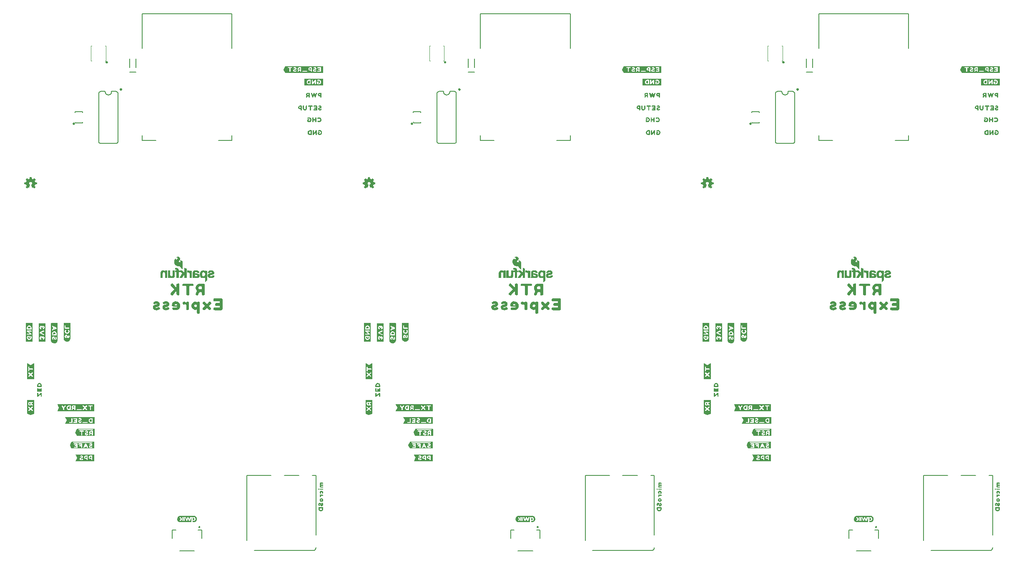
<source format=gbo>
G04 EAGLE Gerber RS-274X export*
G75*
%MOMM*%
%FSLAX34Y34*%
%LPD*%
%INSilkscreen Bottom*%
%IPPOS*%
%AMOC8*
5,1,8,0,0,1.08239X$1,22.5*%
G01*
%ADD10C,0.203200*%
%ADD11C,0.254000*%
%ADD12C,0.508000*%
%ADD13C,0.101600*%

G36*
X1991705Y972970D02*
X1991705Y972970D01*
X1991703Y972973D01*
X1991707Y972975D01*
X1991807Y973575D01*
X1991804Y973581D01*
X1991807Y973583D01*
X1991807Y986483D01*
X1991771Y986531D01*
X1991769Y986529D01*
X1991768Y986531D01*
X1991268Y986631D01*
X1991261Y986628D01*
X1991258Y986632D01*
X1915858Y986632D01*
X1915853Y986629D01*
X1915850Y986632D01*
X1915250Y986532D01*
X1915228Y986508D01*
X1915214Y986506D01*
X1911814Y979906D01*
X1911816Y979894D01*
X1911813Y979891D01*
X1911818Y979885D01*
X1911820Y979873D01*
X1911814Y979861D01*
X1912114Y979261D01*
X1915114Y973161D01*
X1915138Y973149D01*
X1915142Y973136D01*
X1915742Y972936D01*
X1915753Y972940D01*
X1915758Y972934D01*
X1991658Y972934D01*
X1991705Y972970D01*
G37*
G36*
X1304635Y972970D02*
X1304635Y972970D01*
X1304633Y972973D01*
X1304637Y972975D01*
X1304737Y973575D01*
X1304734Y973581D01*
X1304737Y973583D01*
X1304737Y986483D01*
X1304701Y986531D01*
X1304699Y986529D01*
X1304698Y986531D01*
X1304198Y986631D01*
X1304191Y986628D01*
X1304188Y986632D01*
X1228788Y986632D01*
X1228783Y986629D01*
X1228780Y986632D01*
X1228180Y986532D01*
X1228158Y986508D01*
X1228144Y986506D01*
X1224744Y979906D01*
X1224746Y979894D01*
X1224743Y979891D01*
X1224748Y979885D01*
X1224750Y979873D01*
X1224744Y979861D01*
X1225044Y979261D01*
X1228044Y973161D01*
X1228068Y973149D01*
X1228072Y973136D01*
X1228672Y972936D01*
X1228683Y972940D01*
X1228688Y972934D01*
X1304588Y972934D01*
X1304635Y972970D01*
G37*
G36*
X617565Y972970D02*
X617565Y972970D01*
X617563Y972973D01*
X617567Y972975D01*
X617667Y973575D01*
X617664Y973581D01*
X617667Y973583D01*
X617667Y986483D01*
X617631Y986531D01*
X617629Y986529D01*
X617628Y986531D01*
X617128Y986631D01*
X617121Y986628D01*
X617118Y986632D01*
X541718Y986632D01*
X541713Y986629D01*
X541710Y986632D01*
X541110Y986532D01*
X541088Y986508D01*
X541074Y986506D01*
X537674Y979906D01*
X537676Y979894D01*
X537673Y979891D01*
X537678Y979885D01*
X537680Y979873D01*
X537674Y979861D01*
X537974Y979261D01*
X540974Y973161D01*
X540998Y973149D01*
X541002Y973136D01*
X541602Y972936D01*
X541613Y972940D01*
X541618Y972934D01*
X617518Y972934D01*
X617565Y972970D01*
G37*
G36*
X840206Y285907D02*
X840206Y285907D01*
X840218Y285904D01*
X840618Y286204D01*
X840622Y286220D01*
X840629Y286225D01*
X840625Y286231D01*
X840627Y286235D01*
X840637Y286243D01*
X840637Y299143D01*
X840628Y299156D01*
X840632Y299165D01*
X840432Y299565D01*
X840395Y299584D01*
X840388Y299592D01*
X837288Y299592D01*
X837253Y299566D01*
X837243Y299563D01*
X837231Y299536D01*
X837218Y299582D01*
X837200Y299577D01*
X837188Y299592D01*
X765488Y299592D01*
X765441Y299557D01*
X765444Y299551D01*
X765442Y299550D01*
X765447Y299543D01*
X765439Y299535D01*
X765539Y298935D01*
X765548Y298927D01*
X765544Y298921D01*
X768637Y292935D01*
X768541Y292359D01*
X765444Y286266D01*
X765446Y286254D01*
X765444Y286252D01*
X765447Y286247D01*
X765451Y286227D01*
X765447Y286216D01*
X765647Y285916D01*
X765680Y285904D01*
X765688Y285894D01*
X840188Y285894D01*
X840206Y285907D01*
G37*
G36*
X153136Y285907D02*
X153136Y285907D01*
X153148Y285904D01*
X153548Y286204D01*
X153552Y286220D01*
X153559Y286225D01*
X153555Y286231D01*
X153557Y286235D01*
X153567Y286243D01*
X153567Y299143D01*
X153558Y299156D01*
X153562Y299165D01*
X153362Y299565D01*
X153325Y299584D01*
X153318Y299592D01*
X150218Y299592D01*
X150183Y299566D01*
X150173Y299563D01*
X150161Y299536D01*
X150148Y299582D01*
X150130Y299577D01*
X150118Y299592D01*
X78418Y299592D01*
X78371Y299557D01*
X78374Y299551D01*
X78372Y299550D01*
X78377Y299543D01*
X78369Y299535D01*
X78469Y298935D01*
X78478Y298927D01*
X78474Y298921D01*
X81567Y292935D01*
X81471Y292359D01*
X78374Y286266D01*
X78376Y286254D01*
X78374Y286252D01*
X78377Y286247D01*
X78381Y286227D01*
X78377Y286216D01*
X78577Y285916D01*
X78610Y285904D01*
X78618Y285894D01*
X153118Y285894D01*
X153136Y285907D01*
G37*
G36*
X1527276Y285907D02*
X1527276Y285907D01*
X1527288Y285904D01*
X1527688Y286204D01*
X1527692Y286220D01*
X1527699Y286225D01*
X1527695Y286231D01*
X1527697Y286235D01*
X1527707Y286243D01*
X1527707Y299143D01*
X1527698Y299156D01*
X1527702Y299165D01*
X1527502Y299565D01*
X1527465Y299584D01*
X1527458Y299592D01*
X1524358Y299592D01*
X1524323Y299566D01*
X1524313Y299563D01*
X1524301Y299536D01*
X1524288Y299582D01*
X1524270Y299577D01*
X1524258Y299592D01*
X1452558Y299592D01*
X1452511Y299557D01*
X1452514Y299551D01*
X1452512Y299550D01*
X1452517Y299543D01*
X1452509Y299535D01*
X1452609Y298935D01*
X1452618Y298927D01*
X1452614Y298921D01*
X1455707Y292935D01*
X1455611Y292359D01*
X1452514Y286266D01*
X1452516Y286254D01*
X1452514Y286252D01*
X1452517Y286247D01*
X1452521Y286227D01*
X1452517Y286216D01*
X1452717Y285916D01*
X1452750Y285904D01*
X1452758Y285894D01*
X1527258Y285894D01*
X1527276Y285907D01*
G37*
G36*
X153323Y259898D02*
X153323Y259898D01*
X153326Y259895D01*
X153926Y259995D01*
X153967Y260038D01*
X153964Y260041D01*
X153967Y260043D01*
X153967Y273543D01*
X153931Y273591D01*
X153924Y273585D01*
X153918Y273592D01*
X150618Y273592D01*
X150592Y273573D01*
X150579Y273573D01*
X150557Y273545D01*
X150557Y273573D01*
X150533Y273573D01*
X150518Y273592D01*
X94418Y273592D01*
X94409Y273585D01*
X94405Y273585D01*
X94400Y273589D01*
X93900Y273389D01*
X93882Y273360D01*
X93873Y273353D01*
X93876Y273349D01*
X93869Y273338D01*
X93880Y273332D01*
X93874Y273321D01*
X96973Y267324D01*
X97165Y266747D01*
X93874Y260065D01*
X93874Y260064D01*
X93873Y260064D01*
X93874Y260062D01*
X93885Y260007D01*
X93902Y260010D01*
X93910Y259995D01*
X94510Y259895D01*
X94515Y259897D01*
X94518Y259894D01*
X153318Y259894D01*
X153323Y259898D01*
G37*
G36*
X840393Y259898D02*
X840393Y259898D01*
X840396Y259895D01*
X840996Y259995D01*
X841037Y260038D01*
X841034Y260041D01*
X841037Y260043D01*
X841037Y273543D01*
X841001Y273591D01*
X840994Y273585D01*
X840988Y273592D01*
X837688Y273592D01*
X837662Y273573D01*
X837649Y273573D01*
X837627Y273545D01*
X837627Y273573D01*
X837603Y273573D01*
X837588Y273592D01*
X781488Y273592D01*
X781479Y273585D01*
X781475Y273585D01*
X781470Y273589D01*
X780970Y273389D01*
X780952Y273360D01*
X780943Y273353D01*
X780946Y273349D01*
X780939Y273338D01*
X780950Y273332D01*
X780944Y273321D01*
X784043Y267324D01*
X784235Y266747D01*
X780944Y260065D01*
X780944Y260064D01*
X780943Y260064D01*
X780944Y260062D01*
X780955Y260007D01*
X780972Y260010D01*
X780980Y259995D01*
X781580Y259895D01*
X781585Y259897D01*
X781588Y259894D01*
X840388Y259894D01*
X840393Y259898D01*
G37*
G36*
X1527463Y259898D02*
X1527463Y259898D01*
X1527466Y259895D01*
X1528066Y259995D01*
X1528107Y260038D01*
X1528104Y260041D01*
X1528107Y260043D01*
X1528107Y273543D01*
X1528071Y273591D01*
X1528064Y273585D01*
X1528058Y273592D01*
X1524758Y273592D01*
X1524732Y273573D01*
X1524719Y273573D01*
X1524697Y273545D01*
X1524697Y273573D01*
X1524673Y273573D01*
X1524658Y273592D01*
X1468558Y273592D01*
X1468549Y273585D01*
X1468545Y273585D01*
X1468540Y273589D01*
X1468040Y273389D01*
X1468022Y273360D01*
X1468013Y273353D01*
X1468016Y273349D01*
X1468009Y273338D01*
X1468020Y273332D01*
X1468014Y273321D01*
X1471113Y267324D01*
X1471305Y266747D01*
X1468014Y260065D01*
X1468014Y260064D01*
X1468013Y260064D01*
X1468014Y260062D01*
X1468025Y260007D01*
X1468042Y260010D01*
X1468050Y259995D01*
X1468650Y259895D01*
X1468655Y259897D01*
X1468658Y259894D01*
X1527458Y259894D01*
X1527463Y259898D01*
G37*
G36*
X1526763Y209898D02*
X1526763Y209898D01*
X1526766Y209895D01*
X1527366Y209995D01*
X1527407Y210038D01*
X1527404Y210041D01*
X1527407Y210043D01*
X1527407Y223543D01*
X1527371Y223591D01*
X1527364Y223585D01*
X1527358Y223592D01*
X1481258Y223592D01*
X1481233Y223574D01*
X1481220Y223574D01*
X1480820Y223074D01*
X1480819Y223066D01*
X1480814Y223065D01*
X1477814Y217065D01*
X1477816Y217053D01*
X1477811Y217049D01*
X1477812Y217046D01*
X1477809Y217043D01*
X1477809Y216443D01*
X1477819Y216430D01*
X1477814Y216421D01*
X1480914Y210321D01*
X1480924Y210316D01*
X1480923Y210308D01*
X1481323Y209908D01*
X1481350Y209905D01*
X1481358Y209894D01*
X1526758Y209894D01*
X1526763Y209898D01*
G37*
G36*
X152623Y209898D02*
X152623Y209898D01*
X152626Y209895D01*
X153226Y209995D01*
X153267Y210038D01*
X153264Y210041D01*
X153267Y210043D01*
X153267Y223543D01*
X153231Y223591D01*
X153224Y223585D01*
X153218Y223592D01*
X107118Y223592D01*
X107093Y223574D01*
X107080Y223574D01*
X106680Y223074D01*
X106679Y223066D01*
X106674Y223065D01*
X103674Y217065D01*
X103676Y217053D01*
X103671Y217049D01*
X103672Y217046D01*
X103669Y217043D01*
X103669Y216443D01*
X103679Y216430D01*
X103674Y216421D01*
X106774Y210321D01*
X106784Y210316D01*
X106783Y210308D01*
X107183Y209908D01*
X107210Y209905D01*
X107218Y209894D01*
X152618Y209894D01*
X152623Y209898D01*
G37*
G36*
X839693Y209898D02*
X839693Y209898D01*
X839696Y209895D01*
X840296Y209995D01*
X840337Y210038D01*
X840334Y210041D01*
X840337Y210043D01*
X840337Y223543D01*
X840301Y223591D01*
X840294Y223585D01*
X840288Y223592D01*
X794188Y223592D01*
X794163Y223574D01*
X794150Y223574D01*
X793750Y223074D01*
X793749Y223066D01*
X793744Y223065D01*
X790744Y217065D01*
X790746Y217053D01*
X790741Y217049D01*
X790742Y217046D01*
X790739Y217043D01*
X790739Y216443D01*
X790749Y216430D01*
X790744Y216421D01*
X793844Y210321D01*
X793854Y210316D01*
X793853Y210308D01*
X794253Y209908D01*
X794280Y209905D01*
X794288Y209894D01*
X839688Y209894D01*
X839693Y209898D01*
G37*
G36*
X759192Y423497D02*
X759192Y423497D01*
X759195Y423494D01*
X759895Y423594D01*
X759896Y423595D01*
X760496Y423695D01*
X761195Y423794D01*
X761203Y423803D01*
X761210Y423799D01*
X762410Y424399D01*
X762412Y424403D01*
X762415Y424402D01*
X763015Y424802D01*
X763016Y424805D01*
X763019Y424805D01*
X764019Y425605D01*
X764020Y425609D01*
X764023Y425608D01*
X764523Y426108D01*
X764524Y426120D01*
X764532Y426121D01*
X764831Y426719D01*
X765229Y427316D01*
X765229Y427321D01*
X765230Y427322D01*
X765228Y427325D01*
X765235Y427328D01*
X765435Y427928D01*
X765434Y427929D01*
X765435Y427930D01*
X765445Y427962D01*
X765459Y428012D01*
X765501Y428159D01*
X765543Y428307D01*
X765557Y428356D01*
X765599Y428504D01*
X765600Y428504D01*
X765599Y428504D01*
X765635Y428629D01*
X765835Y429228D01*
X765833Y429234D01*
X765837Y429236D01*
X765937Y429936D01*
X765934Y429941D01*
X765937Y429943D01*
X765937Y464143D01*
X765924Y464161D01*
X765927Y464173D01*
X765627Y464573D01*
X765596Y464582D01*
X765588Y464592D01*
X752688Y464592D01*
X752670Y464579D01*
X752658Y464583D01*
X752258Y464283D01*
X752250Y464251D01*
X752239Y464243D01*
X752239Y430443D01*
X752242Y430439D01*
X752239Y430436D01*
X752339Y429740D01*
X752339Y429043D01*
X752346Y429034D01*
X752341Y429028D01*
X752541Y428429D01*
X752741Y427730D01*
X752746Y427726D01*
X752744Y427721D01*
X753044Y427121D01*
X753048Y427119D01*
X753047Y427116D01*
X753447Y426516D01*
X753450Y426515D01*
X753450Y426512D01*
X754250Y425512D01*
X754254Y425511D01*
X754253Y425508D01*
X754753Y425008D01*
X754760Y425007D01*
X754761Y425002D01*
X755361Y424602D01*
X755363Y424602D01*
X755363Y424601D01*
X755863Y424301D01*
X755868Y424302D01*
X755869Y424298D01*
X756569Y423998D01*
X756572Y423999D01*
X756572Y423996D01*
X757772Y423596D01*
X757779Y423599D01*
X757781Y423594D01*
X758481Y423494D01*
X758486Y423497D01*
X758488Y423494D01*
X759188Y423494D01*
X759192Y423497D01*
G37*
G36*
X72122Y423497D02*
X72122Y423497D01*
X72125Y423494D01*
X72825Y423594D01*
X72826Y423595D01*
X73426Y423695D01*
X74125Y423794D01*
X74133Y423803D01*
X74140Y423799D01*
X75340Y424399D01*
X75342Y424403D01*
X75345Y424402D01*
X75945Y424802D01*
X75946Y424805D01*
X75949Y424805D01*
X76949Y425605D01*
X76950Y425609D01*
X76953Y425608D01*
X77453Y426108D01*
X77454Y426120D01*
X77462Y426121D01*
X77761Y426719D01*
X78159Y427316D01*
X78159Y427321D01*
X78160Y427322D01*
X78158Y427325D01*
X78165Y427328D01*
X78365Y427928D01*
X78364Y427929D01*
X78365Y427930D01*
X78375Y427962D01*
X78389Y428012D01*
X78431Y428159D01*
X78473Y428307D01*
X78487Y428356D01*
X78529Y428504D01*
X78530Y428504D01*
X78529Y428504D01*
X78565Y428629D01*
X78765Y429228D01*
X78763Y429234D01*
X78767Y429236D01*
X78867Y429936D01*
X78864Y429941D01*
X78867Y429943D01*
X78867Y464143D01*
X78854Y464161D01*
X78857Y464173D01*
X78557Y464573D01*
X78526Y464582D01*
X78518Y464592D01*
X65618Y464592D01*
X65600Y464579D01*
X65588Y464583D01*
X65188Y464283D01*
X65180Y464251D01*
X65169Y464243D01*
X65169Y430443D01*
X65172Y430439D01*
X65169Y430436D01*
X65269Y429740D01*
X65269Y429043D01*
X65276Y429034D01*
X65271Y429028D01*
X65471Y428429D01*
X65671Y427730D01*
X65676Y427726D01*
X65674Y427721D01*
X65974Y427121D01*
X65978Y427119D01*
X65977Y427116D01*
X66377Y426516D01*
X66380Y426515D01*
X66380Y426512D01*
X67180Y425512D01*
X67184Y425511D01*
X67183Y425508D01*
X67683Y425008D01*
X67690Y425007D01*
X67691Y425002D01*
X68291Y424602D01*
X68293Y424602D01*
X68293Y424601D01*
X68793Y424301D01*
X68798Y424302D01*
X68799Y424298D01*
X69499Y423998D01*
X69502Y423999D01*
X69502Y423996D01*
X70702Y423596D01*
X70709Y423599D01*
X70711Y423594D01*
X71411Y423494D01*
X71416Y423497D01*
X71418Y423494D01*
X72118Y423494D01*
X72122Y423497D01*
G37*
G36*
X1446262Y423497D02*
X1446262Y423497D01*
X1446265Y423494D01*
X1446965Y423594D01*
X1446966Y423595D01*
X1447566Y423695D01*
X1448265Y423794D01*
X1448273Y423803D01*
X1448280Y423799D01*
X1449480Y424399D01*
X1449482Y424403D01*
X1449485Y424402D01*
X1450085Y424802D01*
X1450086Y424805D01*
X1450089Y424805D01*
X1451089Y425605D01*
X1451090Y425609D01*
X1451093Y425608D01*
X1451593Y426108D01*
X1451594Y426120D01*
X1451602Y426121D01*
X1451901Y426719D01*
X1452299Y427316D01*
X1452299Y427321D01*
X1452300Y427322D01*
X1452298Y427325D01*
X1452305Y427328D01*
X1452505Y427928D01*
X1452504Y427929D01*
X1452505Y427930D01*
X1452515Y427962D01*
X1452529Y428012D01*
X1452571Y428159D01*
X1452613Y428307D01*
X1452627Y428356D01*
X1452669Y428504D01*
X1452670Y428504D01*
X1452669Y428504D01*
X1452705Y428629D01*
X1452905Y429228D01*
X1452903Y429234D01*
X1452907Y429236D01*
X1453007Y429936D01*
X1453004Y429941D01*
X1453007Y429943D01*
X1453007Y464143D01*
X1452994Y464161D01*
X1452997Y464173D01*
X1452697Y464573D01*
X1452666Y464582D01*
X1452658Y464592D01*
X1439758Y464592D01*
X1439740Y464579D01*
X1439728Y464583D01*
X1439328Y464283D01*
X1439320Y464251D01*
X1439309Y464243D01*
X1439309Y430443D01*
X1439312Y430439D01*
X1439309Y430436D01*
X1439409Y429740D01*
X1439409Y429043D01*
X1439416Y429034D01*
X1439411Y429028D01*
X1439611Y428429D01*
X1439811Y427730D01*
X1439816Y427726D01*
X1439814Y427721D01*
X1440114Y427121D01*
X1440118Y427119D01*
X1440117Y427116D01*
X1440517Y426516D01*
X1440520Y426515D01*
X1440520Y426512D01*
X1441320Y425512D01*
X1441324Y425511D01*
X1441323Y425508D01*
X1441823Y425008D01*
X1441830Y425007D01*
X1441831Y425002D01*
X1442431Y424602D01*
X1442433Y424602D01*
X1442433Y424601D01*
X1442933Y424301D01*
X1442938Y424302D01*
X1442939Y424298D01*
X1443639Y423998D01*
X1443642Y423999D01*
X1443642Y423996D01*
X1444842Y423596D01*
X1444849Y423599D01*
X1444851Y423594D01*
X1445551Y423494D01*
X1445556Y423497D01*
X1445558Y423494D01*
X1446258Y423494D01*
X1446262Y423497D01*
G37*
G36*
X1528079Y235910D02*
X1528079Y235910D01*
X1528093Y235908D01*
X1528393Y236208D01*
X1528395Y236221D01*
X1528401Y236225D01*
X1528396Y236232D01*
X1528397Y236235D01*
X1528407Y236243D01*
X1528407Y249143D01*
X1528394Y249161D01*
X1528397Y249173D01*
X1528097Y249573D01*
X1528066Y249582D01*
X1528058Y249592D01*
X1492458Y249592D01*
X1492449Y249585D01*
X1492446Y249585D01*
X1492442Y249582D01*
X1492433Y249585D01*
X1491933Y249285D01*
X1491925Y249267D01*
X1491914Y249265D01*
X1488914Y243265D01*
X1488915Y243260D01*
X1488911Y243259D01*
X1488711Y242659D01*
X1488713Y242655D01*
X1488712Y242655D01*
X1488714Y242652D01*
X1488720Y242633D01*
X1488714Y242621D01*
X1491714Y236521D01*
X1492014Y235921D01*
X1492051Y235903D01*
X1492058Y235894D01*
X1528058Y235894D01*
X1528079Y235910D01*
G37*
G36*
X841009Y235910D02*
X841009Y235910D01*
X841023Y235908D01*
X841323Y236208D01*
X841325Y236221D01*
X841331Y236225D01*
X841326Y236232D01*
X841327Y236235D01*
X841337Y236243D01*
X841337Y249143D01*
X841324Y249161D01*
X841327Y249173D01*
X841027Y249573D01*
X840996Y249582D01*
X840988Y249592D01*
X805388Y249592D01*
X805379Y249585D01*
X805376Y249585D01*
X805372Y249582D01*
X805363Y249585D01*
X804863Y249285D01*
X804855Y249267D01*
X804844Y249265D01*
X801844Y243265D01*
X801845Y243260D01*
X801841Y243259D01*
X801641Y242659D01*
X801643Y242655D01*
X801642Y242655D01*
X801644Y242652D01*
X801650Y242633D01*
X801644Y242621D01*
X804644Y236521D01*
X804944Y235921D01*
X804981Y235903D01*
X804988Y235894D01*
X840988Y235894D01*
X841009Y235910D01*
G37*
G36*
X153939Y235910D02*
X153939Y235910D01*
X153953Y235908D01*
X154253Y236208D01*
X154255Y236221D01*
X154261Y236225D01*
X154256Y236232D01*
X154257Y236235D01*
X154267Y236243D01*
X154267Y249143D01*
X154254Y249161D01*
X154257Y249173D01*
X153957Y249573D01*
X153926Y249582D01*
X153918Y249592D01*
X118318Y249592D01*
X118309Y249585D01*
X118306Y249585D01*
X118302Y249582D01*
X118293Y249585D01*
X117793Y249285D01*
X117785Y249267D01*
X117774Y249265D01*
X114774Y243265D01*
X114775Y243260D01*
X114771Y243259D01*
X114571Y242659D01*
X114573Y242655D01*
X114572Y242655D01*
X114574Y242652D01*
X114580Y242633D01*
X114574Y242621D01*
X117574Y236521D01*
X117874Y235921D01*
X117911Y235903D01*
X117918Y235894D01*
X153918Y235894D01*
X153939Y235910D01*
G37*
G36*
X1304093Y947538D02*
X1304093Y947538D01*
X1304096Y947535D01*
X1304696Y947635D01*
X1304737Y947678D01*
X1304734Y947681D01*
X1304737Y947683D01*
X1304737Y961183D01*
X1304701Y961231D01*
X1304694Y961225D01*
X1304688Y961232D01*
X1267488Y961232D01*
X1267483Y961229D01*
X1267480Y961232D01*
X1266880Y961132D01*
X1266843Y961093D01*
X1266841Y961091D01*
X1266839Y961089D01*
X1266842Y961086D01*
X1266839Y961083D01*
X1266839Y947583D01*
X1266875Y947536D01*
X1266882Y947542D01*
X1266888Y947534D01*
X1304088Y947534D01*
X1304093Y947538D01*
G37*
G36*
X1991163Y947538D02*
X1991163Y947538D01*
X1991166Y947535D01*
X1991766Y947635D01*
X1991807Y947678D01*
X1991804Y947681D01*
X1991807Y947683D01*
X1991807Y961183D01*
X1991771Y961231D01*
X1991764Y961225D01*
X1991758Y961232D01*
X1954558Y961232D01*
X1954553Y961229D01*
X1954550Y961232D01*
X1953950Y961132D01*
X1953913Y961093D01*
X1953911Y961091D01*
X1953909Y961089D01*
X1953912Y961086D01*
X1953909Y961083D01*
X1953909Y947583D01*
X1953945Y947536D01*
X1953952Y947542D01*
X1953958Y947534D01*
X1991158Y947534D01*
X1991163Y947538D01*
G37*
G36*
X617023Y947538D02*
X617023Y947538D01*
X617026Y947535D01*
X617626Y947635D01*
X617667Y947678D01*
X617664Y947681D01*
X617667Y947683D01*
X617667Y961183D01*
X617631Y961231D01*
X617624Y961225D01*
X617618Y961232D01*
X580418Y961232D01*
X580413Y961229D01*
X580410Y961232D01*
X579810Y961132D01*
X579773Y961093D01*
X579771Y961091D01*
X579769Y961089D01*
X579772Y961086D01*
X579769Y961083D01*
X579769Y947583D01*
X579805Y947536D01*
X579812Y947542D01*
X579818Y947534D01*
X617018Y947534D01*
X617023Y947538D01*
G37*
G36*
X27865Y426830D02*
X27865Y426830D01*
X27860Y426837D01*
X27867Y426843D01*
X27867Y430143D01*
X27847Y430170D01*
X27847Y430183D01*
X27818Y430204D01*
X27849Y430205D01*
X27848Y430229D01*
X27867Y430243D01*
X27867Y464043D01*
X27864Y464048D01*
X27867Y464051D01*
X27767Y464651D01*
X27723Y464692D01*
X27721Y464689D01*
X27718Y464692D01*
X14218Y464692D01*
X14171Y464657D01*
X14176Y464649D01*
X14169Y464643D01*
X14169Y427443D01*
X14172Y427438D01*
X14169Y427435D01*
X14269Y426835D01*
X14313Y426794D01*
X14316Y426797D01*
X14318Y426794D01*
X27818Y426794D01*
X27865Y426830D01*
G37*
G36*
X1402005Y426830D02*
X1402005Y426830D01*
X1402000Y426837D01*
X1402007Y426843D01*
X1402007Y430143D01*
X1401987Y430170D01*
X1401987Y430183D01*
X1401958Y430204D01*
X1401989Y430205D01*
X1401988Y430229D01*
X1402007Y430243D01*
X1402007Y464043D01*
X1402004Y464048D01*
X1402007Y464051D01*
X1401907Y464651D01*
X1401863Y464692D01*
X1401861Y464689D01*
X1401858Y464692D01*
X1388358Y464692D01*
X1388311Y464657D01*
X1388316Y464649D01*
X1388309Y464643D01*
X1388309Y427443D01*
X1388312Y427438D01*
X1388309Y427435D01*
X1388409Y426835D01*
X1388453Y426794D01*
X1388456Y426797D01*
X1388458Y426794D01*
X1401958Y426794D01*
X1402005Y426830D01*
G37*
G36*
X714935Y426830D02*
X714935Y426830D01*
X714930Y426837D01*
X714937Y426843D01*
X714937Y430143D01*
X714917Y430170D01*
X714917Y430183D01*
X714888Y430204D01*
X714919Y430205D01*
X714918Y430229D01*
X714937Y430243D01*
X714937Y464043D01*
X714934Y464048D01*
X714937Y464051D01*
X714837Y464651D01*
X714793Y464692D01*
X714791Y464689D01*
X714788Y464692D01*
X701288Y464692D01*
X701241Y464657D01*
X701246Y464649D01*
X701239Y464643D01*
X701239Y427443D01*
X701242Y427438D01*
X701239Y427435D01*
X701339Y426835D01*
X701383Y426794D01*
X701386Y426797D01*
X701388Y426794D01*
X714888Y426794D01*
X714935Y426830D01*
G37*
G36*
X53329Y427102D02*
X53329Y427102D01*
X53336Y427097D01*
X53836Y427297D01*
X53851Y427321D01*
X53858Y427327D01*
X53856Y427330D01*
X53861Y427338D01*
X53867Y427343D01*
X53867Y463743D01*
X53864Y463748D01*
X53867Y463751D01*
X53767Y464351D01*
X53723Y464392D01*
X53721Y464389D01*
X53718Y464392D01*
X40818Y464392D01*
X40813Y464389D01*
X40810Y464392D01*
X40210Y464292D01*
X40169Y464249D01*
X40172Y464246D01*
X40169Y464243D01*
X40169Y427643D01*
X40177Y427633D01*
X40172Y427625D01*
X40372Y427125D01*
X40413Y427100D01*
X40418Y427094D01*
X53318Y427094D01*
X53329Y427102D01*
G37*
G36*
X1427469Y427102D02*
X1427469Y427102D01*
X1427476Y427097D01*
X1427976Y427297D01*
X1427991Y427321D01*
X1427998Y427327D01*
X1427996Y427330D01*
X1428001Y427338D01*
X1428007Y427343D01*
X1428007Y463743D01*
X1428004Y463748D01*
X1428007Y463751D01*
X1427907Y464351D01*
X1427863Y464392D01*
X1427861Y464389D01*
X1427858Y464392D01*
X1414958Y464392D01*
X1414953Y464389D01*
X1414950Y464392D01*
X1414350Y464292D01*
X1414309Y464249D01*
X1414312Y464246D01*
X1414309Y464243D01*
X1414309Y427643D01*
X1414317Y427633D01*
X1414312Y427625D01*
X1414512Y427125D01*
X1414553Y427100D01*
X1414558Y427094D01*
X1427458Y427094D01*
X1427469Y427102D01*
G37*
G36*
X740399Y427102D02*
X740399Y427102D01*
X740406Y427097D01*
X740906Y427297D01*
X740921Y427321D01*
X740928Y427327D01*
X740926Y427330D01*
X740931Y427338D01*
X740937Y427343D01*
X740937Y463743D01*
X740934Y463748D01*
X740937Y463751D01*
X740837Y464351D01*
X740793Y464392D01*
X740791Y464389D01*
X740788Y464392D01*
X727888Y464392D01*
X727883Y464389D01*
X727880Y464392D01*
X727280Y464292D01*
X727239Y464249D01*
X727242Y464246D01*
X727239Y464243D01*
X727239Y427643D01*
X727247Y427633D01*
X727242Y427625D01*
X727442Y427125D01*
X727483Y427100D01*
X727488Y427094D01*
X740388Y427094D01*
X740399Y427102D01*
G37*
G36*
X97921Y426900D02*
X97921Y426900D01*
X97926Y426895D01*
X98522Y426994D01*
X99218Y426994D01*
X99226Y427000D01*
X99232Y426996D01*
X99932Y427196D01*
X99933Y427197D01*
X99934Y427196D01*
X100534Y427396D01*
X100537Y427401D01*
X100540Y427399D01*
X101740Y427999D01*
X101742Y428003D01*
X101745Y428002D01*
X102345Y428402D01*
X102348Y428409D01*
X102353Y428408D01*
X102853Y428908D01*
X102853Y428913D01*
X102856Y428912D01*
X103656Y429912D01*
X103657Y429916D01*
X103659Y429916D01*
X104059Y430516D01*
X104059Y430521D01*
X104062Y430521D01*
X104362Y431121D01*
X104361Y431128D01*
X104365Y431130D01*
X104404Y431264D01*
X104418Y431313D01*
X104460Y431461D01*
X104502Y431609D01*
X104516Y431658D01*
X104558Y431806D01*
X104559Y431806D01*
X104558Y431806D01*
X104565Y431829D01*
X104765Y432428D01*
X104761Y432438D01*
X104767Y432443D01*
X104767Y433139D01*
X104867Y433735D01*
X104864Y433741D01*
X104867Y433743D01*
X104867Y464943D01*
X104838Y464981D01*
X104836Y464989D01*
X104336Y465189D01*
X104323Y465185D01*
X104318Y465192D01*
X91418Y465192D01*
X91380Y465164D01*
X91372Y465161D01*
X91172Y464661D01*
X91176Y464649D01*
X91169Y464643D01*
X91169Y433443D01*
X91172Y433439D01*
X91169Y433436D01*
X91369Y432036D01*
X91374Y432032D01*
X91371Y432028D01*
X91571Y431428D01*
X91576Y431425D01*
X91574Y431421D01*
X92174Y430221D01*
X92178Y430219D01*
X92177Y430216D01*
X92577Y429616D01*
X92580Y429615D01*
X92580Y429612D01*
X92980Y429112D01*
X92984Y429111D01*
X92983Y429108D01*
X93483Y428608D01*
X93490Y428607D01*
X93491Y428602D01*
X94089Y428204D01*
X94587Y427805D01*
X94595Y427805D01*
X94596Y427799D01*
X95196Y427499D01*
X95203Y427500D01*
X95204Y427496D01*
X95903Y427296D01*
X96502Y427096D01*
X96509Y427099D01*
X96511Y427094D01*
X97911Y426894D01*
X97921Y426900D01*
G37*
G36*
X1472061Y426900D02*
X1472061Y426900D01*
X1472066Y426895D01*
X1472662Y426994D01*
X1473358Y426994D01*
X1473366Y427000D01*
X1473372Y426996D01*
X1474072Y427196D01*
X1474073Y427197D01*
X1474074Y427196D01*
X1474674Y427396D01*
X1474677Y427401D01*
X1474680Y427399D01*
X1475880Y427999D01*
X1475882Y428003D01*
X1475885Y428002D01*
X1476485Y428402D01*
X1476488Y428409D01*
X1476493Y428408D01*
X1476993Y428908D01*
X1476993Y428913D01*
X1476996Y428912D01*
X1477796Y429912D01*
X1477797Y429916D01*
X1477799Y429916D01*
X1478199Y430516D01*
X1478199Y430521D01*
X1478202Y430521D01*
X1478502Y431121D01*
X1478501Y431128D01*
X1478505Y431130D01*
X1478544Y431264D01*
X1478558Y431313D01*
X1478600Y431461D01*
X1478642Y431609D01*
X1478656Y431658D01*
X1478698Y431806D01*
X1478699Y431806D01*
X1478698Y431806D01*
X1478705Y431829D01*
X1478905Y432428D01*
X1478901Y432438D01*
X1478907Y432443D01*
X1478907Y433139D01*
X1479007Y433735D01*
X1479004Y433741D01*
X1479007Y433743D01*
X1479007Y464943D01*
X1478978Y464981D01*
X1478976Y464989D01*
X1478476Y465189D01*
X1478463Y465185D01*
X1478458Y465192D01*
X1465558Y465192D01*
X1465520Y465164D01*
X1465512Y465161D01*
X1465312Y464661D01*
X1465316Y464649D01*
X1465309Y464643D01*
X1465309Y433443D01*
X1465312Y433439D01*
X1465309Y433436D01*
X1465509Y432036D01*
X1465514Y432032D01*
X1465511Y432028D01*
X1465711Y431428D01*
X1465716Y431425D01*
X1465714Y431421D01*
X1466314Y430221D01*
X1466318Y430219D01*
X1466317Y430216D01*
X1466717Y429616D01*
X1466720Y429615D01*
X1466720Y429612D01*
X1467120Y429112D01*
X1467124Y429111D01*
X1467123Y429108D01*
X1467623Y428608D01*
X1467630Y428607D01*
X1467631Y428602D01*
X1468229Y428204D01*
X1468727Y427805D01*
X1468735Y427805D01*
X1468736Y427799D01*
X1469336Y427499D01*
X1469343Y427500D01*
X1469344Y427496D01*
X1470043Y427296D01*
X1470642Y427096D01*
X1470649Y427099D01*
X1470651Y427094D01*
X1472051Y426894D01*
X1472061Y426900D01*
G37*
G36*
X784991Y426900D02*
X784991Y426900D01*
X784996Y426895D01*
X785592Y426994D01*
X786288Y426994D01*
X786296Y427000D01*
X786302Y426996D01*
X787002Y427196D01*
X787003Y427197D01*
X787004Y427196D01*
X787604Y427396D01*
X787607Y427401D01*
X787610Y427399D01*
X788810Y427999D01*
X788812Y428003D01*
X788815Y428002D01*
X789415Y428402D01*
X789418Y428409D01*
X789423Y428408D01*
X789923Y428908D01*
X789923Y428913D01*
X789926Y428912D01*
X790726Y429912D01*
X790727Y429916D01*
X790729Y429916D01*
X791129Y430516D01*
X791129Y430521D01*
X791132Y430521D01*
X791432Y431121D01*
X791431Y431128D01*
X791435Y431130D01*
X791474Y431264D01*
X791488Y431313D01*
X791530Y431461D01*
X791572Y431609D01*
X791586Y431658D01*
X791628Y431806D01*
X791629Y431806D01*
X791628Y431806D01*
X791635Y431829D01*
X791835Y432428D01*
X791831Y432438D01*
X791837Y432443D01*
X791837Y433139D01*
X791937Y433735D01*
X791934Y433741D01*
X791937Y433743D01*
X791937Y464943D01*
X791908Y464981D01*
X791906Y464989D01*
X791406Y465189D01*
X791393Y465185D01*
X791388Y465192D01*
X778488Y465192D01*
X778450Y465164D01*
X778442Y465161D01*
X778242Y464661D01*
X778246Y464649D01*
X778239Y464643D01*
X778239Y433443D01*
X778242Y433439D01*
X778239Y433436D01*
X778439Y432036D01*
X778444Y432032D01*
X778441Y432028D01*
X778641Y431428D01*
X778646Y431425D01*
X778644Y431421D01*
X779244Y430221D01*
X779248Y430219D01*
X779247Y430216D01*
X779647Y429616D01*
X779650Y429615D01*
X779650Y429612D01*
X780050Y429112D01*
X780054Y429111D01*
X780053Y429108D01*
X780553Y428608D01*
X780560Y428607D01*
X780561Y428602D01*
X781159Y428204D01*
X781657Y427805D01*
X781665Y427805D01*
X781666Y427799D01*
X782266Y427499D01*
X782273Y427500D01*
X782274Y427496D01*
X782973Y427296D01*
X783572Y427096D01*
X783579Y427099D01*
X783581Y427094D01*
X784981Y426894D01*
X784991Y426900D01*
G37*
G36*
X152836Y183907D02*
X152836Y183907D01*
X152848Y183904D01*
X153248Y184204D01*
X153252Y184220D01*
X153259Y184225D01*
X153255Y184231D01*
X153257Y184235D01*
X153267Y184243D01*
X153267Y197143D01*
X153254Y197161D01*
X153257Y197173D01*
X152957Y197573D01*
X152926Y197582D01*
X152918Y197592D01*
X115318Y197592D01*
X115314Y197589D01*
X115309Y197592D01*
X115304Y197582D01*
X115271Y197557D01*
X115275Y197550D01*
X115274Y197550D01*
X115282Y197538D01*
X115274Y197521D01*
X115574Y196921D01*
X118565Y190939D01*
X118372Y190362D01*
X115374Y184265D01*
X115376Y184254D01*
X115374Y184252D01*
X115377Y184247D01*
X115381Y184228D01*
X115377Y184216D01*
X115577Y183916D01*
X115610Y183904D01*
X115618Y183894D01*
X152818Y183894D01*
X152836Y183907D01*
G37*
G36*
X1526976Y183907D02*
X1526976Y183907D01*
X1526988Y183904D01*
X1527388Y184204D01*
X1527392Y184220D01*
X1527399Y184225D01*
X1527395Y184231D01*
X1527397Y184235D01*
X1527407Y184243D01*
X1527407Y197143D01*
X1527394Y197161D01*
X1527397Y197173D01*
X1527097Y197573D01*
X1527066Y197582D01*
X1527058Y197592D01*
X1489458Y197592D01*
X1489454Y197589D01*
X1489449Y197592D01*
X1489444Y197582D01*
X1489411Y197557D01*
X1489415Y197550D01*
X1489414Y197550D01*
X1489422Y197538D01*
X1489414Y197521D01*
X1489714Y196921D01*
X1492705Y190939D01*
X1492512Y190362D01*
X1489514Y184265D01*
X1489516Y184254D01*
X1489514Y184252D01*
X1489517Y184247D01*
X1489521Y184228D01*
X1489517Y184216D01*
X1489717Y183916D01*
X1489750Y183904D01*
X1489758Y183894D01*
X1526958Y183894D01*
X1526976Y183907D01*
G37*
G36*
X839906Y183907D02*
X839906Y183907D01*
X839918Y183904D01*
X840318Y184204D01*
X840322Y184220D01*
X840329Y184225D01*
X840325Y184231D01*
X840327Y184235D01*
X840337Y184243D01*
X840337Y197143D01*
X840324Y197161D01*
X840327Y197173D01*
X840027Y197573D01*
X839996Y197582D01*
X839988Y197592D01*
X802388Y197592D01*
X802384Y197589D01*
X802379Y197592D01*
X802374Y197582D01*
X802341Y197557D01*
X802345Y197550D01*
X802344Y197550D01*
X802352Y197538D01*
X802344Y197521D01*
X802644Y196921D01*
X805635Y190939D01*
X805442Y190362D01*
X802444Y184265D01*
X802446Y184254D01*
X802444Y184252D01*
X802447Y184247D01*
X802451Y184228D01*
X802447Y184216D01*
X802647Y183916D01*
X802680Y183904D01*
X802688Y183894D01*
X839888Y183894D01*
X839906Y183907D01*
G37*
G36*
X1041958Y60071D02*
X1041958Y60071D01*
X1041960Y60070D01*
X1042488Y60093D01*
X1042490Y60094D01*
X1042492Y60093D01*
X1043546Y60199D01*
X1043550Y60203D01*
X1043558Y60202D01*
X1044571Y60511D01*
X1044573Y60513D01*
X1044578Y60513D01*
X1045061Y60722D01*
X1045063Y60725D01*
X1045067Y60725D01*
X1045988Y61245D01*
X1045991Y61250D01*
X1045998Y61252D01*
X1046815Y61926D01*
X1046816Y61931D01*
X1046823Y61934D01*
X1047509Y62739D01*
X1047509Y62742D01*
X1047513Y62744D01*
X1047810Y63180D01*
X1047810Y63183D01*
X1047813Y63186D01*
X1048307Y64122D01*
X1048308Y64123D01*
X1048307Y64127D01*
X1048312Y64133D01*
X1048626Y65144D01*
X1048625Y65148D01*
X1048628Y65153D01*
X1048711Y65674D01*
X1048711Y65676D01*
X1048712Y65678D01*
X1048765Y66205D01*
X1048764Y66206D01*
X1048765Y66207D01*
X1048794Y66735D01*
X1048792Y66738D01*
X1048794Y66744D01*
X1048687Y67798D01*
X1048685Y67802D01*
X1048686Y67808D01*
X1048555Y68319D01*
X1048553Y68320D01*
X1048554Y68322D01*
X1048397Y68828D01*
X1048395Y68829D01*
X1048395Y68832D01*
X1048205Y69324D01*
X1048202Y69326D01*
X1048202Y69331D01*
X1047696Y70262D01*
X1047692Y70265D01*
X1047690Y70272D01*
X1047017Y71090D01*
X1047016Y71091D01*
X1047015Y71092D01*
X1047013Y71094D01*
X1047012Y71096D01*
X1046630Y71460D01*
X1046628Y71460D01*
X1046627Y71462D01*
X1046218Y71800D01*
X1046216Y71800D01*
X1046215Y71802D01*
X1045791Y72115D01*
X1045787Y72115D01*
X1045783Y72120D01*
X1044852Y72625D01*
X1044847Y72625D01*
X1044841Y72630D01*
X1043833Y72952D01*
X1043830Y72951D01*
X1043826Y72953D01*
X1043309Y73057D01*
X1043307Y73056D01*
X1043303Y73058D01*
X1042249Y73163D01*
X1042246Y73162D01*
X1042243Y73163D01*
X1015227Y73163D01*
X1015225Y73162D01*
X1015221Y73163D01*
X1015032Y73144D01*
X1013978Y73038D01*
X1013973Y73034D01*
X1013966Y73035D01*
X1012952Y72734D01*
X1012950Y72731D01*
X1012945Y72731D01*
X1012459Y72529D01*
X1012457Y72526D01*
X1012452Y72526D01*
X1011527Y72011D01*
X1011525Y72007D01*
X1011518Y72005D01*
X1010701Y71331D01*
X1010699Y71327D01*
X1010694Y71324D01*
X1010340Y70933D01*
X1010340Y70932D01*
X1010338Y70931D01*
X1010001Y70522D01*
X1010000Y70520D01*
X1009998Y70518D01*
X1009695Y70086D01*
X1009695Y70083D01*
X1009692Y70080D01*
X1009191Y69147D01*
X1009191Y69142D01*
X1009186Y69136D01*
X1008872Y68124D01*
X1008873Y68120D01*
X1008870Y68116D01*
X1008779Y67597D01*
X1008780Y67594D01*
X1008779Y67591D01*
X1008689Y66537D01*
X1008692Y66533D01*
X1008690Y66526D01*
X1008796Y65472D01*
X1008798Y65468D01*
X1008797Y65463D01*
X1008921Y64950D01*
X1008923Y64949D01*
X1008922Y64947D01*
X1009079Y64441D01*
X1009080Y64440D01*
X1009080Y64438D01*
X1009264Y63943D01*
X1009267Y63940D01*
X1009267Y63935D01*
X1009773Y63003D01*
X1009777Y63001D01*
X1009779Y62994D01*
X1010446Y62172D01*
X1010449Y62171D01*
X1010451Y62166D01*
X1010828Y61798D01*
X1010831Y61797D01*
X1010833Y61793D01*
X1011662Y61137D01*
X1011667Y61137D01*
X1011671Y61131D01*
X1012602Y60626D01*
X1012607Y60626D01*
X1012613Y60621D01*
X1013618Y60293D01*
X1013621Y60293D01*
X1013625Y60291D01*
X1014140Y60180D01*
X1014143Y60181D01*
X1014147Y60179D01*
X1015201Y60072D01*
X1015203Y60074D01*
X1015207Y60072D01*
X1037785Y60070D01*
X1037803Y60081D01*
X1037824Y60083D01*
X1037833Y60101D01*
X1037842Y60107D01*
X1037841Y60116D01*
X1037848Y60130D01*
X1037857Y60320D01*
X1037857Y60321D01*
X1037858Y60323D01*
X1037877Y69950D01*
X1037878Y69950D01*
X1037877Y69957D01*
X1037880Y69958D01*
X1037879Y69965D01*
X1037885Y69981D01*
X1037881Y70226D01*
X1040181Y70226D01*
X1040192Y70000D01*
X1040192Y69396D01*
X1040196Y69389D01*
X1040193Y69382D01*
X1040213Y69362D01*
X1040228Y69338D01*
X1040236Y69340D01*
X1040242Y69334D01*
X1040292Y69346D01*
X1040536Y69530D01*
X1040536Y69531D01*
X1040538Y69532D01*
X1040943Y69861D01*
X1041401Y70099D01*
X1041896Y70247D01*
X1042411Y70303D01*
X1042930Y70270D01*
X1043442Y70182D01*
X1043935Y70023D01*
X1044388Y69771D01*
X1044788Y69444D01*
X1045131Y69057D01*
X1045412Y68622D01*
X1045628Y68149D01*
X1045760Y67645D01*
X1045843Y67130D01*
X1045883Y66608D01*
X1045847Y66087D01*
X1045774Y65570D01*
X1045649Y65063D01*
X1045442Y64587D01*
X1045177Y64141D01*
X1044852Y63738D01*
X1044466Y63392D01*
X1044017Y63135D01*
X1043533Y62950D01*
X1043028Y62833D01*
X1042510Y62784D01*
X1041993Y62818D01*
X1041490Y62938D01*
X1041025Y63160D01*
X1040614Y63475D01*
X1040297Y63773D01*
X1040286Y63775D01*
X1040280Y63784D01*
X1040255Y63780D01*
X1040230Y63785D01*
X1040224Y63776D01*
X1040213Y63774D01*
X1040194Y63733D01*
X1040192Y63729D01*
X1040192Y63728D01*
X1040192Y63727D01*
X1040192Y60549D01*
X1040192Y60548D01*
X1040192Y60547D01*
X1040204Y60131D01*
X1040216Y60113D01*
X1040219Y60091D01*
X1040236Y60084D01*
X1040242Y60075D01*
X1040252Y60076D01*
X1040266Y60070D01*
X1041957Y60070D01*
X1041958Y60071D01*
G37*
G36*
X354888Y60071D02*
X354888Y60071D01*
X354890Y60070D01*
X355418Y60093D01*
X355420Y60094D01*
X355422Y60093D01*
X356476Y60199D01*
X356480Y60203D01*
X356488Y60202D01*
X357501Y60511D01*
X357503Y60513D01*
X357508Y60513D01*
X357991Y60722D01*
X357993Y60725D01*
X357997Y60725D01*
X358918Y61245D01*
X358921Y61250D01*
X358928Y61252D01*
X359745Y61926D01*
X359746Y61931D01*
X359753Y61934D01*
X360439Y62739D01*
X360439Y62742D01*
X360443Y62744D01*
X360740Y63180D01*
X360740Y63183D01*
X360743Y63186D01*
X361237Y64122D01*
X361238Y64123D01*
X361237Y64127D01*
X361242Y64133D01*
X361556Y65144D01*
X361555Y65148D01*
X361558Y65153D01*
X361641Y65674D01*
X361641Y65676D01*
X361642Y65678D01*
X361695Y66205D01*
X361694Y66206D01*
X361695Y66207D01*
X361724Y66735D01*
X361722Y66738D01*
X361724Y66744D01*
X361617Y67798D01*
X361615Y67802D01*
X361616Y67808D01*
X361485Y68319D01*
X361483Y68320D01*
X361484Y68322D01*
X361327Y68828D01*
X361325Y68829D01*
X361325Y68832D01*
X361135Y69324D01*
X361132Y69326D01*
X361132Y69331D01*
X360626Y70262D01*
X360622Y70265D01*
X360620Y70272D01*
X359947Y71090D01*
X359946Y71091D01*
X359945Y71092D01*
X359943Y71094D01*
X359942Y71096D01*
X359560Y71460D01*
X359558Y71460D01*
X359557Y71462D01*
X359148Y71800D01*
X359146Y71800D01*
X359145Y71802D01*
X358721Y72115D01*
X358717Y72115D01*
X358713Y72120D01*
X357782Y72625D01*
X357777Y72625D01*
X357771Y72630D01*
X356763Y72952D01*
X356760Y72951D01*
X356756Y72953D01*
X356239Y73057D01*
X356237Y73056D01*
X356233Y73058D01*
X355179Y73163D01*
X355176Y73162D01*
X355173Y73163D01*
X328157Y73163D01*
X328155Y73162D01*
X328151Y73163D01*
X327962Y73144D01*
X326908Y73038D01*
X326903Y73034D01*
X326896Y73035D01*
X325882Y72734D01*
X325880Y72731D01*
X325875Y72731D01*
X325389Y72529D01*
X325387Y72526D01*
X325382Y72526D01*
X324457Y72011D01*
X324455Y72007D01*
X324448Y72005D01*
X323631Y71331D01*
X323629Y71327D01*
X323624Y71324D01*
X323270Y70933D01*
X323270Y70932D01*
X323268Y70931D01*
X322931Y70522D01*
X322930Y70520D01*
X322928Y70518D01*
X322625Y70086D01*
X322625Y70083D01*
X322622Y70080D01*
X322121Y69147D01*
X322121Y69142D01*
X322116Y69136D01*
X321802Y68124D01*
X321803Y68120D01*
X321800Y68116D01*
X321709Y67597D01*
X321710Y67594D01*
X321709Y67591D01*
X321619Y66537D01*
X321622Y66533D01*
X321620Y66526D01*
X321726Y65472D01*
X321728Y65468D01*
X321727Y65463D01*
X321851Y64950D01*
X321853Y64949D01*
X321852Y64947D01*
X322009Y64441D01*
X322010Y64440D01*
X322010Y64438D01*
X322194Y63943D01*
X322197Y63940D01*
X322197Y63935D01*
X322703Y63003D01*
X322707Y63001D01*
X322709Y62994D01*
X323376Y62172D01*
X323379Y62171D01*
X323381Y62166D01*
X323758Y61798D01*
X323761Y61797D01*
X323763Y61793D01*
X324592Y61137D01*
X324597Y61137D01*
X324601Y61131D01*
X325532Y60626D01*
X325537Y60626D01*
X325543Y60621D01*
X326548Y60293D01*
X326551Y60293D01*
X326555Y60291D01*
X327070Y60180D01*
X327073Y60181D01*
X327077Y60179D01*
X328131Y60072D01*
X328133Y60074D01*
X328137Y60072D01*
X350715Y60070D01*
X350733Y60081D01*
X350754Y60083D01*
X350763Y60101D01*
X350772Y60107D01*
X350771Y60116D01*
X350778Y60130D01*
X350787Y60320D01*
X350787Y60321D01*
X350788Y60323D01*
X350807Y69950D01*
X350808Y69950D01*
X350807Y69957D01*
X350810Y69958D01*
X350809Y69965D01*
X350815Y69981D01*
X350811Y70226D01*
X353111Y70226D01*
X353122Y70000D01*
X353122Y69396D01*
X353126Y69389D01*
X353123Y69382D01*
X353143Y69362D01*
X353158Y69338D01*
X353166Y69340D01*
X353172Y69334D01*
X353222Y69346D01*
X353466Y69530D01*
X353466Y69531D01*
X353468Y69532D01*
X353873Y69861D01*
X354331Y70099D01*
X354826Y70247D01*
X355341Y70303D01*
X355860Y70270D01*
X356372Y70182D01*
X356865Y70023D01*
X357318Y69771D01*
X357718Y69444D01*
X358061Y69057D01*
X358342Y68622D01*
X358558Y68149D01*
X358690Y67645D01*
X358773Y67130D01*
X358813Y66608D01*
X358777Y66087D01*
X358704Y65570D01*
X358579Y65063D01*
X358372Y64587D01*
X358107Y64141D01*
X357782Y63738D01*
X357396Y63392D01*
X356947Y63135D01*
X356463Y62950D01*
X355958Y62833D01*
X355440Y62784D01*
X354923Y62818D01*
X354420Y62938D01*
X353955Y63160D01*
X353544Y63475D01*
X353227Y63773D01*
X353216Y63775D01*
X353210Y63784D01*
X353185Y63780D01*
X353160Y63785D01*
X353154Y63776D01*
X353143Y63774D01*
X353124Y63733D01*
X353122Y63729D01*
X353122Y63728D01*
X353122Y63727D01*
X353122Y60549D01*
X353122Y60548D01*
X353122Y60547D01*
X353134Y60131D01*
X353146Y60113D01*
X353149Y60091D01*
X353166Y60084D01*
X353172Y60075D01*
X353182Y60076D01*
X353196Y60070D01*
X354887Y60070D01*
X354888Y60071D01*
G37*
G36*
X1729028Y60071D02*
X1729028Y60071D01*
X1729030Y60070D01*
X1729558Y60093D01*
X1729560Y60094D01*
X1729562Y60093D01*
X1730616Y60199D01*
X1730620Y60203D01*
X1730628Y60202D01*
X1731641Y60511D01*
X1731643Y60513D01*
X1731648Y60513D01*
X1732131Y60722D01*
X1732133Y60725D01*
X1732137Y60725D01*
X1733058Y61245D01*
X1733061Y61250D01*
X1733068Y61252D01*
X1733885Y61926D01*
X1733886Y61931D01*
X1733893Y61934D01*
X1734579Y62739D01*
X1734579Y62742D01*
X1734583Y62744D01*
X1734880Y63180D01*
X1734880Y63183D01*
X1734883Y63186D01*
X1735377Y64122D01*
X1735378Y64123D01*
X1735377Y64127D01*
X1735382Y64133D01*
X1735696Y65144D01*
X1735695Y65148D01*
X1735698Y65153D01*
X1735781Y65674D01*
X1735781Y65676D01*
X1735782Y65678D01*
X1735835Y66205D01*
X1735834Y66206D01*
X1735835Y66207D01*
X1735864Y66735D01*
X1735862Y66738D01*
X1735864Y66744D01*
X1735757Y67798D01*
X1735755Y67802D01*
X1735756Y67808D01*
X1735625Y68319D01*
X1735623Y68320D01*
X1735624Y68322D01*
X1735467Y68828D01*
X1735465Y68829D01*
X1735465Y68832D01*
X1735275Y69324D01*
X1735272Y69326D01*
X1735272Y69331D01*
X1734766Y70262D01*
X1734762Y70265D01*
X1734760Y70272D01*
X1734087Y71090D01*
X1734086Y71091D01*
X1734085Y71092D01*
X1734083Y71094D01*
X1734082Y71096D01*
X1733700Y71460D01*
X1733698Y71460D01*
X1733697Y71462D01*
X1733288Y71800D01*
X1733286Y71800D01*
X1733285Y71802D01*
X1732861Y72115D01*
X1732857Y72115D01*
X1732853Y72120D01*
X1731922Y72625D01*
X1731917Y72625D01*
X1731911Y72630D01*
X1730903Y72952D01*
X1730900Y72951D01*
X1730896Y72953D01*
X1730379Y73057D01*
X1730377Y73056D01*
X1730373Y73058D01*
X1729319Y73163D01*
X1729316Y73162D01*
X1729313Y73163D01*
X1702297Y73163D01*
X1702295Y73162D01*
X1702291Y73163D01*
X1702102Y73144D01*
X1701048Y73038D01*
X1701043Y73034D01*
X1701036Y73035D01*
X1700022Y72734D01*
X1700020Y72731D01*
X1700015Y72731D01*
X1699529Y72529D01*
X1699527Y72526D01*
X1699522Y72526D01*
X1698597Y72011D01*
X1698595Y72007D01*
X1698588Y72005D01*
X1697771Y71331D01*
X1697769Y71327D01*
X1697764Y71324D01*
X1697410Y70933D01*
X1697410Y70932D01*
X1697408Y70931D01*
X1697071Y70522D01*
X1697070Y70520D01*
X1697068Y70518D01*
X1696765Y70086D01*
X1696765Y70083D01*
X1696762Y70080D01*
X1696261Y69147D01*
X1696261Y69142D01*
X1696256Y69136D01*
X1695942Y68124D01*
X1695943Y68120D01*
X1695940Y68116D01*
X1695849Y67597D01*
X1695850Y67594D01*
X1695849Y67591D01*
X1695759Y66537D01*
X1695762Y66533D01*
X1695760Y66526D01*
X1695866Y65472D01*
X1695868Y65468D01*
X1695867Y65463D01*
X1695991Y64950D01*
X1695993Y64949D01*
X1695992Y64947D01*
X1696149Y64441D01*
X1696150Y64440D01*
X1696150Y64438D01*
X1696334Y63943D01*
X1696337Y63940D01*
X1696337Y63935D01*
X1696843Y63003D01*
X1696847Y63001D01*
X1696849Y62994D01*
X1697516Y62172D01*
X1697519Y62171D01*
X1697521Y62166D01*
X1697898Y61798D01*
X1697901Y61797D01*
X1697903Y61793D01*
X1698732Y61137D01*
X1698737Y61137D01*
X1698741Y61131D01*
X1699672Y60626D01*
X1699677Y60626D01*
X1699683Y60621D01*
X1700688Y60293D01*
X1700691Y60293D01*
X1700695Y60291D01*
X1701210Y60180D01*
X1701213Y60181D01*
X1701217Y60179D01*
X1702271Y60072D01*
X1702273Y60074D01*
X1702277Y60072D01*
X1724855Y60070D01*
X1724873Y60081D01*
X1724894Y60083D01*
X1724903Y60101D01*
X1724912Y60107D01*
X1724911Y60116D01*
X1724918Y60130D01*
X1724927Y60320D01*
X1724927Y60321D01*
X1724928Y60323D01*
X1724947Y69950D01*
X1724948Y69950D01*
X1724947Y69957D01*
X1724950Y69958D01*
X1724949Y69965D01*
X1724955Y69981D01*
X1724951Y70226D01*
X1727251Y70226D01*
X1727262Y70000D01*
X1727262Y69396D01*
X1727266Y69389D01*
X1727263Y69382D01*
X1727283Y69362D01*
X1727298Y69338D01*
X1727306Y69340D01*
X1727312Y69334D01*
X1727362Y69346D01*
X1727606Y69530D01*
X1727606Y69531D01*
X1727608Y69532D01*
X1728013Y69861D01*
X1728471Y70099D01*
X1728966Y70247D01*
X1729481Y70303D01*
X1730000Y70270D01*
X1730512Y70182D01*
X1731005Y70023D01*
X1731458Y69771D01*
X1731858Y69444D01*
X1732201Y69057D01*
X1732482Y68622D01*
X1732698Y68149D01*
X1732830Y67645D01*
X1732913Y67130D01*
X1732953Y66608D01*
X1732917Y66087D01*
X1732844Y65570D01*
X1732719Y65063D01*
X1732512Y64587D01*
X1732247Y64141D01*
X1731922Y63738D01*
X1731536Y63392D01*
X1731087Y63135D01*
X1730603Y62950D01*
X1730098Y62833D01*
X1729580Y62784D01*
X1729063Y62818D01*
X1728560Y62938D01*
X1728095Y63160D01*
X1727684Y63475D01*
X1727367Y63773D01*
X1727356Y63775D01*
X1727350Y63784D01*
X1727325Y63780D01*
X1727300Y63785D01*
X1727294Y63776D01*
X1727283Y63774D01*
X1727264Y63733D01*
X1727262Y63729D01*
X1727262Y63728D01*
X1727262Y63727D01*
X1727262Y60549D01*
X1727262Y60548D01*
X1727262Y60547D01*
X1727274Y60131D01*
X1727286Y60113D01*
X1727289Y60091D01*
X1727306Y60084D01*
X1727312Y60075D01*
X1727322Y60076D01*
X1727336Y60070D01*
X1729027Y60070D01*
X1729028Y60071D01*
G37*
G36*
X717935Y350370D02*
X717935Y350370D01*
X717933Y350373D01*
X717937Y350375D01*
X718037Y350975D01*
X718034Y350981D01*
X718037Y350983D01*
X718037Y382783D01*
X718035Y382786D01*
X718037Y382788D01*
X718030Y382793D01*
X718001Y382831D01*
X717986Y382819D01*
X717970Y382829D01*
X717470Y382629D01*
X717468Y382626D01*
X717466Y382627D01*
X711381Y379634D01*
X710803Y379731D01*
X704810Y382727D01*
X704786Y382723D01*
X704776Y382731D01*
X704376Y382631D01*
X704339Y382585D01*
X704340Y382584D01*
X704339Y382583D01*
X704339Y350383D01*
X704375Y350336D01*
X704382Y350342D01*
X704388Y350334D01*
X717888Y350334D01*
X717935Y350370D01*
G37*
G36*
X1405005Y350370D02*
X1405005Y350370D01*
X1405003Y350373D01*
X1405007Y350375D01*
X1405107Y350975D01*
X1405104Y350981D01*
X1405107Y350983D01*
X1405107Y382783D01*
X1405105Y382786D01*
X1405107Y382788D01*
X1405100Y382793D01*
X1405071Y382831D01*
X1405056Y382819D01*
X1405040Y382829D01*
X1404540Y382629D01*
X1404538Y382626D01*
X1404536Y382627D01*
X1398451Y379634D01*
X1397873Y379731D01*
X1391880Y382727D01*
X1391856Y382723D01*
X1391846Y382731D01*
X1391446Y382631D01*
X1391409Y382585D01*
X1391410Y382584D01*
X1391409Y382583D01*
X1391409Y350383D01*
X1391445Y350336D01*
X1391452Y350342D01*
X1391458Y350334D01*
X1404958Y350334D01*
X1405005Y350370D01*
G37*
G36*
X30865Y350370D02*
X30865Y350370D01*
X30863Y350373D01*
X30867Y350375D01*
X30967Y350975D01*
X30964Y350981D01*
X30967Y350983D01*
X30967Y382783D01*
X30965Y382786D01*
X30967Y382788D01*
X30960Y382793D01*
X30931Y382831D01*
X30916Y382819D01*
X30900Y382829D01*
X30400Y382629D01*
X30398Y382626D01*
X30396Y382627D01*
X24311Y379634D01*
X23733Y379731D01*
X17740Y382727D01*
X17716Y382723D01*
X17706Y382731D01*
X17306Y382631D01*
X17269Y382585D01*
X17270Y382584D01*
X17269Y382583D01*
X17269Y350383D01*
X17305Y350336D01*
X17312Y350342D01*
X17318Y350334D01*
X30818Y350334D01*
X30865Y350370D01*
G37*
G36*
X711298Y277525D02*
X711298Y277525D01*
X711310Y277519D01*
X718010Y280819D01*
X718019Y280838D01*
X718035Y280850D01*
X718029Y280857D01*
X718037Y280863D01*
X718037Y307963D01*
X718024Y307981D01*
X718027Y307993D01*
X717727Y308393D01*
X717696Y308402D01*
X717688Y308412D01*
X704888Y308412D01*
X704877Y308404D01*
X704870Y308409D01*
X704370Y308209D01*
X704345Y308168D01*
X704339Y308163D01*
X704339Y281263D01*
X704350Y281248D01*
X704346Y281238D01*
X704646Y280738D01*
X704664Y280731D01*
X704666Y280719D01*
X710666Y277719D01*
X710671Y277720D01*
X710672Y277716D01*
X711272Y277516D01*
X711298Y277525D01*
G37*
G36*
X1398368Y277525D02*
X1398368Y277525D01*
X1398380Y277519D01*
X1405080Y280819D01*
X1405089Y280838D01*
X1405105Y280850D01*
X1405099Y280857D01*
X1405107Y280863D01*
X1405107Y307963D01*
X1405094Y307981D01*
X1405097Y307993D01*
X1404797Y308393D01*
X1404766Y308402D01*
X1404758Y308412D01*
X1391958Y308412D01*
X1391947Y308404D01*
X1391940Y308409D01*
X1391440Y308209D01*
X1391415Y308168D01*
X1391409Y308163D01*
X1391409Y281263D01*
X1391420Y281248D01*
X1391416Y281238D01*
X1391716Y280738D01*
X1391734Y280731D01*
X1391736Y280719D01*
X1397736Y277719D01*
X1397741Y277720D01*
X1397742Y277716D01*
X1398342Y277516D01*
X1398368Y277525D01*
G37*
G36*
X24228Y277525D02*
X24228Y277525D01*
X24240Y277519D01*
X30940Y280819D01*
X30949Y280838D01*
X30965Y280850D01*
X30959Y280857D01*
X30967Y280863D01*
X30967Y307963D01*
X30954Y307981D01*
X30957Y307993D01*
X30657Y308393D01*
X30626Y308402D01*
X30618Y308412D01*
X17818Y308412D01*
X17807Y308404D01*
X17800Y308409D01*
X17300Y308209D01*
X17275Y308168D01*
X17269Y308163D01*
X17269Y281263D01*
X17280Y281248D01*
X17276Y281238D01*
X17576Y280738D01*
X17594Y280731D01*
X17596Y280719D01*
X23596Y277719D01*
X23601Y277720D01*
X23602Y277716D01*
X24202Y277516D01*
X24228Y277525D01*
G37*
G36*
X1050101Y520906D02*
X1050101Y520906D01*
X1050114Y520901D01*
X1051414Y521701D01*
X1051421Y521721D01*
X1051433Y521724D01*
X1052333Y523824D01*
X1053131Y525719D01*
X1054414Y527594D01*
X1057780Y527594D01*
X1058939Y527208D01*
X1058939Y523743D01*
X1058943Y523738D01*
X1058940Y523734D01*
X1059240Y522134D01*
X1059256Y522119D01*
X1059255Y522107D01*
X1060255Y521207D01*
X1060277Y521205D01*
X1060283Y521194D01*
X1062383Y520994D01*
X1062395Y521001D01*
X1062402Y520996D01*
X1064102Y521496D01*
X1064119Y521519D01*
X1064132Y521521D01*
X1064732Y522721D01*
X1064729Y522735D01*
X1064737Y522740D01*
X1064837Y524540D01*
X1064836Y524542D01*
X1064837Y524543D01*
X1064837Y543243D01*
X1064827Y543257D01*
X1064831Y543267D01*
X1064131Y544567D01*
X1064105Y544579D01*
X1064099Y544591D01*
X1062399Y544991D01*
X1062392Y544988D01*
X1062388Y544992D01*
X1055388Y544992D01*
X1055386Y544991D01*
X1055385Y544992D01*
X1053785Y544892D01*
X1053780Y544888D01*
X1053776Y544891D01*
X1052176Y544491D01*
X1052171Y544484D01*
X1052165Y544487D01*
X1050665Y543687D01*
X1050663Y543683D01*
X1050661Y543684D01*
X1049161Y542684D01*
X1049158Y542677D01*
X1049153Y542678D01*
X1047953Y541478D01*
X1047952Y541469D01*
X1047946Y541469D01*
X1047046Y539969D01*
X1047047Y539960D01*
X1047041Y539958D01*
X1046541Y538358D01*
X1046543Y538353D01*
X1046540Y538352D01*
X1046240Y536652D01*
X1046243Y536644D01*
X1046239Y536640D01*
X1046339Y534940D01*
X1046343Y534935D01*
X1046340Y534932D01*
X1046740Y533232D01*
X1046746Y533227D01*
X1046743Y533222D01*
X1047443Y531722D01*
X1047452Y531718D01*
X1047450Y531711D01*
X1048535Y530429D01*
X1048340Y529357D01*
X1047743Y527863D01*
X1046943Y526063D01*
X1046543Y525163D01*
X1046544Y525158D01*
X1046541Y525157D01*
X1046041Y523457D01*
X1046050Y523433D01*
X1046044Y523421D01*
X1046644Y522221D01*
X1046662Y522212D01*
X1046664Y522200D01*
X1048464Y521200D01*
X1048475Y521202D01*
X1048479Y521195D01*
X1050079Y520895D01*
X1050101Y520906D01*
G37*
G36*
X1737171Y520906D02*
X1737171Y520906D01*
X1737184Y520901D01*
X1738484Y521701D01*
X1738491Y521721D01*
X1738503Y521724D01*
X1739403Y523824D01*
X1740201Y525719D01*
X1741484Y527594D01*
X1744850Y527594D01*
X1746009Y527208D01*
X1746009Y523743D01*
X1746013Y523738D01*
X1746010Y523734D01*
X1746310Y522134D01*
X1746326Y522119D01*
X1746325Y522107D01*
X1747325Y521207D01*
X1747347Y521205D01*
X1747353Y521194D01*
X1749453Y520994D01*
X1749465Y521001D01*
X1749472Y520996D01*
X1751172Y521496D01*
X1751189Y521519D01*
X1751202Y521521D01*
X1751802Y522721D01*
X1751799Y522735D01*
X1751807Y522740D01*
X1751907Y524540D01*
X1751906Y524542D01*
X1751907Y524543D01*
X1751907Y543243D01*
X1751897Y543257D01*
X1751901Y543267D01*
X1751201Y544567D01*
X1751175Y544579D01*
X1751169Y544591D01*
X1749469Y544991D01*
X1749462Y544988D01*
X1749458Y544992D01*
X1742458Y544992D01*
X1742456Y544991D01*
X1742455Y544992D01*
X1740855Y544892D01*
X1740850Y544888D01*
X1740846Y544891D01*
X1739246Y544491D01*
X1739241Y544484D01*
X1739235Y544487D01*
X1737735Y543687D01*
X1737733Y543683D01*
X1737731Y543684D01*
X1736231Y542684D01*
X1736228Y542677D01*
X1736223Y542678D01*
X1735023Y541478D01*
X1735022Y541469D01*
X1735016Y541469D01*
X1734116Y539969D01*
X1734117Y539960D01*
X1734111Y539958D01*
X1733611Y538358D01*
X1733613Y538353D01*
X1733610Y538352D01*
X1733310Y536652D01*
X1733313Y536644D01*
X1733309Y536640D01*
X1733409Y534940D01*
X1733413Y534935D01*
X1733410Y534932D01*
X1733810Y533232D01*
X1733816Y533227D01*
X1733813Y533222D01*
X1734513Y531722D01*
X1734522Y531718D01*
X1734520Y531711D01*
X1735605Y530429D01*
X1735410Y529357D01*
X1734813Y527863D01*
X1734013Y526063D01*
X1733613Y525163D01*
X1733614Y525158D01*
X1733611Y525157D01*
X1733111Y523457D01*
X1733120Y523433D01*
X1733114Y523421D01*
X1733714Y522221D01*
X1733732Y522212D01*
X1733734Y522200D01*
X1735534Y521200D01*
X1735545Y521202D01*
X1735549Y521195D01*
X1737149Y520895D01*
X1737171Y520906D01*
G37*
G36*
X363031Y520906D02*
X363031Y520906D01*
X363044Y520901D01*
X364344Y521701D01*
X364351Y521721D01*
X364363Y521724D01*
X365263Y523824D01*
X366061Y525719D01*
X367344Y527594D01*
X370710Y527594D01*
X371869Y527208D01*
X371869Y523743D01*
X371873Y523738D01*
X371870Y523734D01*
X372170Y522134D01*
X372186Y522119D01*
X372185Y522107D01*
X373185Y521207D01*
X373207Y521205D01*
X373213Y521194D01*
X375313Y520994D01*
X375325Y521001D01*
X375332Y520996D01*
X377032Y521496D01*
X377049Y521519D01*
X377062Y521521D01*
X377662Y522721D01*
X377659Y522735D01*
X377667Y522740D01*
X377767Y524540D01*
X377766Y524542D01*
X377767Y524543D01*
X377767Y543243D01*
X377757Y543257D01*
X377761Y543267D01*
X377061Y544567D01*
X377035Y544579D01*
X377029Y544591D01*
X375329Y544991D01*
X375322Y544988D01*
X375318Y544992D01*
X368318Y544992D01*
X368316Y544991D01*
X368315Y544992D01*
X366715Y544892D01*
X366710Y544888D01*
X366706Y544891D01*
X365106Y544491D01*
X365101Y544484D01*
X365095Y544487D01*
X363595Y543687D01*
X363593Y543683D01*
X363591Y543684D01*
X362091Y542684D01*
X362088Y542677D01*
X362083Y542678D01*
X360883Y541478D01*
X360882Y541469D01*
X360876Y541469D01*
X359976Y539969D01*
X359977Y539960D01*
X359971Y539958D01*
X359471Y538358D01*
X359473Y538353D01*
X359470Y538352D01*
X359170Y536652D01*
X359173Y536644D01*
X359169Y536640D01*
X359269Y534940D01*
X359273Y534935D01*
X359270Y534932D01*
X359670Y533232D01*
X359676Y533227D01*
X359673Y533222D01*
X360373Y531722D01*
X360382Y531718D01*
X360380Y531711D01*
X361465Y530429D01*
X361270Y529357D01*
X360673Y527862D01*
X359873Y526063D01*
X359473Y525163D01*
X359474Y525158D01*
X359471Y525157D01*
X358971Y523457D01*
X358980Y523433D01*
X358974Y523421D01*
X359574Y522221D01*
X359592Y522212D01*
X359594Y522200D01*
X361394Y521200D01*
X361405Y521202D01*
X361409Y521195D01*
X363009Y520895D01*
X363031Y520906D01*
G37*
G36*
X1784561Y490796D02*
X1784561Y490796D01*
X1784563Y490794D01*
X1786563Y490994D01*
X1786579Y491009D01*
X1786591Y491007D01*
X1787591Y491907D01*
X1787596Y491931D01*
X1787607Y491937D01*
X1787807Y493537D01*
X1787805Y493541D01*
X1787807Y493543D01*
X1787907Y510543D01*
X1787906Y510545D01*
X1787907Y510546D01*
X1787807Y512346D01*
X1787803Y512351D01*
X1787806Y512355D01*
X1787406Y513955D01*
X1787386Y513971D01*
X1787384Y513985D01*
X1786284Y514685D01*
X1786267Y514683D01*
X1786261Y514692D01*
X1784361Y514792D01*
X1784359Y514791D01*
X1784358Y514792D01*
X1772458Y514792D01*
X1772456Y514791D01*
X1772455Y514792D01*
X1770755Y514692D01*
X1770743Y514682D01*
X1770733Y514686D01*
X1769533Y513986D01*
X1769525Y513966D01*
X1769510Y513955D01*
X1769511Y513954D01*
X1769510Y513954D01*
X1769110Y512154D01*
X1769115Y512142D01*
X1769109Y512136D01*
X1769409Y510036D01*
X1769426Y510020D01*
X1769425Y510007D01*
X1770425Y509107D01*
X1770448Y509105D01*
X1770455Y509094D01*
X1772055Y508994D01*
X1772057Y508995D01*
X1772058Y508994D01*
X1780553Y508994D01*
X1782009Y508703D01*
X1782009Y507047D01*
X1781815Y505692D01*
X1774958Y505692D01*
X1774948Y505685D01*
X1774941Y505690D01*
X1773541Y505190D01*
X1773528Y505170D01*
X1773515Y505168D01*
X1772815Y503968D01*
X1772816Y503961D01*
X1772811Y503957D01*
X1772817Y503949D01*
X1772809Y503943D01*
X1772809Y501743D01*
X1772819Y501730D01*
X1772815Y501720D01*
X1773515Y500420D01*
X1773537Y500409D01*
X1773541Y500397D01*
X1774941Y499897D01*
X1774951Y499900D01*
X1774955Y499894D01*
X1776755Y499794D01*
X1776757Y499795D01*
X1776758Y499794D01*
X1781815Y499794D01*
X1782009Y498340D01*
X1782009Y496692D01*
X1771858Y496692D01*
X1771853Y496688D01*
X1771849Y496692D01*
X1770249Y496392D01*
X1770234Y496375D01*
X1770221Y496376D01*
X1769321Y495376D01*
X1769320Y495354D01*
X1769309Y495348D01*
X1769109Y493148D01*
X1769116Y493136D01*
X1769111Y493129D01*
X1769611Y491529D01*
X1769634Y491512D01*
X1769637Y491498D01*
X1770937Y490898D01*
X1770950Y490901D01*
X1770955Y490894D01*
X1772655Y490794D01*
X1772657Y490795D01*
X1772658Y490794D01*
X1784558Y490794D01*
X1784561Y490796D01*
G37*
G36*
X1097491Y490796D02*
X1097491Y490796D01*
X1097493Y490794D01*
X1099493Y490994D01*
X1099509Y491009D01*
X1099521Y491007D01*
X1100521Y491907D01*
X1100526Y491931D01*
X1100537Y491937D01*
X1100737Y493537D01*
X1100735Y493541D01*
X1100737Y493543D01*
X1100837Y510543D01*
X1100836Y510545D01*
X1100837Y510546D01*
X1100737Y512346D01*
X1100733Y512351D01*
X1100736Y512355D01*
X1100336Y513955D01*
X1100316Y513971D01*
X1100314Y513985D01*
X1099214Y514685D01*
X1099197Y514683D01*
X1099191Y514692D01*
X1097291Y514792D01*
X1097289Y514791D01*
X1097288Y514792D01*
X1085388Y514792D01*
X1085386Y514791D01*
X1085385Y514792D01*
X1083685Y514692D01*
X1083673Y514682D01*
X1083663Y514686D01*
X1082463Y513986D01*
X1082455Y513966D01*
X1082440Y513955D01*
X1082441Y513954D01*
X1082440Y513954D01*
X1082040Y512154D01*
X1082045Y512142D01*
X1082039Y512136D01*
X1082339Y510036D01*
X1082356Y510020D01*
X1082355Y510007D01*
X1083355Y509107D01*
X1083378Y509105D01*
X1083385Y509094D01*
X1084985Y508994D01*
X1084987Y508995D01*
X1084988Y508994D01*
X1093483Y508994D01*
X1094939Y508703D01*
X1094939Y507047D01*
X1094745Y505692D01*
X1087888Y505692D01*
X1087878Y505685D01*
X1087871Y505690D01*
X1086471Y505190D01*
X1086458Y505170D01*
X1086445Y505168D01*
X1085745Y503968D01*
X1085746Y503961D01*
X1085741Y503957D01*
X1085747Y503949D01*
X1085739Y503943D01*
X1085739Y501743D01*
X1085749Y501730D01*
X1085745Y501720D01*
X1086445Y500420D01*
X1086467Y500409D01*
X1086471Y500397D01*
X1087871Y499897D01*
X1087881Y499900D01*
X1087885Y499894D01*
X1089685Y499794D01*
X1089687Y499795D01*
X1089688Y499794D01*
X1094745Y499794D01*
X1094939Y498340D01*
X1094939Y496692D01*
X1084788Y496692D01*
X1084783Y496688D01*
X1084779Y496692D01*
X1083179Y496392D01*
X1083164Y496375D01*
X1083151Y496376D01*
X1082251Y495376D01*
X1082250Y495354D01*
X1082239Y495348D01*
X1082039Y493148D01*
X1082046Y493136D01*
X1082041Y493129D01*
X1082541Y491529D01*
X1082564Y491512D01*
X1082567Y491498D01*
X1083867Y490898D01*
X1083880Y490901D01*
X1083885Y490894D01*
X1085585Y490794D01*
X1085587Y490795D01*
X1085588Y490794D01*
X1097488Y490794D01*
X1097491Y490796D01*
G37*
G36*
X410421Y490796D02*
X410421Y490796D01*
X410423Y490794D01*
X412423Y490994D01*
X412439Y491009D01*
X412451Y491007D01*
X413451Y491907D01*
X413456Y491931D01*
X413467Y491937D01*
X413667Y493537D01*
X413665Y493541D01*
X413667Y493543D01*
X413767Y510543D01*
X413766Y510545D01*
X413767Y510546D01*
X413667Y512346D01*
X413663Y512351D01*
X413666Y512355D01*
X413266Y513955D01*
X413246Y513971D01*
X413244Y513985D01*
X412144Y514685D01*
X412127Y514683D01*
X412121Y514692D01*
X410221Y514792D01*
X410219Y514791D01*
X410218Y514792D01*
X398318Y514792D01*
X398316Y514791D01*
X398315Y514792D01*
X396615Y514692D01*
X396603Y514682D01*
X396593Y514686D01*
X395393Y513986D01*
X395385Y513966D01*
X395370Y513955D01*
X395371Y513954D01*
X395370Y513954D01*
X394970Y512154D01*
X394975Y512142D01*
X394969Y512136D01*
X395269Y510036D01*
X395286Y510020D01*
X395285Y510007D01*
X396285Y509107D01*
X396308Y509105D01*
X396315Y509094D01*
X397915Y508994D01*
X397917Y508995D01*
X397918Y508994D01*
X406413Y508994D01*
X407869Y508703D01*
X407869Y507047D01*
X407675Y505692D01*
X400818Y505692D01*
X400808Y505685D01*
X400801Y505690D01*
X399401Y505190D01*
X399388Y505170D01*
X399375Y505168D01*
X398675Y503968D01*
X398676Y503961D01*
X398671Y503957D01*
X398677Y503949D01*
X398669Y503943D01*
X398669Y501743D01*
X398679Y501730D01*
X398675Y501720D01*
X399375Y500420D01*
X399397Y500409D01*
X399401Y500397D01*
X400801Y499897D01*
X400811Y499900D01*
X400815Y499894D01*
X402615Y499794D01*
X402617Y499795D01*
X402618Y499794D01*
X407675Y499794D01*
X407869Y498340D01*
X407869Y496692D01*
X397718Y496692D01*
X397713Y496688D01*
X397709Y496692D01*
X396109Y496392D01*
X396094Y496375D01*
X396081Y496376D01*
X395181Y495376D01*
X395180Y495354D01*
X395169Y495348D01*
X394969Y493148D01*
X394976Y493136D01*
X394971Y493129D01*
X395471Y491529D01*
X395494Y491512D01*
X395497Y491498D01*
X396797Y490898D01*
X396810Y490901D01*
X396815Y490894D01*
X398515Y490794D01*
X398517Y490795D01*
X398518Y490794D01*
X410418Y490794D01*
X410421Y490796D01*
G37*
G36*
X31804Y738351D02*
X31804Y738351D01*
X31870Y738357D01*
X31888Y738368D01*
X31909Y738372D01*
X31994Y738432D01*
X32018Y738447D01*
X32021Y738451D01*
X32026Y738455D01*
X34226Y740755D01*
X34234Y740769D01*
X34247Y740778D01*
X34278Y740842D01*
X34314Y740904D01*
X34315Y740920D01*
X34322Y740934D01*
X34321Y741005D01*
X34327Y741076D01*
X34321Y741091D01*
X34320Y741107D01*
X34263Y741233D01*
X34261Y741237D01*
X32393Y743853D01*
X32395Y743863D01*
X32404Y743876D01*
X32415Y743935D01*
X32424Y743955D01*
X32424Y743977D01*
X32430Y744010D01*
X32431Y744016D01*
X32431Y744017D01*
X32431Y744027D01*
X32464Y744092D01*
X32520Y744149D01*
X32531Y744167D01*
X32543Y744176D01*
X32551Y744195D01*
X32591Y744247D01*
X32664Y744392D01*
X32720Y744449D01*
X32760Y744514D01*
X32804Y744576D01*
X32806Y744588D01*
X32811Y744596D01*
X32815Y744631D01*
X32831Y744717D01*
X32831Y744767D01*
X32860Y744814D01*
X32904Y744876D01*
X32906Y744888D01*
X32911Y744896D01*
X32915Y744931D01*
X32931Y745017D01*
X32931Y745127D01*
X32964Y745192D01*
X33020Y745249D01*
X33060Y745314D01*
X33104Y745376D01*
X33106Y745388D01*
X33111Y745396D01*
X33115Y745431D01*
X33121Y745464D01*
X33124Y745472D01*
X33124Y745480D01*
X33131Y745517D01*
X33131Y745567D01*
X33160Y745614D01*
X33204Y745676D01*
X33206Y745688D01*
X33211Y745696D01*
X33215Y745731D01*
X33231Y745817D01*
X33231Y745927D01*
X33260Y745985D01*
X36516Y746543D01*
X36534Y746551D01*
X36553Y746551D01*
X36613Y746584D01*
X36675Y746610D01*
X36688Y746625D01*
X36705Y746634D01*
X36744Y746690D01*
X36788Y746742D01*
X36793Y746760D01*
X36804Y746776D01*
X36826Y746887D01*
X36831Y746909D01*
X36830Y746913D01*
X36831Y746917D01*
X36831Y750117D01*
X36827Y750136D01*
X36829Y750155D01*
X36818Y750189D01*
X36817Y750196D01*
X36812Y750206D01*
X36807Y750219D01*
X36792Y750285D01*
X36779Y750300D01*
X36773Y750319D01*
X36725Y750366D01*
X36682Y750419D01*
X36664Y750427D01*
X36650Y750440D01*
X36544Y750480D01*
X36524Y750489D01*
X36520Y750489D01*
X36516Y750491D01*
X33304Y751041D01*
X33293Y751080D01*
X33292Y751085D01*
X33291Y751086D01*
X33231Y751206D01*
X33231Y751217D01*
X33228Y751233D01*
X33230Y751249D01*
X33210Y751318D01*
X33210Y751333D01*
X33202Y751347D01*
X33193Y751380D01*
X33192Y751385D01*
X33191Y751386D01*
X33131Y751506D01*
X33131Y751517D01*
X33128Y751533D01*
X33130Y751549D01*
X33093Y751680D01*
X33092Y751685D01*
X33091Y751686D01*
X32931Y752006D01*
X32931Y752017D01*
X32928Y752033D01*
X32930Y752049D01*
X32893Y752180D01*
X32892Y752185D01*
X32891Y752186D01*
X32791Y752386D01*
X32768Y752414D01*
X32731Y752469D01*
X32731Y752517D01*
X32714Y752591D01*
X32700Y752667D01*
X32694Y752676D01*
X32692Y752685D01*
X32669Y752713D01*
X32620Y752785D01*
X32564Y752841D01*
X32491Y752986D01*
X32468Y753014D01*
X32431Y753069D01*
X32431Y753117D01*
X32414Y753191D01*
X32410Y753213D01*
X34264Y755902D01*
X34270Y755918D01*
X34282Y755930D01*
X34302Y755997D01*
X34327Y756063D01*
X34326Y756080D01*
X34331Y756096D01*
X34318Y756165D01*
X34312Y756235D01*
X34303Y756250D01*
X34300Y756267D01*
X34229Y756372D01*
X34222Y756383D01*
X34221Y756384D01*
X34220Y756385D01*
X32020Y758585D01*
X32006Y758594D01*
X31995Y758608D01*
X31933Y758639D01*
X31873Y758676D01*
X31856Y758678D01*
X31841Y758686D01*
X31771Y758686D01*
X31701Y758693D01*
X31685Y758687D01*
X31668Y758687D01*
X31550Y758635D01*
X31539Y758631D01*
X31538Y758630D01*
X31537Y758629D01*
X28838Y756768D01*
X28820Y756785D01*
X28755Y756825D01*
X28693Y756869D01*
X28681Y756871D01*
X28673Y756876D01*
X28638Y756880D01*
X28552Y756896D01*
X28502Y756896D01*
X28490Y756904D01*
X28422Y756956D01*
X28277Y757029D01*
X28220Y757085D01*
X28155Y757125D01*
X28093Y757169D01*
X28081Y757171D01*
X28073Y757176D01*
X28038Y757180D01*
X27952Y757196D01*
X27902Y757196D01*
X27890Y757204D01*
X27822Y757256D01*
X27622Y757356D01*
X27606Y757360D01*
X27593Y757369D01*
X27459Y757395D01*
X27453Y757396D01*
X27452Y757396D01*
X27442Y757396D01*
X27322Y757456D01*
X27306Y757460D01*
X27293Y757469D01*
X27159Y757495D01*
X27153Y757496D01*
X27152Y757496D01*
X27102Y757496D01*
X27055Y757525D01*
X26993Y757569D01*
X26981Y757571D01*
X26973Y757576D01*
X26938Y757580D01*
X26852Y757596D01*
X26742Y757596D01*
X26684Y757625D01*
X26126Y760881D01*
X26118Y760899D01*
X26117Y760918D01*
X26085Y760978D01*
X26058Y761040D01*
X26044Y761053D01*
X26034Y761070D01*
X25979Y761109D01*
X25927Y761153D01*
X25908Y761158D01*
X25893Y761169D01*
X25782Y761190D01*
X25760Y761196D01*
X25756Y761195D01*
X25752Y761196D01*
X22552Y761196D01*
X22533Y761192D01*
X22514Y761194D01*
X22450Y761172D01*
X22384Y761157D01*
X22369Y761144D01*
X22350Y761138D01*
X22303Y761090D01*
X22250Y761046D01*
X22242Y761029D01*
X22229Y761015D01*
X22189Y760909D01*
X22180Y760888D01*
X22180Y760885D01*
X22178Y760881D01*
X21628Y757669D01*
X21589Y757658D01*
X21584Y757657D01*
X21583Y757656D01*
X21582Y757656D01*
X21462Y757596D01*
X21452Y757596D01*
X21436Y757592D01*
X21420Y757595D01*
X21289Y757558D01*
X21284Y757557D01*
X21283Y757556D01*
X21282Y757556D01*
X21162Y757496D01*
X21152Y757496D01*
X21136Y757492D01*
X21120Y757495D01*
X20989Y757458D01*
X20984Y757457D01*
X20983Y757456D01*
X20982Y757456D01*
X20862Y757396D01*
X20752Y757396D01*
X20678Y757379D01*
X20602Y757365D01*
X20593Y757359D01*
X20584Y757357D01*
X20556Y757334D01*
X20484Y757285D01*
X20427Y757229D01*
X20362Y757196D01*
X20352Y757196D01*
X20336Y757192D01*
X20320Y757195D01*
X20189Y757158D01*
X20184Y757157D01*
X20183Y757156D01*
X20182Y757156D01*
X19982Y757056D01*
X19955Y757033D01*
X19884Y756985D01*
X19827Y756929D01*
X19762Y756896D01*
X19752Y756896D01*
X19736Y756892D01*
X19720Y756895D01*
X19589Y756858D01*
X19584Y756857D01*
X19583Y756856D01*
X19582Y756856D01*
X19441Y756785D01*
X16767Y758629D01*
X16755Y758634D01*
X16746Y758643D01*
X16675Y758665D01*
X16606Y758692D01*
X16593Y758691D01*
X16581Y758695D01*
X16508Y758684D01*
X16434Y758677D01*
X16423Y758671D01*
X16410Y758669D01*
X16290Y758591D01*
X13990Y756391D01*
X13976Y756369D01*
X13956Y756353D01*
X13929Y756298D01*
X13895Y756246D01*
X13892Y756220D01*
X13881Y756197D01*
X13882Y756135D01*
X13875Y756074D01*
X13884Y756050D01*
X13884Y756024D01*
X13922Y755944D01*
X13933Y755911D01*
X13940Y755905D01*
X13945Y755894D01*
X15880Y753222D01*
X15840Y753141D01*
X15784Y753085D01*
X15744Y753020D01*
X15700Y752957D01*
X15698Y752946D01*
X15693Y752938D01*
X15689Y752903D01*
X15673Y752817D01*
X15673Y752767D01*
X15665Y752755D01*
X15613Y752686D01*
X15540Y752541D01*
X15484Y752485D01*
X15444Y752420D01*
X15400Y752357D01*
X15398Y752346D01*
X15393Y752338D01*
X15389Y752303D01*
X15373Y752217D01*
X15373Y752167D01*
X15344Y752120D01*
X15300Y752057D01*
X15298Y752046D01*
X15293Y752038D01*
X15289Y752003D01*
X15273Y751917D01*
X15273Y751806D01*
X15240Y751741D01*
X15184Y751685D01*
X15144Y751620D01*
X15100Y751557D01*
X15098Y751546D01*
X15093Y751538D01*
X15089Y751503D01*
X15073Y751417D01*
X15073Y751367D01*
X15044Y751320D01*
X15000Y751257D01*
X14998Y751246D01*
X14993Y751238D01*
X14989Y751203D01*
X14973Y751117D01*
X14973Y751038D01*
X11690Y750491D01*
X11671Y750483D01*
X11651Y750482D01*
X11592Y750450D01*
X11530Y750424D01*
X11517Y750409D01*
X11499Y750399D01*
X11461Y750344D01*
X11417Y750294D01*
X11411Y750274D01*
X11400Y750257D01*
X11384Y750176D01*
X11380Y750166D01*
X11380Y750155D01*
X11379Y750151D01*
X11373Y750126D01*
X11374Y750122D01*
X11373Y750117D01*
X11373Y746917D01*
X11377Y746898D01*
X11375Y746879D01*
X11397Y746815D01*
X11412Y746748D01*
X11425Y746733D01*
X11431Y746715D01*
X11479Y746667D01*
X11522Y746615D01*
X11540Y746607D01*
X11554Y746593D01*
X11660Y746554D01*
X11680Y746544D01*
X11684Y746545D01*
X11688Y746543D01*
X14976Y745979D01*
X15011Y745854D01*
X15012Y745848D01*
X15013Y745848D01*
X15013Y745847D01*
X15073Y745727D01*
X15073Y745717D01*
X15076Y745701D01*
X15074Y745685D01*
X15111Y745554D01*
X15112Y745548D01*
X15113Y745548D01*
X15113Y745547D01*
X15173Y745427D01*
X15173Y745417D01*
X15176Y745401D01*
X15174Y745385D01*
X15211Y745254D01*
X15212Y745248D01*
X15213Y745248D01*
X15213Y745247D01*
X15373Y744927D01*
X15373Y744917D01*
X15376Y744901D01*
X15374Y744885D01*
X15411Y744754D01*
X15412Y744748D01*
X15413Y744748D01*
X15413Y744747D01*
X15513Y744547D01*
X15536Y744520D01*
X15584Y744449D01*
X15640Y744392D01*
X15673Y744327D01*
X15673Y744317D01*
X15676Y744301D01*
X15674Y744285D01*
X15711Y744154D01*
X15712Y744148D01*
X15713Y744148D01*
X15713Y744147D01*
X15813Y743947D01*
X15836Y743920D01*
X15884Y743849D01*
X15894Y743838D01*
X13949Y741244D01*
X13939Y741222D01*
X13922Y741204D01*
X13904Y741143D01*
X13879Y741086D01*
X13880Y741061D01*
X13873Y741038D01*
X13884Y740976D01*
X13887Y740913D01*
X13899Y740892D01*
X13904Y740867D01*
X13955Y740792D01*
X13971Y740762D01*
X13978Y740757D01*
X13984Y740749D01*
X16284Y738449D01*
X16298Y738440D01*
X16309Y738426D01*
X16371Y738394D01*
X16431Y738358D01*
X16448Y738356D01*
X16463Y738348D01*
X16534Y738348D01*
X16603Y738341D01*
X16619Y738347D01*
X16636Y738347D01*
X16754Y738399D01*
X16765Y738403D01*
X16766Y738404D01*
X16767Y738405D01*
X19466Y740266D01*
X19484Y740249D01*
X19549Y740209D01*
X19611Y740165D01*
X19623Y740162D01*
X19631Y740158D01*
X19666Y740154D01*
X19681Y740151D01*
X19684Y740149D01*
X19749Y740109D01*
X19811Y740065D01*
X19823Y740062D01*
X19831Y740058D01*
X19866Y740054D01*
X19952Y740038D01*
X20002Y740038D01*
X20049Y740009D01*
X20111Y739965D01*
X20123Y739962D01*
X20131Y739958D01*
X20166Y739954D01*
X20181Y739951D01*
X20184Y739949D01*
X20249Y739909D01*
X20311Y739865D01*
X20323Y739862D01*
X20331Y739858D01*
X20366Y739854D01*
X20381Y739851D01*
X20384Y739849D01*
X20449Y739809D01*
X20511Y739765D01*
X20523Y739762D01*
X20531Y739758D01*
X20566Y739754D01*
X20595Y739749D01*
X20622Y739715D01*
X20641Y739707D01*
X20656Y739693D01*
X20719Y739672D01*
X20780Y739644D01*
X20801Y739645D01*
X20820Y739639D01*
X20886Y739649D01*
X20953Y739651D01*
X20971Y739661D01*
X20991Y739664D01*
X21046Y739702D01*
X21105Y739734D01*
X21117Y739751D01*
X21133Y739763D01*
X21190Y739855D01*
X21204Y739876D01*
X21205Y739881D01*
X21208Y739885D01*
X23208Y745285D01*
X23212Y745316D01*
X23224Y745344D01*
X23222Y745401D01*
X23229Y745457D01*
X23219Y745486D01*
X23218Y745517D01*
X23191Y745567D01*
X23172Y745620D01*
X23150Y745642D01*
X23135Y745669D01*
X23075Y745715D01*
X23048Y745741D01*
X23035Y745746D01*
X23022Y745756D01*
X22477Y746029D01*
X22320Y746185D01*
X22290Y746204D01*
X22222Y746256D01*
X22077Y746329D01*
X21764Y746641D01*
X21691Y746786D01*
X21668Y746814D01*
X21620Y746885D01*
X21464Y747041D01*
X21403Y747162D01*
X21312Y747437D01*
X21300Y747457D01*
X21291Y747486D01*
X21231Y747606D01*
X21231Y747717D01*
X21223Y747752D01*
X21212Y747837D01*
X21131Y748078D01*
X21131Y748855D01*
X21212Y749097D01*
X21215Y749133D01*
X21231Y749217D01*
X21231Y749402D01*
X21368Y749607D01*
X21381Y749641D01*
X21412Y749697D01*
X21496Y749949D01*
X21847Y750475D01*
X22194Y750822D01*
X22720Y751173D01*
X22972Y751257D01*
X22990Y751268D01*
X23004Y751272D01*
X23017Y751282D01*
X23062Y751301D01*
X23267Y751438D01*
X23452Y751438D01*
X23487Y751446D01*
X23572Y751457D01*
X23814Y751538D01*
X24405Y751538D01*
X24760Y751449D01*
X24796Y751448D01*
X24852Y751438D01*
X25037Y751438D01*
X25242Y751301D01*
X25277Y751288D01*
X25326Y751261D01*
X25328Y751259D01*
X25329Y751259D01*
X25332Y751257D01*
X25584Y751173D01*
X25811Y751022D01*
X25984Y750849D01*
X26010Y750833D01*
X26042Y750801D01*
X26311Y750622D01*
X26457Y750475D01*
X26808Y749949D01*
X27173Y748855D01*
X27173Y748378D01*
X27092Y748137D01*
X27089Y748101D01*
X27073Y748017D01*
X27073Y747806D01*
X26913Y747486D01*
X26907Y747464D01*
X26892Y747437D01*
X26801Y747162D01*
X26640Y746841D01*
X26484Y746685D01*
X26465Y746655D01*
X26413Y746586D01*
X26340Y746441D01*
X26227Y746329D01*
X26082Y746256D01*
X26055Y746233D01*
X25984Y746185D01*
X25827Y746029D01*
X25506Y745868D01*
X25232Y745777D01*
X25183Y745747D01*
X25130Y745724D01*
X25110Y745702D01*
X25085Y745686D01*
X25054Y745637D01*
X25017Y745594D01*
X25009Y745565D01*
X24993Y745539D01*
X24987Y745482D01*
X24973Y745426D01*
X24979Y745392D01*
X24976Y745367D01*
X24988Y745335D01*
X24996Y745285D01*
X26996Y739885D01*
X27022Y739847D01*
X27038Y739804D01*
X27069Y739776D01*
X27092Y739741D01*
X27132Y739718D01*
X27165Y739687D01*
X27205Y739675D01*
X27242Y739654D01*
X27287Y739651D01*
X27331Y739638D01*
X27372Y739646D01*
X27414Y739643D01*
X27457Y739660D01*
X27502Y739668D01*
X27543Y739696D01*
X27574Y739709D01*
X27591Y739729D01*
X27604Y739738D01*
X27652Y739738D01*
X27726Y739755D01*
X27802Y739768D01*
X27811Y739775D01*
X27820Y739777D01*
X27848Y739800D01*
X27920Y739849D01*
X27927Y739855D01*
X28002Y739868D01*
X28011Y739875D01*
X28020Y739877D01*
X28048Y739900D01*
X28120Y739949D01*
X28127Y739955D01*
X28202Y739968D01*
X28211Y739975D01*
X28220Y739977D01*
X28248Y740000D01*
X28320Y740049D01*
X28327Y740055D01*
X28402Y740068D01*
X28411Y740075D01*
X28420Y740077D01*
X28448Y740100D01*
X28520Y740149D01*
X28527Y740155D01*
X28602Y740168D01*
X28611Y740175D01*
X28620Y740177D01*
X28648Y740200D01*
X28720Y740249D01*
X28727Y740255D01*
X28802Y740268D01*
X28811Y740275D01*
X28820Y740277D01*
X28821Y740278D01*
X31537Y738405D01*
X31557Y738397D01*
X31573Y738383D01*
X31636Y738366D01*
X31698Y738342D01*
X31719Y738343D01*
X31740Y738338D01*
X31804Y738351D01*
G37*
G36*
X718874Y738351D02*
X718874Y738351D01*
X718940Y738357D01*
X718958Y738368D01*
X718979Y738372D01*
X719064Y738432D01*
X719088Y738447D01*
X719091Y738451D01*
X719096Y738455D01*
X721296Y740755D01*
X721304Y740769D01*
X721317Y740778D01*
X721348Y740842D01*
X721384Y740904D01*
X721385Y740920D01*
X721392Y740934D01*
X721391Y741005D01*
X721397Y741076D01*
X721391Y741091D01*
X721390Y741107D01*
X721333Y741233D01*
X721331Y741237D01*
X719463Y743853D01*
X719465Y743863D01*
X719474Y743876D01*
X719485Y743935D01*
X719494Y743955D01*
X719494Y743977D01*
X719500Y744010D01*
X719501Y744016D01*
X719501Y744017D01*
X719501Y744027D01*
X719534Y744092D01*
X719590Y744149D01*
X719601Y744167D01*
X719613Y744176D01*
X719621Y744195D01*
X719661Y744247D01*
X719734Y744392D01*
X719790Y744449D01*
X719830Y744514D01*
X719874Y744576D01*
X719876Y744588D01*
X719881Y744596D01*
X719885Y744631D01*
X719901Y744717D01*
X719901Y744767D01*
X719930Y744814D01*
X719974Y744876D01*
X719976Y744888D01*
X719981Y744896D01*
X719985Y744931D01*
X720001Y745017D01*
X720001Y745127D01*
X720034Y745192D01*
X720090Y745249D01*
X720130Y745314D01*
X720174Y745376D01*
X720176Y745388D01*
X720181Y745396D01*
X720185Y745431D01*
X720191Y745464D01*
X720194Y745472D01*
X720194Y745480D01*
X720201Y745517D01*
X720201Y745567D01*
X720230Y745614D01*
X720274Y745676D01*
X720276Y745688D01*
X720281Y745696D01*
X720285Y745731D01*
X720301Y745817D01*
X720301Y745927D01*
X720330Y745985D01*
X723586Y746543D01*
X723604Y746551D01*
X723623Y746551D01*
X723683Y746584D01*
X723745Y746610D01*
X723758Y746625D01*
X723775Y746634D01*
X723814Y746690D01*
X723858Y746742D01*
X723863Y746760D01*
X723874Y746776D01*
X723896Y746887D01*
X723901Y746909D01*
X723900Y746913D01*
X723901Y746917D01*
X723901Y750117D01*
X723897Y750136D01*
X723899Y750155D01*
X723888Y750189D01*
X723887Y750196D01*
X723882Y750206D01*
X723877Y750219D01*
X723862Y750285D01*
X723849Y750300D01*
X723843Y750319D01*
X723795Y750366D01*
X723752Y750419D01*
X723734Y750427D01*
X723720Y750440D01*
X723614Y750480D01*
X723594Y750489D01*
X723590Y750489D01*
X723586Y750491D01*
X720374Y751041D01*
X720363Y751080D01*
X720362Y751085D01*
X720361Y751086D01*
X720301Y751206D01*
X720301Y751217D01*
X720298Y751233D01*
X720300Y751249D01*
X720280Y751318D01*
X720280Y751333D01*
X720272Y751347D01*
X720263Y751380D01*
X720262Y751385D01*
X720261Y751386D01*
X720201Y751506D01*
X720201Y751517D01*
X720198Y751533D01*
X720200Y751549D01*
X720163Y751680D01*
X720162Y751685D01*
X720161Y751686D01*
X720001Y752006D01*
X720001Y752017D01*
X719998Y752033D01*
X720000Y752049D01*
X719963Y752180D01*
X719962Y752185D01*
X719961Y752186D01*
X719861Y752386D01*
X719838Y752414D01*
X719801Y752469D01*
X719801Y752517D01*
X719784Y752591D01*
X719770Y752667D01*
X719764Y752676D01*
X719762Y752685D01*
X719739Y752713D01*
X719690Y752785D01*
X719634Y752841D01*
X719561Y752986D01*
X719538Y753014D01*
X719501Y753069D01*
X719501Y753117D01*
X719484Y753191D01*
X719480Y753213D01*
X721334Y755902D01*
X721340Y755918D01*
X721352Y755930D01*
X721372Y755997D01*
X721397Y756063D01*
X721396Y756080D01*
X721401Y756096D01*
X721388Y756165D01*
X721382Y756235D01*
X721373Y756250D01*
X721370Y756267D01*
X721299Y756372D01*
X721292Y756383D01*
X721291Y756384D01*
X721290Y756385D01*
X719090Y758585D01*
X719076Y758594D01*
X719065Y758608D01*
X719003Y758639D01*
X718943Y758676D01*
X718926Y758678D01*
X718911Y758686D01*
X718841Y758686D01*
X718771Y758693D01*
X718755Y758687D01*
X718738Y758687D01*
X718620Y758635D01*
X718609Y758631D01*
X718608Y758630D01*
X718607Y758629D01*
X715908Y756768D01*
X715890Y756785D01*
X715825Y756825D01*
X715763Y756869D01*
X715751Y756871D01*
X715743Y756876D01*
X715708Y756880D01*
X715622Y756896D01*
X715572Y756896D01*
X715560Y756904D01*
X715492Y756956D01*
X715347Y757029D01*
X715290Y757085D01*
X715225Y757125D01*
X715163Y757169D01*
X715151Y757171D01*
X715143Y757176D01*
X715108Y757180D01*
X715022Y757196D01*
X714972Y757196D01*
X714960Y757204D01*
X714892Y757256D01*
X714692Y757356D01*
X714676Y757360D01*
X714663Y757369D01*
X714529Y757395D01*
X714523Y757396D01*
X714522Y757396D01*
X714512Y757396D01*
X714392Y757456D01*
X714376Y757460D01*
X714363Y757469D01*
X714229Y757495D01*
X714223Y757496D01*
X714222Y757496D01*
X714172Y757496D01*
X714125Y757525D01*
X714063Y757569D01*
X714051Y757571D01*
X714043Y757576D01*
X714008Y757580D01*
X713922Y757596D01*
X713812Y757596D01*
X713754Y757625D01*
X713196Y760881D01*
X713188Y760899D01*
X713187Y760918D01*
X713155Y760978D01*
X713128Y761040D01*
X713114Y761053D01*
X713104Y761070D01*
X713049Y761109D01*
X712997Y761153D01*
X712978Y761158D01*
X712963Y761169D01*
X712852Y761190D01*
X712830Y761196D01*
X712826Y761195D01*
X712822Y761196D01*
X709622Y761196D01*
X709603Y761192D01*
X709584Y761194D01*
X709520Y761172D01*
X709454Y761157D01*
X709439Y761144D01*
X709420Y761138D01*
X709373Y761090D01*
X709320Y761046D01*
X709312Y761029D01*
X709299Y761015D01*
X709259Y760909D01*
X709250Y760888D01*
X709250Y760885D01*
X709248Y760881D01*
X708698Y757669D01*
X708659Y757658D01*
X708654Y757657D01*
X708653Y757656D01*
X708652Y757656D01*
X708532Y757596D01*
X708522Y757596D01*
X708506Y757592D01*
X708490Y757595D01*
X708359Y757558D01*
X708354Y757557D01*
X708353Y757556D01*
X708352Y757556D01*
X708232Y757496D01*
X708222Y757496D01*
X708206Y757492D01*
X708190Y757495D01*
X708059Y757458D01*
X708054Y757457D01*
X708053Y757456D01*
X708052Y757456D01*
X707932Y757396D01*
X707822Y757396D01*
X707748Y757379D01*
X707672Y757365D01*
X707663Y757359D01*
X707654Y757357D01*
X707626Y757334D01*
X707554Y757285D01*
X707497Y757229D01*
X707432Y757196D01*
X707422Y757196D01*
X707406Y757192D01*
X707390Y757195D01*
X707259Y757158D01*
X707254Y757157D01*
X707253Y757156D01*
X707252Y757156D01*
X707052Y757056D01*
X707025Y757033D01*
X706954Y756985D01*
X706897Y756929D01*
X706832Y756896D01*
X706822Y756896D01*
X706806Y756892D01*
X706790Y756895D01*
X706659Y756858D01*
X706654Y756857D01*
X706653Y756856D01*
X706652Y756856D01*
X706511Y756785D01*
X703837Y758629D01*
X703825Y758634D01*
X703816Y758643D01*
X703745Y758665D01*
X703676Y758692D01*
X703663Y758691D01*
X703651Y758695D01*
X703578Y758684D01*
X703504Y758677D01*
X703493Y758671D01*
X703480Y758669D01*
X703360Y758591D01*
X701060Y756391D01*
X701046Y756369D01*
X701026Y756353D01*
X700999Y756298D01*
X700965Y756246D01*
X700962Y756220D01*
X700951Y756197D01*
X700952Y756135D01*
X700945Y756074D01*
X700954Y756050D01*
X700954Y756024D01*
X700992Y755944D01*
X701003Y755911D01*
X701010Y755905D01*
X701015Y755894D01*
X702950Y753222D01*
X702910Y753141D01*
X702854Y753085D01*
X702814Y753020D01*
X702770Y752957D01*
X702768Y752946D01*
X702763Y752938D01*
X702759Y752903D01*
X702743Y752817D01*
X702743Y752767D01*
X702735Y752755D01*
X702683Y752686D01*
X702610Y752541D01*
X702554Y752485D01*
X702514Y752420D01*
X702470Y752357D01*
X702468Y752346D01*
X702463Y752338D01*
X702459Y752303D01*
X702443Y752217D01*
X702443Y752167D01*
X702414Y752120D01*
X702370Y752057D01*
X702368Y752046D01*
X702363Y752038D01*
X702359Y752003D01*
X702343Y751917D01*
X702343Y751806D01*
X702310Y751741D01*
X702254Y751685D01*
X702214Y751620D01*
X702170Y751557D01*
X702168Y751546D01*
X702163Y751538D01*
X702159Y751503D01*
X702143Y751417D01*
X702143Y751367D01*
X702114Y751320D01*
X702070Y751257D01*
X702068Y751246D01*
X702063Y751238D01*
X702059Y751203D01*
X702043Y751117D01*
X702043Y751038D01*
X698760Y750491D01*
X698741Y750483D01*
X698721Y750482D01*
X698662Y750450D01*
X698600Y750424D01*
X698587Y750409D01*
X698569Y750399D01*
X698531Y750344D01*
X698487Y750294D01*
X698481Y750274D01*
X698470Y750257D01*
X698454Y750176D01*
X698450Y750166D01*
X698450Y750155D01*
X698449Y750151D01*
X698443Y750126D01*
X698444Y750122D01*
X698443Y750117D01*
X698443Y746917D01*
X698447Y746898D01*
X698445Y746879D01*
X698467Y746815D01*
X698482Y746748D01*
X698495Y746733D01*
X698501Y746715D01*
X698549Y746667D01*
X698592Y746615D01*
X698610Y746607D01*
X698624Y746593D01*
X698730Y746554D01*
X698750Y746544D01*
X698754Y746545D01*
X698758Y746543D01*
X702046Y745979D01*
X702081Y745854D01*
X702082Y745848D01*
X702083Y745848D01*
X702083Y745847D01*
X702143Y745727D01*
X702143Y745717D01*
X702146Y745701D01*
X702144Y745685D01*
X702181Y745554D01*
X702182Y745548D01*
X702183Y745548D01*
X702183Y745547D01*
X702243Y745427D01*
X702243Y745417D01*
X702246Y745401D01*
X702244Y745385D01*
X702281Y745254D01*
X702282Y745248D01*
X702283Y745248D01*
X702283Y745247D01*
X702443Y744927D01*
X702443Y744917D01*
X702446Y744901D01*
X702444Y744885D01*
X702481Y744754D01*
X702482Y744748D01*
X702483Y744748D01*
X702483Y744747D01*
X702583Y744547D01*
X702606Y744520D01*
X702654Y744449D01*
X702710Y744392D01*
X702743Y744327D01*
X702743Y744317D01*
X702746Y744301D01*
X702744Y744285D01*
X702781Y744154D01*
X702782Y744148D01*
X702783Y744148D01*
X702783Y744147D01*
X702883Y743947D01*
X702906Y743920D01*
X702954Y743849D01*
X702964Y743838D01*
X701019Y741244D01*
X701009Y741222D01*
X700992Y741204D01*
X700974Y741143D01*
X700949Y741086D01*
X700950Y741061D01*
X700943Y741038D01*
X700954Y740976D01*
X700957Y740913D01*
X700969Y740892D01*
X700974Y740867D01*
X701025Y740792D01*
X701041Y740762D01*
X701048Y740757D01*
X701054Y740749D01*
X703354Y738449D01*
X703368Y738440D01*
X703379Y738426D01*
X703441Y738394D01*
X703501Y738358D01*
X703518Y738356D01*
X703533Y738348D01*
X703604Y738348D01*
X703673Y738341D01*
X703689Y738347D01*
X703706Y738347D01*
X703824Y738399D01*
X703835Y738403D01*
X703836Y738404D01*
X703837Y738405D01*
X706536Y740266D01*
X706554Y740249D01*
X706619Y740209D01*
X706681Y740165D01*
X706693Y740162D01*
X706701Y740158D01*
X706736Y740154D01*
X706751Y740151D01*
X706754Y740149D01*
X706819Y740109D01*
X706881Y740065D01*
X706893Y740062D01*
X706901Y740058D01*
X706936Y740054D01*
X707022Y740038D01*
X707072Y740038D01*
X707119Y740009D01*
X707181Y739965D01*
X707193Y739962D01*
X707201Y739958D01*
X707236Y739954D01*
X707251Y739951D01*
X707254Y739949D01*
X707319Y739909D01*
X707381Y739865D01*
X707393Y739862D01*
X707401Y739858D01*
X707436Y739854D01*
X707451Y739851D01*
X707454Y739849D01*
X707519Y739809D01*
X707581Y739765D01*
X707593Y739762D01*
X707601Y739758D01*
X707636Y739754D01*
X707665Y739749D01*
X707692Y739715D01*
X707711Y739707D01*
X707726Y739693D01*
X707789Y739672D01*
X707850Y739644D01*
X707871Y739645D01*
X707890Y739639D01*
X707956Y739649D01*
X708023Y739651D01*
X708041Y739661D01*
X708061Y739664D01*
X708116Y739702D01*
X708175Y739734D01*
X708187Y739751D01*
X708203Y739763D01*
X708260Y739855D01*
X708274Y739876D01*
X708275Y739881D01*
X708278Y739885D01*
X710278Y745285D01*
X710282Y745316D01*
X710294Y745344D01*
X710292Y745401D01*
X710299Y745457D01*
X710289Y745486D01*
X710288Y745517D01*
X710261Y745567D01*
X710242Y745620D01*
X710220Y745642D01*
X710205Y745669D01*
X710145Y745715D01*
X710118Y745741D01*
X710105Y745746D01*
X710092Y745756D01*
X709547Y746029D01*
X709390Y746185D01*
X709360Y746204D01*
X709292Y746256D01*
X709147Y746329D01*
X708834Y746641D01*
X708761Y746786D01*
X708738Y746814D01*
X708690Y746885D01*
X708534Y747041D01*
X708473Y747162D01*
X708382Y747437D01*
X708370Y747457D01*
X708361Y747486D01*
X708301Y747606D01*
X708301Y747717D01*
X708293Y747752D01*
X708282Y747837D01*
X708201Y748078D01*
X708201Y748855D01*
X708282Y749097D01*
X708285Y749133D01*
X708301Y749217D01*
X708301Y749402D01*
X708438Y749607D01*
X708451Y749641D01*
X708482Y749697D01*
X708566Y749949D01*
X708917Y750475D01*
X709264Y750822D01*
X709790Y751173D01*
X710042Y751257D01*
X710060Y751268D01*
X710074Y751272D01*
X710087Y751282D01*
X710132Y751301D01*
X710337Y751438D01*
X710522Y751438D01*
X710557Y751446D01*
X710642Y751457D01*
X710884Y751538D01*
X711475Y751538D01*
X711830Y751449D01*
X711866Y751448D01*
X711922Y751438D01*
X712107Y751438D01*
X712312Y751301D01*
X712347Y751288D01*
X712396Y751261D01*
X712398Y751259D01*
X712399Y751259D01*
X712402Y751257D01*
X712654Y751173D01*
X712881Y751022D01*
X713054Y750849D01*
X713080Y750833D01*
X713112Y750801D01*
X713381Y750622D01*
X713527Y750475D01*
X713878Y749949D01*
X714243Y748855D01*
X714243Y748378D01*
X714162Y748137D01*
X714159Y748101D01*
X714143Y748017D01*
X714143Y747806D01*
X713983Y747486D01*
X713977Y747464D01*
X713962Y747437D01*
X713871Y747162D01*
X713710Y746841D01*
X713554Y746685D01*
X713535Y746655D01*
X713483Y746586D01*
X713410Y746441D01*
X713297Y746329D01*
X713152Y746256D01*
X713125Y746233D01*
X713054Y746185D01*
X712897Y746029D01*
X712576Y745868D01*
X712302Y745777D01*
X712253Y745747D01*
X712200Y745724D01*
X712180Y745702D01*
X712155Y745686D01*
X712124Y745637D01*
X712087Y745594D01*
X712079Y745565D01*
X712063Y745539D01*
X712057Y745482D01*
X712043Y745426D01*
X712049Y745392D01*
X712046Y745367D01*
X712058Y745335D01*
X712066Y745285D01*
X714066Y739885D01*
X714092Y739847D01*
X714108Y739804D01*
X714139Y739776D01*
X714162Y739741D01*
X714202Y739718D01*
X714235Y739687D01*
X714275Y739675D01*
X714312Y739654D01*
X714357Y739651D01*
X714401Y739638D01*
X714442Y739646D01*
X714484Y739643D01*
X714527Y739660D01*
X714572Y739668D01*
X714613Y739696D01*
X714644Y739709D01*
X714661Y739729D01*
X714674Y739738D01*
X714722Y739738D01*
X714796Y739755D01*
X714872Y739768D01*
X714881Y739775D01*
X714890Y739777D01*
X714918Y739800D01*
X714990Y739849D01*
X714997Y739855D01*
X715072Y739868D01*
X715081Y739875D01*
X715090Y739877D01*
X715118Y739900D01*
X715190Y739949D01*
X715197Y739955D01*
X715272Y739968D01*
X715281Y739975D01*
X715290Y739977D01*
X715318Y740000D01*
X715390Y740049D01*
X715397Y740055D01*
X715472Y740068D01*
X715481Y740075D01*
X715490Y740077D01*
X715518Y740100D01*
X715590Y740149D01*
X715597Y740155D01*
X715672Y740168D01*
X715681Y740175D01*
X715690Y740177D01*
X715718Y740200D01*
X715790Y740249D01*
X715797Y740255D01*
X715872Y740268D01*
X715881Y740275D01*
X715890Y740277D01*
X715891Y740278D01*
X718607Y738405D01*
X718627Y738397D01*
X718643Y738383D01*
X718706Y738366D01*
X718768Y738342D01*
X718789Y738343D01*
X718810Y738338D01*
X718874Y738351D01*
G37*
G36*
X1405944Y738351D02*
X1405944Y738351D01*
X1406010Y738357D01*
X1406028Y738368D01*
X1406049Y738372D01*
X1406134Y738432D01*
X1406158Y738447D01*
X1406161Y738451D01*
X1406166Y738455D01*
X1408366Y740755D01*
X1408374Y740769D01*
X1408387Y740778D01*
X1408418Y740842D01*
X1408454Y740904D01*
X1408455Y740920D01*
X1408462Y740934D01*
X1408461Y741005D01*
X1408467Y741076D01*
X1408461Y741091D01*
X1408460Y741107D01*
X1408403Y741233D01*
X1408401Y741237D01*
X1406533Y743853D01*
X1406535Y743863D01*
X1406544Y743876D01*
X1406555Y743935D01*
X1406564Y743955D01*
X1406564Y743977D01*
X1406570Y744010D01*
X1406571Y744016D01*
X1406571Y744017D01*
X1406571Y744027D01*
X1406604Y744092D01*
X1406660Y744149D01*
X1406671Y744167D01*
X1406683Y744176D01*
X1406691Y744195D01*
X1406731Y744247D01*
X1406804Y744392D01*
X1406860Y744449D01*
X1406900Y744514D01*
X1406944Y744576D01*
X1406946Y744588D01*
X1406951Y744596D01*
X1406955Y744631D01*
X1406971Y744717D01*
X1406971Y744767D01*
X1407000Y744814D01*
X1407044Y744876D01*
X1407046Y744888D01*
X1407051Y744896D01*
X1407055Y744931D01*
X1407071Y745017D01*
X1407071Y745127D01*
X1407104Y745192D01*
X1407160Y745249D01*
X1407200Y745314D01*
X1407244Y745376D01*
X1407246Y745388D01*
X1407251Y745396D01*
X1407255Y745431D01*
X1407261Y745464D01*
X1407264Y745472D01*
X1407264Y745480D01*
X1407271Y745517D01*
X1407271Y745567D01*
X1407300Y745614D01*
X1407344Y745676D01*
X1407346Y745688D01*
X1407351Y745696D01*
X1407355Y745731D01*
X1407371Y745817D01*
X1407371Y745927D01*
X1407400Y745985D01*
X1410656Y746543D01*
X1410674Y746551D01*
X1410693Y746551D01*
X1410753Y746584D01*
X1410815Y746610D01*
X1410828Y746625D01*
X1410845Y746634D01*
X1410884Y746690D01*
X1410928Y746742D01*
X1410933Y746760D01*
X1410944Y746776D01*
X1410966Y746887D01*
X1410971Y746909D01*
X1410970Y746913D01*
X1410971Y746917D01*
X1410971Y750117D01*
X1410967Y750136D01*
X1410969Y750155D01*
X1410958Y750189D01*
X1410957Y750196D01*
X1410952Y750206D01*
X1410947Y750219D01*
X1410932Y750285D01*
X1410919Y750300D01*
X1410913Y750319D01*
X1410865Y750366D01*
X1410822Y750419D01*
X1410804Y750427D01*
X1410790Y750440D01*
X1410684Y750480D01*
X1410664Y750489D01*
X1410660Y750489D01*
X1410656Y750491D01*
X1407444Y751041D01*
X1407433Y751080D01*
X1407432Y751085D01*
X1407431Y751086D01*
X1407371Y751206D01*
X1407371Y751217D01*
X1407368Y751233D01*
X1407370Y751249D01*
X1407350Y751318D01*
X1407350Y751333D01*
X1407342Y751347D01*
X1407333Y751380D01*
X1407332Y751385D01*
X1407331Y751386D01*
X1407271Y751506D01*
X1407271Y751517D01*
X1407268Y751533D01*
X1407270Y751549D01*
X1407233Y751680D01*
X1407232Y751685D01*
X1407231Y751686D01*
X1407071Y752006D01*
X1407071Y752017D01*
X1407068Y752033D01*
X1407070Y752049D01*
X1407033Y752180D01*
X1407032Y752185D01*
X1407031Y752186D01*
X1406931Y752386D01*
X1406908Y752414D01*
X1406871Y752469D01*
X1406871Y752517D01*
X1406854Y752591D01*
X1406840Y752667D01*
X1406834Y752676D01*
X1406832Y752685D01*
X1406809Y752713D01*
X1406760Y752785D01*
X1406704Y752841D01*
X1406631Y752986D01*
X1406608Y753014D01*
X1406571Y753069D01*
X1406571Y753117D01*
X1406554Y753191D01*
X1406550Y753213D01*
X1408404Y755902D01*
X1408410Y755918D01*
X1408422Y755930D01*
X1408442Y755997D01*
X1408467Y756063D01*
X1408466Y756080D01*
X1408471Y756096D01*
X1408458Y756165D01*
X1408452Y756235D01*
X1408443Y756250D01*
X1408440Y756267D01*
X1408369Y756372D01*
X1408362Y756383D01*
X1408361Y756384D01*
X1408360Y756385D01*
X1406160Y758585D01*
X1406146Y758594D01*
X1406135Y758608D01*
X1406073Y758639D01*
X1406013Y758676D01*
X1405996Y758678D01*
X1405981Y758686D01*
X1405911Y758686D01*
X1405841Y758693D01*
X1405825Y758687D01*
X1405808Y758687D01*
X1405690Y758635D01*
X1405679Y758631D01*
X1405678Y758630D01*
X1405677Y758629D01*
X1402978Y756768D01*
X1402960Y756785D01*
X1402895Y756825D01*
X1402833Y756869D01*
X1402821Y756871D01*
X1402813Y756876D01*
X1402778Y756880D01*
X1402692Y756896D01*
X1402642Y756896D01*
X1402630Y756904D01*
X1402562Y756956D01*
X1402417Y757029D01*
X1402360Y757085D01*
X1402295Y757125D01*
X1402233Y757169D01*
X1402221Y757171D01*
X1402213Y757176D01*
X1402178Y757180D01*
X1402092Y757196D01*
X1402042Y757196D01*
X1402030Y757204D01*
X1401962Y757256D01*
X1401762Y757356D01*
X1401746Y757360D01*
X1401733Y757369D01*
X1401599Y757395D01*
X1401593Y757396D01*
X1401592Y757396D01*
X1401582Y757396D01*
X1401462Y757456D01*
X1401446Y757460D01*
X1401433Y757469D01*
X1401299Y757495D01*
X1401293Y757496D01*
X1401292Y757496D01*
X1401242Y757496D01*
X1401195Y757525D01*
X1401133Y757569D01*
X1401121Y757571D01*
X1401113Y757576D01*
X1401078Y757580D01*
X1400992Y757596D01*
X1400882Y757596D01*
X1400824Y757625D01*
X1400266Y760881D01*
X1400258Y760899D01*
X1400257Y760918D01*
X1400225Y760978D01*
X1400198Y761040D01*
X1400184Y761053D01*
X1400174Y761070D01*
X1400119Y761109D01*
X1400067Y761153D01*
X1400048Y761158D01*
X1400033Y761169D01*
X1399922Y761190D01*
X1399900Y761196D01*
X1399896Y761195D01*
X1399892Y761196D01*
X1396692Y761196D01*
X1396673Y761192D01*
X1396654Y761194D01*
X1396590Y761172D01*
X1396524Y761157D01*
X1396509Y761144D01*
X1396490Y761138D01*
X1396443Y761090D01*
X1396390Y761046D01*
X1396382Y761029D01*
X1396369Y761015D01*
X1396329Y760909D01*
X1396320Y760888D01*
X1396320Y760885D01*
X1396318Y760881D01*
X1395768Y757669D01*
X1395729Y757658D01*
X1395724Y757657D01*
X1395723Y757656D01*
X1395722Y757656D01*
X1395602Y757596D01*
X1395592Y757596D01*
X1395576Y757592D01*
X1395560Y757595D01*
X1395429Y757558D01*
X1395424Y757557D01*
X1395423Y757556D01*
X1395422Y757556D01*
X1395302Y757496D01*
X1395292Y757496D01*
X1395276Y757492D01*
X1395260Y757495D01*
X1395129Y757458D01*
X1395124Y757457D01*
X1395123Y757456D01*
X1395122Y757456D01*
X1395002Y757396D01*
X1394892Y757396D01*
X1394818Y757379D01*
X1394742Y757365D01*
X1394733Y757359D01*
X1394724Y757357D01*
X1394696Y757334D01*
X1394624Y757285D01*
X1394567Y757229D01*
X1394502Y757196D01*
X1394492Y757196D01*
X1394476Y757192D01*
X1394460Y757195D01*
X1394329Y757158D01*
X1394324Y757157D01*
X1394323Y757156D01*
X1394322Y757156D01*
X1394122Y757056D01*
X1394095Y757033D01*
X1394024Y756985D01*
X1393967Y756929D01*
X1393902Y756896D01*
X1393892Y756896D01*
X1393876Y756892D01*
X1393860Y756895D01*
X1393729Y756858D01*
X1393724Y756857D01*
X1393723Y756856D01*
X1393722Y756856D01*
X1393581Y756785D01*
X1390907Y758629D01*
X1390895Y758634D01*
X1390886Y758643D01*
X1390815Y758665D01*
X1390746Y758692D01*
X1390733Y758691D01*
X1390721Y758695D01*
X1390648Y758684D01*
X1390574Y758677D01*
X1390563Y758671D01*
X1390550Y758669D01*
X1390430Y758591D01*
X1388130Y756391D01*
X1388116Y756369D01*
X1388096Y756353D01*
X1388069Y756298D01*
X1388035Y756246D01*
X1388032Y756220D01*
X1388021Y756197D01*
X1388022Y756135D01*
X1388015Y756074D01*
X1388024Y756050D01*
X1388024Y756024D01*
X1388062Y755944D01*
X1388073Y755911D01*
X1388080Y755905D01*
X1388085Y755894D01*
X1390020Y753222D01*
X1389980Y753141D01*
X1389924Y753085D01*
X1389884Y753020D01*
X1389840Y752957D01*
X1389838Y752946D01*
X1389833Y752938D01*
X1389829Y752903D01*
X1389813Y752817D01*
X1389813Y752767D01*
X1389805Y752755D01*
X1389753Y752686D01*
X1389680Y752541D01*
X1389624Y752485D01*
X1389584Y752420D01*
X1389540Y752357D01*
X1389538Y752346D01*
X1389533Y752338D01*
X1389529Y752303D01*
X1389513Y752217D01*
X1389513Y752167D01*
X1389484Y752120D01*
X1389440Y752057D01*
X1389438Y752046D01*
X1389433Y752038D01*
X1389429Y752003D01*
X1389413Y751917D01*
X1389413Y751806D01*
X1389380Y751741D01*
X1389324Y751685D01*
X1389284Y751620D01*
X1389240Y751557D01*
X1389238Y751546D01*
X1389233Y751538D01*
X1389229Y751503D01*
X1389213Y751417D01*
X1389213Y751367D01*
X1389184Y751320D01*
X1389140Y751257D01*
X1389138Y751246D01*
X1389133Y751238D01*
X1389129Y751203D01*
X1389113Y751117D01*
X1389113Y751038D01*
X1385830Y750491D01*
X1385811Y750483D01*
X1385791Y750482D01*
X1385732Y750450D01*
X1385670Y750424D01*
X1385657Y750409D01*
X1385639Y750399D01*
X1385601Y750344D01*
X1385557Y750294D01*
X1385551Y750274D01*
X1385540Y750257D01*
X1385524Y750176D01*
X1385520Y750166D01*
X1385520Y750155D01*
X1385519Y750151D01*
X1385513Y750126D01*
X1385514Y750122D01*
X1385513Y750117D01*
X1385513Y746917D01*
X1385517Y746898D01*
X1385515Y746879D01*
X1385537Y746815D01*
X1385552Y746748D01*
X1385565Y746733D01*
X1385571Y746715D01*
X1385619Y746667D01*
X1385662Y746615D01*
X1385680Y746607D01*
X1385694Y746593D01*
X1385800Y746554D01*
X1385820Y746544D01*
X1385824Y746545D01*
X1385828Y746543D01*
X1389116Y745979D01*
X1389151Y745854D01*
X1389152Y745848D01*
X1389153Y745848D01*
X1389153Y745847D01*
X1389213Y745727D01*
X1389213Y745717D01*
X1389216Y745701D01*
X1389214Y745685D01*
X1389251Y745554D01*
X1389252Y745548D01*
X1389253Y745548D01*
X1389253Y745547D01*
X1389313Y745427D01*
X1389313Y745417D01*
X1389316Y745401D01*
X1389314Y745385D01*
X1389351Y745254D01*
X1389352Y745248D01*
X1389353Y745248D01*
X1389353Y745247D01*
X1389513Y744927D01*
X1389513Y744917D01*
X1389516Y744901D01*
X1389514Y744885D01*
X1389551Y744754D01*
X1389552Y744748D01*
X1389553Y744748D01*
X1389553Y744747D01*
X1389653Y744547D01*
X1389676Y744520D01*
X1389724Y744449D01*
X1389780Y744392D01*
X1389813Y744327D01*
X1389813Y744317D01*
X1389816Y744301D01*
X1389814Y744285D01*
X1389851Y744154D01*
X1389852Y744148D01*
X1389853Y744148D01*
X1389853Y744147D01*
X1389953Y743947D01*
X1389976Y743920D01*
X1390024Y743849D01*
X1390034Y743838D01*
X1388089Y741244D01*
X1388079Y741222D01*
X1388062Y741204D01*
X1388044Y741143D01*
X1388019Y741086D01*
X1388020Y741061D01*
X1388013Y741038D01*
X1388024Y740976D01*
X1388027Y740913D01*
X1388039Y740892D01*
X1388044Y740867D01*
X1388095Y740792D01*
X1388111Y740762D01*
X1388118Y740757D01*
X1388124Y740749D01*
X1390424Y738449D01*
X1390438Y738440D01*
X1390449Y738426D01*
X1390511Y738394D01*
X1390571Y738358D01*
X1390588Y738356D01*
X1390603Y738348D01*
X1390674Y738348D01*
X1390743Y738341D01*
X1390759Y738347D01*
X1390776Y738347D01*
X1390894Y738399D01*
X1390905Y738403D01*
X1390906Y738404D01*
X1390907Y738405D01*
X1393606Y740266D01*
X1393624Y740249D01*
X1393689Y740209D01*
X1393751Y740165D01*
X1393763Y740162D01*
X1393771Y740158D01*
X1393806Y740154D01*
X1393821Y740151D01*
X1393824Y740149D01*
X1393889Y740109D01*
X1393951Y740065D01*
X1393963Y740062D01*
X1393971Y740058D01*
X1394006Y740054D01*
X1394092Y740038D01*
X1394142Y740038D01*
X1394189Y740009D01*
X1394251Y739965D01*
X1394263Y739962D01*
X1394271Y739958D01*
X1394306Y739954D01*
X1394321Y739951D01*
X1394324Y739949D01*
X1394389Y739909D01*
X1394451Y739865D01*
X1394463Y739862D01*
X1394471Y739858D01*
X1394506Y739854D01*
X1394521Y739851D01*
X1394524Y739849D01*
X1394589Y739809D01*
X1394651Y739765D01*
X1394663Y739762D01*
X1394671Y739758D01*
X1394706Y739754D01*
X1394735Y739749D01*
X1394762Y739715D01*
X1394781Y739707D01*
X1394796Y739693D01*
X1394859Y739672D01*
X1394920Y739644D01*
X1394941Y739645D01*
X1394960Y739639D01*
X1395026Y739649D01*
X1395093Y739651D01*
X1395111Y739661D01*
X1395131Y739664D01*
X1395186Y739702D01*
X1395245Y739734D01*
X1395257Y739751D01*
X1395273Y739763D01*
X1395330Y739855D01*
X1395344Y739876D01*
X1395345Y739881D01*
X1395348Y739885D01*
X1397348Y745285D01*
X1397352Y745316D01*
X1397364Y745344D01*
X1397362Y745401D01*
X1397369Y745457D01*
X1397359Y745486D01*
X1397358Y745517D01*
X1397331Y745567D01*
X1397312Y745620D01*
X1397290Y745642D01*
X1397275Y745669D01*
X1397215Y745715D01*
X1397188Y745741D01*
X1397175Y745746D01*
X1397162Y745756D01*
X1396617Y746029D01*
X1396460Y746185D01*
X1396430Y746204D01*
X1396362Y746256D01*
X1396217Y746329D01*
X1395904Y746641D01*
X1395831Y746786D01*
X1395808Y746814D01*
X1395760Y746885D01*
X1395604Y747041D01*
X1395543Y747162D01*
X1395452Y747437D01*
X1395440Y747457D01*
X1395431Y747486D01*
X1395371Y747606D01*
X1395371Y747717D01*
X1395363Y747752D01*
X1395352Y747837D01*
X1395271Y748078D01*
X1395271Y748855D01*
X1395352Y749097D01*
X1395355Y749133D01*
X1395371Y749217D01*
X1395371Y749402D01*
X1395508Y749607D01*
X1395521Y749641D01*
X1395552Y749697D01*
X1395636Y749949D01*
X1395987Y750475D01*
X1396334Y750822D01*
X1396860Y751173D01*
X1397112Y751257D01*
X1397130Y751268D01*
X1397144Y751272D01*
X1397157Y751282D01*
X1397202Y751301D01*
X1397407Y751438D01*
X1397592Y751438D01*
X1397627Y751446D01*
X1397712Y751457D01*
X1397954Y751538D01*
X1398545Y751538D01*
X1398900Y751449D01*
X1398936Y751448D01*
X1398992Y751438D01*
X1399177Y751438D01*
X1399382Y751301D01*
X1399417Y751288D01*
X1399466Y751261D01*
X1399468Y751259D01*
X1399469Y751259D01*
X1399472Y751257D01*
X1399724Y751173D01*
X1399951Y751022D01*
X1400124Y750849D01*
X1400150Y750833D01*
X1400182Y750801D01*
X1400451Y750622D01*
X1400597Y750475D01*
X1400948Y749949D01*
X1401313Y748855D01*
X1401313Y748378D01*
X1401232Y748137D01*
X1401229Y748101D01*
X1401213Y748017D01*
X1401213Y747806D01*
X1401053Y747486D01*
X1401047Y747464D01*
X1401032Y747437D01*
X1400941Y747162D01*
X1400780Y746841D01*
X1400624Y746685D01*
X1400605Y746655D01*
X1400553Y746586D01*
X1400480Y746441D01*
X1400367Y746329D01*
X1400222Y746256D01*
X1400195Y746233D01*
X1400124Y746185D01*
X1399967Y746029D01*
X1399646Y745868D01*
X1399372Y745777D01*
X1399323Y745747D01*
X1399270Y745724D01*
X1399250Y745702D01*
X1399225Y745686D01*
X1399194Y745637D01*
X1399157Y745594D01*
X1399149Y745565D01*
X1399133Y745539D01*
X1399127Y745482D01*
X1399113Y745426D01*
X1399119Y745392D01*
X1399116Y745367D01*
X1399128Y745335D01*
X1399136Y745285D01*
X1401136Y739885D01*
X1401162Y739847D01*
X1401178Y739804D01*
X1401209Y739776D01*
X1401232Y739741D01*
X1401272Y739718D01*
X1401305Y739687D01*
X1401345Y739675D01*
X1401382Y739654D01*
X1401427Y739651D01*
X1401471Y739638D01*
X1401512Y739646D01*
X1401554Y739643D01*
X1401597Y739660D01*
X1401642Y739668D01*
X1401683Y739696D01*
X1401714Y739709D01*
X1401731Y739729D01*
X1401744Y739738D01*
X1401792Y739738D01*
X1401866Y739755D01*
X1401942Y739768D01*
X1401951Y739775D01*
X1401960Y739777D01*
X1401988Y739800D01*
X1402060Y739849D01*
X1402067Y739855D01*
X1402142Y739868D01*
X1402151Y739875D01*
X1402160Y739877D01*
X1402188Y739900D01*
X1402260Y739949D01*
X1402267Y739955D01*
X1402342Y739968D01*
X1402351Y739975D01*
X1402360Y739977D01*
X1402388Y740000D01*
X1402460Y740049D01*
X1402467Y740055D01*
X1402542Y740068D01*
X1402551Y740075D01*
X1402560Y740077D01*
X1402588Y740100D01*
X1402660Y740149D01*
X1402667Y740155D01*
X1402742Y740168D01*
X1402751Y740175D01*
X1402760Y740177D01*
X1402788Y740200D01*
X1402860Y740249D01*
X1402867Y740255D01*
X1402942Y740268D01*
X1402951Y740275D01*
X1402960Y740277D01*
X1402961Y740278D01*
X1405677Y738405D01*
X1405697Y738397D01*
X1405713Y738383D01*
X1405776Y738366D01*
X1405838Y738342D01*
X1405859Y738343D01*
X1405880Y738338D01*
X1405944Y738351D01*
G37*
G36*
X312230Y521195D02*
X312230Y521195D01*
X312241Y521209D01*
X312252Y521207D01*
X313652Y522507D01*
X313652Y522511D01*
X313655Y522511D01*
X320279Y530024D01*
X320369Y528941D01*
X320369Y523843D01*
X320373Y523838D01*
X320370Y523834D01*
X320670Y522234D01*
X320689Y522217D01*
X320689Y522203D01*
X321789Y521403D01*
X321807Y521404D01*
X321813Y521394D01*
X323913Y521194D01*
X323925Y521201D01*
X323932Y521196D01*
X325632Y521696D01*
X325650Y521720D01*
X325663Y521723D01*
X326163Y522823D01*
X326160Y522836D01*
X326167Y522840D01*
X326267Y524640D01*
X326266Y524642D01*
X326267Y524643D01*
X326267Y543243D01*
X326258Y543255D01*
X326263Y543264D01*
X325663Y544564D01*
X325638Y544577D01*
X325634Y544590D01*
X324134Y545090D01*
X324121Y545086D01*
X324116Y545092D01*
X321916Y544992D01*
X321901Y544980D01*
X321891Y544984D01*
X320691Y544184D01*
X320684Y544164D01*
X320670Y544153D01*
X320370Y542653D01*
X320373Y542646D01*
X320369Y542643D01*
X320369Y537445D01*
X320278Y536263D01*
X316655Y540376D01*
X313655Y543776D01*
X313653Y543776D01*
X313653Y543778D01*
X312353Y545078D01*
X312336Y545080D01*
X312332Y545090D01*
X311032Y545490D01*
X311006Y545481D01*
X310994Y545486D01*
X309594Y544686D01*
X309590Y544677D01*
X309583Y544678D01*
X308183Y543278D01*
X308182Y543267D01*
X308181Y543267D01*
X308182Y543266D01*
X308180Y543257D01*
X308169Y543251D01*
X307969Y541951D01*
X307981Y541930D01*
X307976Y541918D01*
X308876Y540418D01*
X308880Y540416D01*
X308880Y540412D01*
X309680Y539412D01*
X309682Y539412D01*
X309682Y539410D01*
X310682Y538310D01*
X310683Y538310D01*
X310683Y538308D01*
X311883Y537108D01*
X311885Y537108D01*
X311885Y537107D01*
X313284Y535808D01*
X314783Y534308D01*
X314785Y534308D01*
X314785Y534307D01*
X315947Y533242D01*
X311783Y529078D01*
X311783Y529077D01*
X308883Y526077D01*
X308882Y526068D01*
X308875Y526067D01*
X307975Y524467D01*
X307976Y524457D01*
X307971Y524453D01*
X307976Y524446D01*
X307969Y524439D01*
X308069Y523139D01*
X308085Y523121D01*
X308083Y523108D01*
X309483Y521708D01*
X309494Y521707D01*
X309495Y521700D01*
X310995Y520900D01*
X311020Y520904D01*
X311030Y520895D01*
X312230Y521195D01*
G37*
G36*
X1686370Y521195D02*
X1686370Y521195D01*
X1686381Y521209D01*
X1686392Y521207D01*
X1687792Y522507D01*
X1687792Y522511D01*
X1687795Y522511D01*
X1694419Y530024D01*
X1694509Y528941D01*
X1694509Y523843D01*
X1694513Y523838D01*
X1694510Y523834D01*
X1694810Y522234D01*
X1694829Y522217D01*
X1694829Y522203D01*
X1695929Y521403D01*
X1695947Y521404D01*
X1695953Y521394D01*
X1698053Y521194D01*
X1698065Y521201D01*
X1698072Y521196D01*
X1699772Y521696D01*
X1699790Y521720D01*
X1699803Y521723D01*
X1700303Y522823D01*
X1700300Y522836D01*
X1700307Y522840D01*
X1700407Y524640D01*
X1700406Y524642D01*
X1700407Y524643D01*
X1700407Y543243D01*
X1700398Y543255D01*
X1700403Y543264D01*
X1699803Y544564D01*
X1699778Y544577D01*
X1699774Y544590D01*
X1698274Y545090D01*
X1698261Y545086D01*
X1698256Y545092D01*
X1696056Y544992D01*
X1696041Y544980D01*
X1696031Y544984D01*
X1694831Y544184D01*
X1694824Y544164D01*
X1694810Y544153D01*
X1694510Y542653D01*
X1694513Y542646D01*
X1694509Y542643D01*
X1694509Y537445D01*
X1694418Y536263D01*
X1690795Y540376D01*
X1687795Y543776D01*
X1687793Y543776D01*
X1687793Y543778D01*
X1686493Y545078D01*
X1686476Y545080D01*
X1686472Y545090D01*
X1685172Y545490D01*
X1685146Y545481D01*
X1685134Y545486D01*
X1683734Y544686D01*
X1683730Y544677D01*
X1683723Y544678D01*
X1682323Y543278D01*
X1682322Y543267D01*
X1682321Y543267D01*
X1682322Y543266D01*
X1682320Y543257D01*
X1682309Y543251D01*
X1682109Y541951D01*
X1682121Y541930D01*
X1682116Y541918D01*
X1683016Y540418D01*
X1683020Y540416D01*
X1683020Y540412D01*
X1683820Y539412D01*
X1683822Y539412D01*
X1683822Y539410D01*
X1684822Y538310D01*
X1684823Y538310D01*
X1684823Y538308D01*
X1686023Y537108D01*
X1686025Y537108D01*
X1686025Y537107D01*
X1687424Y535808D01*
X1688923Y534308D01*
X1688925Y534308D01*
X1688925Y534307D01*
X1690087Y533242D01*
X1685923Y529078D01*
X1685923Y529077D01*
X1683023Y526077D01*
X1683022Y526068D01*
X1683015Y526067D01*
X1682115Y524467D01*
X1682116Y524457D01*
X1682111Y524453D01*
X1682116Y524446D01*
X1682109Y524439D01*
X1682209Y523139D01*
X1682225Y523121D01*
X1682223Y523108D01*
X1683623Y521708D01*
X1683634Y521707D01*
X1683635Y521700D01*
X1685135Y520900D01*
X1685160Y520904D01*
X1685170Y520895D01*
X1686370Y521195D01*
G37*
G36*
X999300Y521195D02*
X999300Y521195D01*
X999311Y521209D01*
X999322Y521207D01*
X1000722Y522507D01*
X1000722Y522511D01*
X1000725Y522511D01*
X1007349Y530024D01*
X1007439Y528941D01*
X1007439Y523843D01*
X1007443Y523838D01*
X1007440Y523834D01*
X1007740Y522234D01*
X1007759Y522217D01*
X1007759Y522203D01*
X1008859Y521403D01*
X1008877Y521404D01*
X1008883Y521394D01*
X1010983Y521194D01*
X1010995Y521201D01*
X1011002Y521196D01*
X1012702Y521696D01*
X1012720Y521720D01*
X1012733Y521723D01*
X1013233Y522823D01*
X1013230Y522836D01*
X1013237Y522840D01*
X1013337Y524640D01*
X1013336Y524642D01*
X1013337Y524643D01*
X1013337Y543243D01*
X1013328Y543255D01*
X1013333Y543264D01*
X1012733Y544564D01*
X1012708Y544577D01*
X1012704Y544590D01*
X1011204Y545090D01*
X1011191Y545086D01*
X1011186Y545092D01*
X1008986Y544992D01*
X1008971Y544980D01*
X1008961Y544984D01*
X1007761Y544184D01*
X1007754Y544164D01*
X1007740Y544153D01*
X1007440Y542653D01*
X1007443Y542646D01*
X1007439Y542643D01*
X1007439Y537445D01*
X1007348Y536263D01*
X1003725Y540376D01*
X1000725Y543776D01*
X1000723Y543776D01*
X1000723Y543778D01*
X999423Y545078D01*
X999406Y545080D01*
X999402Y545090D01*
X998102Y545490D01*
X998076Y545481D01*
X998064Y545486D01*
X996664Y544686D01*
X996660Y544677D01*
X996653Y544678D01*
X995253Y543278D01*
X995252Y543267D01*
X995251Y543267D01*
X995252Y543266D01*
X995250Y543257D01*
X995239Y543251D01*
X995039Y541951D01*
X995051Y541930D01*
X995046Y541918D01*
X995946Y540418D01*
X995950Y540416D01*
X995950Y540412D01*
X996750Y539412D01*
X996752Y539412D01*
X996752Y539410D01*
X997752Y538310D01*
X997753Y538310D01*
X997753Y538308D01*
X998953Y537108D01*
X998955Y537108D01*
X998955Y537107D01*
X1000354Y535808D01*
X1001853Y534308D01*
X1001855Y534308D01*
X1001855Y534307D01*
X1003017Y533242D01*
X998853Y529078D01*
X998853Y529077D01*
X995953Y526077D01*
X995952Y526068D01*
X995945Y526067D01*
X995045Y524467D01*
X995046Y524457D01*
X995041Y524453D01*
X995046Y524446D01*
X995039Y524439D01*
X995139Y523139D01*
X995155Y523121D01*
X995153Y523108D01*
X996553Y521708D01*
X996564Y521707D01*
X996565Y521700D01*
X998065Y520900D01*
X998090Y520904D01*
X998100Y520895D01*
X999300Y521195D01*
G37*
G36*
X1052496Y483601D02*
X1052496Y483601D01*
X1052504Y483596D01*
X1054004Y484096D01*
X1054021Y484123D01*
X1054034Y484127D01*
X1054534Y485527D01*
X1054531Y485538D01*
X1054537Y485543D01*
X1054537Y506643D01*
X1054525Y506659D01*
X1054529Y506671D01*
X1053729Y507871D01*
X1053702Y507880D01*
X1053696Y507892D01*
X1051796Y508192D01*
X1051787Y508187D01*
X1051783Y508192D01*
X1049983Y507992D01*
X1049963Y507974D01*
X1049950Y507974D01*
X1049076Y506906D01*
X1048212Y507386D01*
X1048207Y507386D01*
X1048206Y507389D01*
X1046706Y507989D01*
X1046697Y507986D01*
X1046693Y507992D01*
X1044893Y508192D01*
X1044884Y508186D01*
X1044878Y508191D01*
X1043378Y507891D01*
X1043372Y507884D01*
X1043366Y507887D01*
X1041966Y507187D01*
X1041963Y507181D01*
X1041958Y507182D01*
X1040558Y506082D01*
X1040556Y506075D01*
X1040551Y506075D01*
X1039351Y504675D01*
X1039350Y504670D01*
X1039347Y504670D01*
X1038447Y503270D01*
X1038447Y503262D01*
X1038442Y503258D01*
X1038441Y503258D01*
X1037941Y501658D01*
X1037943Y501652D01*
X1037939Y501649D01*
X1037739Y500049D01*
X1037743Y500043D01*
X1037739Y500040D01*
X1037839Y498340D01*
X1037843Y498335D01*
X1037840Y498331D01*
X1038240Y496731D01*
X1038248Y496725D01*
X1038245Y496719D01*
X1039045Y495319D01*
X1039050Y495317D01*
X1039049Y495313D01*
X1040149Y493913D01*
X1040156Y493911D01*
X1040156Y493906D01*
X1041556Y492706D01*
X1041564Y492705D01*
X1041565Y492700D01*
X1043065Y491900D01*
X1043075Y491901D01*
X1043078Y491895D01*
X1044578Y491595D01*
X1044585Y491598D01*
X1044588Y491594D01*
X1046288Y491594D01*
X1046298Y491602D01*
X1046305Y491597D01*
X1047905Y492197D01*
X1047910Y492205D01*
X1047916Y492203D01*
X1048839Y492849D01*
X1048839Y486143D01*
X1048844Y486136D01*
X1048840Y486131D01*
X1049240Y484631D01*
X1049259Y484616D01*
X1049260Y484603D01*
X1050560Y483703D01*
X1050579Y483704D01*
X1050585Y483694D01*
X1052485Y483594D01*
X1052496Y483601D01*
G37*
G36*
X365426Y483601D02*
X365426Y483601D01*
X365434Y483596D01*
X366934Y484096D01*
X366951Y484123D01*
X366964Y484127D01*
X367464Y485527D01*
X367461Y485538D01*
X367467Y485543D01*
X367467Y506643D01*
X367455Y506659D01*
X367459Y506671D01*
X366659Y507871D01*
X366632Y507880D01*
X366626Y507892D01*
X364726Y508192D01*
X364717Y508187D01*
X364713Y508192D01*
X362913Y507992D01*
X362893Y507974D01*
X362880Y507974D01*
X362006Y506906D01*
X361142Y507386D01*
X361137Y507386D01*
X361136Y507389D01*
X359636Y507989D01*
X359627Y507986D01*
X359623Y507992D01*
X357823Y508192D01*
X357814Y508186D01*
X357808Y508191D01*
X356308Y507891D01*
X356302Y507884D01*
X356296Y507887D01*
X354896Y507187D01*
X354893Y507181D01*
X354888Y507182D01*
X353488Y506082D01*
X353486Y506075D01*
X353481Y506075D01*
X352281Y504675D01*
X352280Y504670D01*
X352277Y504670D01*
X351377Y503270D01*
X351377Y503262D01*
X351372Y503258D01*
X351371Y503258D01*
X350871Y501658D01*
X350873Y501652D01*
X350869Y501649D01*
X350669Y500049D01*
X350673Y500043D01*
X350669Y500040D01*
X350769Y498340D01*
X350773Y498335D01*
X350770Y498331D01*
X351170Y496731D01*
X351178Y496725D01*
X351175Y496719D01*
X351975Y495319D01*
X351980Y495317D01*
X351979Y495313D01*
X353079Y493913D01*
X353086Y493911D01*
X353086Y493906D01*
X354486Y492706D01*
X354494Y492705D01*
X354495Y492700D01*
X355995Y491900D01*
X356005Y491901D01*
X356008Y491895D01*
X357508Y491595D01*
X357515Y491598D01*
X357518Y491594D01*
X359218Y491594D01*
X359228Y491602D01*
X359235Y491597D01*
X360835Y492197D01*
X360840Y492205D01*
X360846Y492203D01*
X361769Y492849D01*
X361769Y486143D01*
X361774Y486136D01*
X361770Y486131D01*
X362170Y484631D01*
X362189Y484616D01*
X362190Y484603D01*
X363490Y483703D01*
X363509Y483704D01*
X363515Y483694D01*
X365415Y483594D01*
X365426Y483601D01*
G37*
G36*
X1739566Y483601D02*
X1739566Y483601D01*
X1739574Y483596D01*
X1741074Y484096D01*
X1741091Y484123D01*
X1741104Y484127D01*
X1741604Y485527D01*
X1741601Y485538D01*
X1741607Y485543D01*
X1741607Y506643D01*
X1741595Y506659D01*
X1741599Y506671D01*
X1740799Y507871D01*
X1740772Y507880D01*
X1740766Y507892D01*
X1738866Y508192D01*
X1738857Y508187D01*
X1738853Y508192D01*
X1737053Y507992D01*
X1737033Y507974D01*
X1737020Y507974D01*
X1736146Y506906D01*
X1735282Y507386D01*
X1735277Y507386D01*
X1735276Y507389D01*
X1733776Y507989D01*
X1733767Y507986D01*
X1733763Y507992D01*
X1731963Y508192D01*
X1731954Y508186D01*
X1731948Y508191D01*
X1730448Y507891D01*
X1730442Y507884D01*
X1730436Y507887D01*
X1729036Y507187D01*
X1729033Y507181D01*
X1729028Y507182D01*
X1727628Y506082D01*
X1727626Y506075D01*
X1727621Y506075D01*
X1726421Y504675D01*
X1726420Y504670D01*
X1726417Y504670D01*
X1725517Y503270D01*
X1725517Y503262D01*
X1725512Y503258D01*
X1725511Y503258D01*
X1725011Y501658D01*
X1725013Y501652D01*
X1725009Y501649D01*
X1724809Y500049D01*
X1724813Y500043D01*
X1724809Y500040D01*
X1724909Y498340D01*
X1724913Y498335D01*
X1724910Y498331D01*
X1725310Y496731D01*
X1725318Y496725D01*
X1725315Y496719D01*
X1726115Y495319D01*
X1726120Y495317D01*
X1726119Y495313D01*
X1727219Y493913D01*
X1727226Y493911D01*
X1727226Y493906D01*
X1728626Y492706D01*
X1728634Y492705D01*
X1728635Y492700D01*
X1730135Y491900D01*
X1730145Y491901D01*
X1730148Y491895D01*
X1731648Y491595D01*
X1731655Y491598D01*
X1731658Y491594D01*
X1733358Y491594D01*
X1733368Y491602D01*
X1733375Y491597D01*
X1734975Y492197D01*
X1734980Y492205D01*
X1734986Y492203D01*
X1735909Y492849D01*
X1735909Y486143D01*
X1735914Y486136D01*
X1735910Y486131D01*
X1736310Y484631D01*
X1736329Y484616D01*
X1736330Y484603D01*
X1737630Y483703D01*
X1737649Y483704D01*
X1737655Y483694D01*
X1739555Y483594D01*
X1739566Y483601D01*
G37*
G36*
X1706898Y573635D02*
X1706898Y573635D01*
X1706949Y573637D01*
X1706981Y573654D01*
X1707017Y573662D01*
X1707056Y573695D01*
X1707101Y573719D01*
X1707122Y573749D01*
X1707150Y573773D01*
X1707171Y573819D01*
X1707201Y573861D01*
X1707209Y573903D01*
X1707221Y573931D01*
X1707220Y573961D01*
X1707228Y574003D01*
X1707228Y586803D01*
X1707224Y586821D01*
X1707226Y586845D01*
X1707026Y588645D01*
X1707015Y588676D01*
X1707009Y588723D01*
X1706809Y589323D01*
X1706796Y589344D01*
X1706788Y589373D01*
X1706488Y589973D01*
X1706480Y589983D01*
X1706474Y589999D01*
X1706174Y590499D01*
X1706160Y590514D01*
X1706151Y590532D01*
X1706074Y590602D01*
X1706053Y590623D01*
X1706048Y590625D01*
X1706044Y590629D01*
X1705560Y590919D01*
X1705176Y591207D01*
X1705141Y591223D01*
X1705089Y591256D01*
X1704089Y591656D01*
X1704056Y591661D01*
X1704011Y591678D01*
X1703411Y591778D01*
X1703384Y591777D01*
X1703348Y591783D01*
X1702548Y591783D01*
X1702512Y591775D01*
X1702456Y591772D01*
X1702101Y591683D01*
X1701948Y591683D01*
X1701933Y591680D01*
X1701918Y591682D01*
X1701786Y591646D01*
X1701779Y591644D01*
X1701778Y591643D01*
X1701578Y591543D01*
X1701559Y591527D01*
X1701535Y591518D01*
X1701493Y591472D01*
X1701445Y591433D01*
X1701435Y591410D01*
X1701418Y591391D01*
X1701400Y591331D01*
X1701374Y591274D01*
X1701376Y591249D01*
X1701368Y591225D01*
X1701379Y591163D01*
X1701382Y591101D01*
X1701394Y591079D01*
X1701398Y591054D01*
X1701447Y590981D01*
X1701465Y590949D01*
X1701473Y590944D01*
X1701479Y590934D01*
X1701579Y590834D01*
X1701611Y590814D01*
X1701678Y590763D01*
X1702078Y590563D01*
X1702101Y590558D01*
X1702128Y590542D01*
X1702343Y590471D01*
X1702653Y590161D01*
X1702803Y589935D01*
X1702868Y589741D01*
X1702868Y589565D01*
X1702796Y589349D01*
X1702636Y589028D01*
X1702406Y588799D01*
X1702170Y588642D01*
X1701739Y588469D01*
X1701310Y588383D01*
X1700595Y588383D01*
X1699904Y588556D01*
X1699408Y588887D01*
X1699087Y589288D01*
X1698928Y589765D01*
X1698928Y590325D01*
X1699174Y590898D01*
X1699834Y591653D01*
X1700632Y592551D01*
X1700633Y592552D01*
X1700634Y592553D01*
X1701334Y593353D01*
X1701350Y593382D01*
X1701380Y593419D01*
X1701880Y594319D01*
X1701891Y594356D01*
X1701919Y594421D01*
X1702119Y595321D01*
X1702119Y595355D01*
X1702128Y595403D01*
X1702128Y596203D01*
X1702120Y596240D01*
X1702109Y596323D01*
X1701809Y597223D01*
X1701788Y597257D01*
X1701757Y597324D01*
X1701257Y598024D01*
X1701231Y598047D01*
X1701201Y598087D01*
X1700301Y598887D01*
X1700270Y598904D01*
X1700230Y598937D01*
X1699130Y599537D01*
X1699094Y599547D01*
X1699016Y599577D01*
X1697916Y599777D01*
X1697887Y599776D01*
X1697848Y599783D01*
X1696848Y599783D01*
X1696811Y599775D01*
X1696728Y599764D01*
X1695828Y599464D01*
X1695822Y599461D01*
X1695815Y599459D01*
X1695015Y599159D01*
X1695000Y599149D01*
X1694978Y599143D01*
X1694812Y599060D01*
X1694378Y598843D01*
X1694356Y598825D01*
X1694320Y598807D01*
X1693920Y598507D01*
X1693905Y598489D01*
X1693879Y598472D01*
X1693779Y598372D01*
X1693766Y598350D01*
X1693746Y598334D01*
X1693720Y598277D01*
X1693688Y598225D01*
X1693685Y598199D01*
X1693675Y598176D01*
X1693677Y598114D01*
X1693671Y598052D01*
X1693680Y598028D01*
X1693681Y598003D01*
X1693711Y597948D01*
X1693733Y597890D01*
X1693752Y597873D01*
X1693764Y597850D01*
X1693815Y597815D01*
X1693860Y597773D01*
X1693885Y597765D01*
X1693906Y597751D01*
X1693990Y597734D01*
X1694026Y597724D01*
X1694036Y597725D01*
X1694048Y597723D01*
X1694348Y597723D01*
X1694385Y597732D01*
X1694468Y597742D01*
X1694710Y597823D01*
X1694901Y597823D01*
X1695256Y597734D01*
X1695264Y597734D01*
X1695273Y597730D01*
X1695724Y597640D01*
X1696047Y597478D01*
X1696368Y597238D01*
X1696503Y597035D01*
X1696587Y596783D01*
X1696600Y596763D01*
X1696608Y596733D01*
X1696696Y596557D01*
X1696747Y596403D01*
X1696687Y596223D01*
X1696686Y596210D01*
X1696679Y596195D01*
X1696595Y595859D01*
X1696432Y595614D01*
X1696424Y595595D01*
X1696408Y595573D01*
X1696236Y595228D01*
X1696006Y594999D01*
X1695737Y594820D01*
X1695730Y594813D01*
X1695720Y594807D01*
X1695328Y594514D01*
X1695057Y594333D01*
X1694625Y594117D01*
X1694358Y593983D01*
X1693810Y593983D01*
X1693617Y594048D01*
X1693468Y594147D01*
X1693328Y594565D01*
X1693328Y595303D01*
X1693316Y595354D01*
X1693316Y595374D01*
X1693315Y595398D01*
X1693314Y595405D01*
X1693297Y595437D01*
X1693289Y595472D01*
X1693256Y595512D01*
X1693231Y595557D01*
X1693201Y595578D01*
X1693179Y595606D01*
X1693131Y595627D01*
X1693089Y595656D01*
X1693053Y595662D01*
X1693020Y595676D01*
X1692969Y595675D01*
X1692918Y595682D01*
X1692877Y595671D01*
X1692847Y595670D01*
X1692820Y595655D01*
X1692778Y595643D01*
X1692767Y595638D01*
X1692007Y595258D01*
X1691978Y595243D01*
X1691974Y595240D01*
X1691864Y595156D01*
X1691064Y594256D01*
X1691049Y594228D01*
X1691020Y594195D01*
X1690320Y592995D01*
X1690311Y592966D01*
X1690290Y592931D01*
X1689790Y591531D01*
X1689787Y591505D01*
X1689774Y591473D01*
X1689474Y589873D01*
X1689476Y589837D01*
X1689468Y589782D01*
X1689568Y587982D01*
X1689578Y587950D01*
X1689582Y587901D01*
X1690082Y586101D01*
X1690099Y586070D01*
X1690116Y586019D01*
X1691116Y584219D01*
X1691133Y584200D01*
X1691148Y584170D01*
X1691848Y583270D01*
X1691855Y583264D01*
X1691859Y583257D01*
X1691869Y583250D01*
X1691879Y583234D01*
X1692679Y582434D01*
X1692689Y582428D01*
X1692698Y582417D01*
X1693498Y581717D01*
X1693523Y581704D01*
X1693552Y581677D01*
X1694552Y581077D01*
X1694577Y581069D01*
X1694607Y581050D01*
X1695607Y580650D01*
X1695626Y580647D01*
X1695648Y580636D01*
X1696748Y580336D01*
X1696765Y580336D01*
X1696786Y580328D01*
X1697986Y580128D01*
X1698012Y580130D01*
X1698048Y580123D01*
X1699917Y580123D01*
X1700414Y580040D01*
X1700830Y579790D01*
X1701780Y579030D01*
X1702256Y578460D01*
X1702268Y578450D01*
X1702279Y578434D01*
X1703557Y577157D01*
X1704039Y576482D01*
X1704059Y576464D01*
X1704079Y576434D01*
X1704667Y575847D01*
X1705156Y575260D01*
X1705168Y575250D01*
X1705179Y575234D01*
X1705660Y574753D01*
X1705944Y574375D01*
X1705962Y574360D01*
X1705979Y574334D01*
X1706253Y574061D01*
X1706432Y573792D01*
X1706451Y573774D01*
X1706464Y573750D01*
X1706514Y573715D01*
X1706558Y573674D01*
X1706584Y573666D01*
X1706606Y573651D01*
X1706687Y573635D01*
X1706724Y573624D01*
X1706735Y573626D01*
X1706748Y573623D01*
X1706848Y573623D01*
X1706898Y573635D01*
G37*
G36*
X332758Y573635D02*
X332758Y573635D01*
X332809Y573637D01*
X332841Y573654D01*
X332877Y573662D01*
X332916Y573695D01*
X332961Y573719D01*
X332982Y573749D01*
X333010Y573773D01*
X333031Y573819D01*
X333061Y573861D01*
X333069Y573903D01*
X333081Y573931D01*
X333080Y573961D01*
X333088Y574003D01*
X333088Y586803D01*
X333084Y586821D01*
X333086Y586845D01*
X332886Y588645D01*
X332875Y588676D01*
X332869Y588723D01*
X332669Y589323D01*
X332656Y589344D01*
X332648Y589373D01*
X332348Y589973D01*
X332340Y589983D01*
X332334Y589999D01*
X332034Y590499D01*
X332020Y590514D01*
X332011Y590532D01*
X331934Y590602D01*
X331913Y590623D01*
X331908Y590625D01*
X331904Y590629D01*
X331420Y590919D01*
X331036Y591207D01*
X331001Y591223D01*
X330949Y591256D01*
X329949Y591656D01*
X329916Y591661D01*
X329871Y591678D01*
X329271Y591778D01*
X329244Y591777D01*
X329208Y591783D01*
X328408Y591783D01*
X328372Y591775D01*
X328316Y591772D01*
X327961Y591683D01*
X327808Y591683D01*
X327793Y591680D01*
X327778Y591682D01*
X327646Y591646D01*
X327639Y591644D01*
X327638Y591643D01*
X327438Y591543D01*
X327419Y591527D01*
X327395Y591518D01*
X327353Y591472D01*
X327305Y591433D01*
X327295Y591410D01*
X327278Y591391D01*
X327260Y591331D01*
X327234Y591274D01*
X327236Y591249D01*
X327228Y591225D01*
X327239Y591163D01*
X327242Y591101D01*
X327254Y591079D01*
X327258Y591054D01*
X327307Y590981D01*
X327325Y590949D01*
X327333Y590944D01*
X327339Y590934D01*
X327439Y590834D01*
X327471Y590814D01*
X327538Y590763D01*
X327938Y590563D01*
X327961Y590558D01*
X327988Y590542D01*
X328203Y590471D01*
X328513Y590161D01*
X328663Y589935D01*
X328728Y589741D01*
X328728Y589565D01*
X328656Y589349D01*
X328496Y589028D01*
X328266Y588799D01*
X328030Y588642D01*
X327599Y588469D01*
X327170Y588383D01*
X326455Y588383D01*
X325764Y588556D01*
X325268Y588887D01*
X324947Y589288D01*
X324788Y589765D01*
X324788Y590325D01*
X325034Y590898D01*
X325694Y591653D01*
X326492Y592551D01*
X326493Y592552D01*
X326494Y592553D01*
X327194Y593353D01*
X327210Y593382D01*
X327240Y593419D01*
X327740Y594319D01*
X327751Y594356D01*
X327779Y594421D01*
X327979Y595321D01*
X327979Y595355D01*
X327988Y595403D01*
X327988Y596203D01*
X327980Y596240D01*
X327969Y596323D01*
X327669Y597223D01*
X327648Y597257D01*
X327617Y597324D01*
X327117Y598024D01*
X327091Y598047D01*
X327061Y598087D01*
X326161Y598887D01*
X326130Y598904D01*
X326090Y598937D01*
X324990Y599537D01*
X324954Y599547D01*
X324876Y599577D01*
X323776Y599777D01*
X323747Y599776D01*
X323708Y599783D01*
X322708Y599783D01*
X322671Y599775D01*
X322588Y599764D01*
X321688Y599464D01*
X321682Y599461D01*
X321675Y599459D01*
X320875Y599159D01*
X320860Y599149D01*
X320838Y599143D01*
X320672Y599060D01*
X320238Y598843D01*
X320216Y598825D01*
X320180Y598807D01*
X319780Y598507D01*
X319765Y598489D01*
X319739Y598472D01*
X319639Y598372D01*
X319626Y598350D01*
X319606Y598334D01*
X319580Y598277D01*
X319548Y598225D01*
X319545Y598199D01*
X319535Y598176D01*
X319537Y598114D01*
X319531Y598052D01*
X319540Y598028D01*
X319541Y598003D01*
X319571Y597948D01*
X319593Y597890D01*
X319612Y597873D01*
X319624Y597850D01*
X319675Y597815D01*
X319720Y597773D01*
X319745Y597765D01*
X319766Y597751D01*
X319850Y597734D01*
X319886Y597724D01*
X319896Y597725D01*
X319908Y597723D01*
X320208Y597723D01*
X320245Y597732D01*
X320328Y597742D01*
X320570Y597823D01*
X320761Y597823D01*
X321116Y597734D01*
X321124Y597734D01*
X321133Y597730D01*
X321584Y597640D01*
X321907Y597478D01*
X322228Y597238D01*
X322363Y597035D01*
X322447Y596783D01*
X322460Y596763D01*
X322468Y596733D01*
X322556Y596557D01*
X322607Y596403D01*
X322547Y596223D01*
X322546Y596210D01*
X322539Y596195D01*
X322455Y595859D01*
X322292Y595614D01*
X322284Y595595D01*
X322268Y595573D01*
X322096Y595228D01*
X321866Y594999D01*
X321597Y594820D01*
X321590Y594813D01*
X321580Y594807D01*
X321188Y594514D01*
X320917Y594333D01*
X320485Y594117D01*
X320218Y593983D01*
X319670Y593983D01*
X319477Y594048D01*
X319328Y594147D01*
X319188Y594565D01*
X319188Y595303D01*
X319176Y595354D01*
X319176Y595374D01*
X319175Y595398D01*
X319174Y595405D01*
X319157Y595437D01*
X319149Y595472D01*
X319116Y595512D01*
X319091Y595557D01*
X319061Y595578D01*
X319039Y595606D01*
X318991Y595627D01*
X318949Y595656D01*
X318913Y595662D01*
X318880Y595676D01*
X318829Y595675D01*
X318778Y595682D01*
X318737Y595671D01*
X318707Y595670D01*
X318680Y595655D01*
X318638Y595643D01*
X318627Y595638D01*
X317867Y595258D01*
X317838Y595243D01*
X317834Y595240D01*
X317724Y595156D01*
X316924Y594256D01*
X316909Y594228D01*
X316880Y594195D01*
X316180Y592995D01*
X316171Y592966D01*
X316150Y592931D01*
X315650Y591531D01*
X315647Y591505D01*
X315634Y591473D01*
X315334Y589873D01*
X315336Y589837D01*
X315328Y589782D01*
X315428Y587982D01*
X315438Y587950D01*
X315442Y587901D01*
X315942Y586101D01*
X315959Y586070D01*
X315976Y586019D01*
X316976Y584219D01*
X316993Y584200D01*
X317008Y584170D01*
X317708Y583270D01*
X317715Y583264D01*
X317719Y583257D01*
X317729Y583250D01*
X317739Y583234D01*
X318539Y582434D01*
X318549Y582428D01*
X318558Y582417D01*
X319358Y581717D01*
X319383Y581704D01*
X319412Y581677D01*
X320412Y581077D01*
X320437Y581069D01*
X320467Y581050D01*
X321467Y580650D01*
X321486Y580647D01*
X321508Y580636D01*
X322608Y580336D01*
X322625Y580336D01*
X322646Y580328D01*
X323846Y580128D01*
X323872Y580130D01*
X323908Y580123D01*
X325777Y580123D01*
X326274Y580040D01*
X326690Y579790D01*
X327640Y579030D01*
X328116Y578460D01*
X328128Y578450D01*
X328139Y578434D01*
X329417Y577157D01*
X329899Y576482D01*
X329919Y576464D01*
X329939Y576434D01*
X330527Y575847D01*
X331016Y575260D01*
X331028Y575250D01*
X331039Y575234D01*
X331520Y574753D01*
X331804Y574375D01*
X331822Y574360D01*
X331839Y574334D01*
X332113Y574061D01*
X332292Y573792D01*
X332311Y573774D01*
X332324Y573750D01*
X332374Y573715D01*
X332418Y573674D01*
X332444Y573666D01*
X332466Y573651D01*
X332547Y573635D01*
X332584Y573624D01*
X332595Y573626D01*
X332608Y573623D01*
X332708Y573623D01*
X332758Y573635D01*
G37*
G36*
X1019828Y573635D02*
X1019828Y573635D01*
X1019879Y573637D01*
X1019911Y573654D01*
X1019947Y573662D01*
X1019986Y573695D01*
X1020031Y573719D01*
X1020052Y573749D01*
X1020080Y573773D01*
X1020101Y573819D01*
X1020131Y573861D01*
X1020139Y573903D01*
X1020151Y573931D01*
X1020150Y573961D01*
X1020158Y574003D01*
X1020158Y586803D01*
X1020154Y586821D01*
X1020156Y586845D01*
X1019956Y588645D01*
X1019945Y588676D01*
X1019939Y588723D01*
X1019739Y589323D01*
X1019726Y589344D01*
X1019718Y589373D01*
X1019418Y589973D01*
X1019410Y589983D01*
X1019404Y589999D01*
X1019104Y590499D01*
X1019090Y590514D01*
X1019081Y590532D01*
X1019004Y590602D01*
X1018983Y590623D01*
X1018978Y590625D01*
X1018974Y590629D01*
X1018490Y590919D01*
X1018106Y591207D01*
X1018071Y591223D01*
X1018019Y591256D01*
X1017019Y591656D01*
X1016986Y591661D01*
X1016941Y591678D01*
X1016341Y591778D01*
X1016314Y591777D01*
X1016278Y591783D01*
X1015478Y591783D01*
X1015442Y591775D01*
X1015386Y591772D01*
X1015031Y591683D01*
X1014878Y591683D01*
X1014863Y591680D01*
X1014848Y591682D01*
X1014716Y591646D01*
X1014709Y591644D01*
X1014708Y591643D01*
X1014508Y591543D01*
X1014489Y591527D01*
X1014465Y591518D01*
X1014423Y591472D01*
X1014375Y591433D01*
X1014365Y591410D01*
X1014348Y591391D01*
X1014330Y591331D01*
X1014304Y591274D01*
X1014306Y591249D01*
X1014298Y591225D01*
X1014309Y591163D01*
X1014312Y591101D01*
X1014324Y591079D01*
X1014328Y591054D01*
X1014377Y590981D01*
X1014395Y590949D01*
X1014403Y590944D01*
X1014409Y590934D01*
X1014509Y590834D01*
X1014541Y590814D01*
X1014608Y590763D01*
X1015008Y590563D01*
X1015031Y590558D01*
X1015058Y590542D01*
X1015273Y590471D01*
X1015583Y590161D01*
X1015733Y589935D01*
X1015798Y589741D01*
X1015798Y589565D01*
X1015726Y589349D01*
X1015566Y589028D01*
X1015336Y588799D01*
X1015100Y588642D01*
X1014669Y588469D01*
X1014240Y588383D01*
X1013525Y588383D01*
X1012834Y588556D01*
X1012338Y588887D01*
X1012017Y589288D01*
X1011858Y589765D01*
X1011858Y590325D01*
X1012104Y590898D01*
X1012764Y591653D01*
X1013562Y592551D01*
X1013563Y592552D01*
X1013564Y592553D01*
X1014264Y593353D01*
X1014280Y593382D01*
X1014310Y593419D01*
X1014810Y594319D01*
X1014821Y594356D01*
X1014849Y594421D01*
X1015049Y595321D01*
X1015049Y595355D01*
X1015058Y595403D01*
X1015058Y596203D01*
X1015050Y596240D01*
X1015039Y596323D01*
X1014739Y597223D01*
X1014718Y597257D01*
X1014687Y597324D01*
X1014187Y598024D01*
X1014161Y598047D01*
X1014131Y598087D01*
X1013231Y598887D01*
X1013200Y598904D01*
X1013160Y598937D01*
X1012060Y599537D01*
X1012024Y599547D01*
X1011946Y599577D01*
X1010846Y599777D01*
X1010817Y599776D01*
X1010778Y599783D01*
X1009778Y599783D01*
X1009741Y599775D01*
X1009658Y599764D01*
X1008758Y599464D01*
X1008752Y599461D01*
X1008745Y599459D01*
X1007945Y599159D01*
X1007930Y599149D01*
X1007908Y599143D01*
X1007742Y599060D01*
X1007308Y598843D01*
X1007286Y598825D01*
X1007250Y598807D01*
X1006850Y598507D01*
X1006835Y598489D01*
X1006809Y598472D01*
X1006709Y598372D01*
X1006696Y598350D01*
X1006676Y598334D01*
X1006650Y598277D01*
X1006618Y598225D01*
X1006615Y598199D01*
X1006605Y598176D01*
X1006607Y598114D01*
X1006601Y598052D01*
X1006610Y598028D01*
X1006611Y598003D01*
X1006641Y597948D01*
X1006663Y597890D01*
X1006682Y597873D01*
X1006694Y597850D01*
X1006745Y597815D01*
X1006790Y597773D01*
X1006815Y597765D01*
X1006836Y597751D01*
X1006920Y597734D01*
X1006956Y597724D01*
X1006966Y597725D01*
X1006978Y597723D01*
X1007278Y597723D01*
X1007315Y597732D01*
X1007398Y597742D01*
X1007640Y597823D01*
X1007831Y597823D01*
X1008186Y597734D01*
X1008194Y597734D01*
X1008203Y597730D01*
X1008654Y597640D01*
X1008977Y597478D01*
X1009298Y597238D01*
X1009433Y597035D01*
X1009517Y596783D01*
X1009530Y596763D01*
X1009538Y596733D01*
X1009626Y596557D01*
X1009677Y596403D01*
X1009617Y596223D01*
X1009616Y596210D01*
X1009609Y596195D01*
X1009525Y595859D01*
X1009362Y595614D01*
X1009354Y595595D01*
X1009338Y595573D01*
X1009166Y595228D01*
X1008936Y594999D01*
X1008667Y594820D01*
X1008660Y594813D01*
X1008650Y594807D01*
X1008258Y594514D01*
X1007987Y594333D01*
X1007555Y594117D01*
X1007288Y593983D01*
X1006740Y593983D01*
X1006547Y594048D01*
X1006398Y594147D01*
X1006258Y594565D01*
X1006258Y595303D01*
X1006246Y595354D01*
X1006246Y595374D01*
X1006245Y595398D01*
X1006244Y595405D01*
X1006227Y595437D01*
X1006219Y595472D01*
X1006186Y595512D01*
X1006161Y595557D01*
X1006131Y595578D01*
X1006109Y595606D01*
X1006061Y595627D01*
X1006019Y595656D01*
X1005983Y595662D01*
X1005950Y595676D01*
X1005899Y595675D01*
X1005848Y595682D01*
X1005807Y595671D01*
X1005777Y595670D01*
X1005750Y595655D01*
X1005708Y595643D01*
X1005697Y595638D01*
X1004937Y595258D01*
X1004908Y595243D01*
X1004904Y595240D01*
X1004794Y595156D01*
X1003994Y594256D01*
X1003979Y594228D01*
X1003950Y594195D01*
X1003250Y592995D01*
X1003241Y592966D01*
X1003220Y592931D01*
X1002720Y591531D01*
X1002717Y591505D01*
X1002704Y591473D01*
X1002404Y589873D01*
X1002406Y589837D01*
X1002398Y589782D01*
X1002498Y587982D01*
X1002508Y587950D01*
X1002512Y587901D01*
X1003012Y586101D01*
X1003029Y586070D01*
X1003046Y586019D01*
X1004046Y584219D01*
X1004063Y584200D01*
X1004078Y584170D01*
X1004778Y583270D01*
X1004785Y583264D01*
X1004789Y583257D01*
X1004799Y583250D01*
X1004809Y583234D01*
X1005609Y582434D01*
X1005619Y582428D01*
X1005628Y582417D01*
X1006428Y581717D01*
X1006453Y581704D01*
X1006482Y581677D01*
X1007482Y581077D01*
X1007507Y581069D01*
X1007537Y581050D01*
X1008537Y580650D01*
X1008556Y580647D01*
X1008578Y580636D01*
X1009678Y580336D01*
X1009695Y580336D01*
X1009716Y580328D01*
X1010916Y580128D01*
X1010942Y580130D01*
X1010978Y580123D01*
X1012847Y580123D01*
X1013344Y580040D01*
X1013760Y579790D01*
X1014710Y579030D01*
X1015186Y578460D01*
X1015198Y578450D01*
X1015209Y578434D01*
X1016487Y577157D01*
X1016969Y576482D01*
X1016989Y576464D01*
X1017009Y576434D01*
X1017597Y575847D01*
X1018086Y575260D01*
X1018098Y575250D01*
X1018109Y575234D01*
X1018590Y574753D01*
X1018874Y574375D01*
X1018892Y574360D01*
X1018909Y574334D01*
X1019183Y574061D01*
X1019362Y573792D01*
X1019381Y573774D01*
X1019394Y573750D01*
X1019444Y573715D01*
X1019488Y573674D01*
X1019514Y573666D01*
X1019536Y573651D01*
X1019617Y573635D01*
X1019654Y573624D01*
X1019665Y573626D01*
X1019678Y573623D01*
X1019778Y573623D01*
X1019828Y573635D01*
G37*
G36*
X378447Y548134D02*
X378447Y548134D01*
X378509Y548137D01*
X378531Y548149D01*
X378557Y548153D01*
X378628Y548202D01*
X378661Y548219D01*
X378667Y548227D01*
X378677Y548234D01*
X379562Y549119D01*
X381046Y550306D01*
X381057Y550321D01*
X381077Y550334D01*
X381962Y551219D01*
X382446Y551606D01*
X382452Y551614D01*
X382461Y551619D01*
X382505Y551682D01*
X382553Y551742D01*
X382555Y551753D01*
X382561Y551761D01*
X382576Y551842D01*
X382581Y551853D01*
X382581Y551865D01*
X382588Y551903D01*
X382588Y570403D01*
X382587Y570408D01*
X382588Y570412D01*
X382568Y570492D01*
X382549Y570572D01*
X382546Y570575D01*
X382545Y570580D01*
X382491Y570642D01*
X382439Y570706D01*
X382434Y570707D01*
X382432Y570711D01*
X382300Y570772D01*
X381900Y570872D01*
X381892Y570872D01*
X381883Y570876D01*
X381383Y570976D01*
X381351Y570975D01*
X381308Y570983D01*
X380855Y570983D01*
X380500Y571072D01*
X380492Y571072D01*
X380483Y571076D01*
X379991Y571174D01*
X379600Y571272D01*
X379592Y571272D01*
X379583Y571276D01*
X378583Y571476D01*
X378581Y571476D01*
X378580Y571476D01*
X378496Y571473D01*
X378409Y571470D01*
X378408Y571470D01*
X378407Y571470D01*
X378333Y571429D01*
X378257Y571389D01*
X378256Y571388D01*
X378255Y571387D01*
X378207Y571318D01*
X378156Y571247D01*
X378156Y571246D01*
X378155Y571245D01*
X378128Y571103D01*
X378128Y570321D01*
X377977Y570472D01*
X377961Y570482D01*
X377946Y570500D01*
X377446Y570900D01*
X377425Y570910D01*
X377404Y570929D01*
X376404Y571529D01*
X376391Y571533D01*
X376271Y571578D01*
X375071Y571778D01*
X375044Y571777D01*
X375008Y571783D01*
X374308Y571783D01*
X374297Y571781D01*
X374283Y571783D01*
X372783Y571683D01*
X372746Y571671D01*
X372680Y571661D01*
X371280Y571161D01*
X371251Y571143D01*
X371204Y571124D01*
X370104Y570424D01*
X370077Y570396D01*
X370025Y570358D01*
X369125Y569358D01*
X369112Y569334D01*
X369087Y569307D01*
X368387Y568207D01*
X368375Y568171D01*
X368345Y568115D01*
X367945Y566815D01*
X367944Y566800D01*
X367936Y566783D01*
X367636Y565383D01*
X367637Y565359D01*
X367629Y565328D01*
X367529Y563828D01*
X367532Y563806D01*
X367529Y563776D01*
X367629Y562376D01*
X367636Y562352D01*
X367638Y562318D01*
X367938Y561018D01*
X367950Y560993D01*
X367957Y560957D01*
X368457Y559757D01*
X368467Y559743D01*
X368474Y559721D01*
X369074Y558621D01*
X369100Y558592D01*
X369139Y558534D01*
X370039Y557634D01*
X370061Y557621D01*
X370084Y557596D01*
X371184Y556796D01*
X371220Y556781D01*
X371288Y556742D01*
X372488Y556342D01*
X372518Y556340D01*
X372558Y556326D01*
X374058Y556126D01*
X374097Y556130D01*
X374171Y556128D01*
X375971Y556428D01*
X376007Y556443D01*
X376078Y556463D01*
X376208Y556528D01*
X376678Y556763D01*
X376688Y556772D01*
X376704Y556777D01*
X377704Y557377D01*
X377724Y557397D01*
X377805Y557466D01*
X378028Y557744D01*
X378028Y548503D01*
X378034Y548478D01*
X378031Y548452D01*
X378053Y548395D01*
X378067Y548334D01*
X378084Y548315D01*
X378093Y548290D01*
X378138Y548249D01*
X378177Y548201D01*
X378201Y548190D01*
X378220Y548173D01*
X378279Y548155D01*
X378336Y548130D01*
X378361Y548131D01*
X378386Y548124D01*
X378447Y548134D01*
G37*
G36*
X1752587Y548134D02*
X1752587Y548134D01*
X1752649Y548137D01*
X1752671Y548149D01*
X1752697Y548153D01*
X1752768Y548202D01*
X1752801Y548219D01*
X1752807Y548227D01*
X1752817Y548234D01*
X1753702Y549119D01*
X1755186Y550306D01*
X1755197Y550321D01*
X1755217Y550334D01*
X1756102Y551219D01*
X1756586Y551606D01*
X1756592Y551614D01*
X1756601Y551619D01*
X1756645Y551682D01*
X1756693Y551742D01*
X1756695Y551753D01*
X1756701Y551761D01*
X1756716Y551842D01*
X1756721Y551853D01*
X1756721Y551865D01*
X1756728Y551903D01*
X1756728Y570403D01*
X1756727Y570408D01*
X1756728Y570412D01*
X1756708Y570492D01*
X1756689Y570572D01*
X1756686Y570575D01*
X1756685Y570580D01*
X1756631Y570642D01*
X1756579Y570706D01*
X1756574Y570707D01*
X1756572Y570711D01*
X1756440Y570772D01*
X1756040Y570872D01*
X1756032Y570872D01*
X1756023Y570876D01*
X1755523Y570976D01*
X1755491Y570975D01*
X1755448Y570983D01*
X1754995Y570983D01*
X1754640Y571072D01*
X1754632Y571072D01*
X1754623Y571076D01*
X1754131Y571174D01*
X1753740Y571272D01*
X1753732Y571272D01*
X1753723Y571276D01*
X1752723Y571476D01*
X1752721Y571476D01*
X1752720Y571476D01*
X1752636Y571473D01*
X1752549Y571470D01*
X1752548Y571470D01*
X1752547Y571470D01*
X1752473Y571429D01*
X1752397Y571389D01*
X1752396Y571388D01*
X1752395Y571387D01*
X1752347Y571318D01*
X1752296Y571247D01*
X1752296Y571246D01*
X1752295Y571245D01*
X1752268Y571103D01*
X1752268Y570321D01*
X1752117Y570472D01*
X1752101Y570482D01*
X1752086Y570500D01*
X1751586Y570900D01*
X1751565Y570910D01*
X1751544Y570929D01*
X1750544Y571529D01*
X1750531Y571533D01*
X1750411Y571578D01*
X1749211Y571778D01*
X1749184Y571777D01*
X1749148Y571783D01*
X1748448Y571783D01*
X1748437Y571781D01*
X1748423Y571783D01*
X1746923Y571683D01*
X1746886Y571671D01*
X1746820Y571661D01*
X1745420Y571161D01*
X1745391Y571143D01*
X1745344Y571124D01*
X1744244Y570424D01*
X1744217Y570396D01*
X1744165Y570358D01*
X1743265Y569358D01*
X1743252Y569334D01*
X1743227Y569307D01*
X1742527Y568207D01*
X1742515Y568171D01*
X1742485Y568115D01*
X1742085Y566815D01*
X1742084Y566800D01*
X1742076Y566783D01*
X1741776Y565383D01*
X1741777Y565359D01*
X1741769Y565328D01*
X1741669Y563828D01*
X1741672Y563806D01*
X1741669Y563776D01*
X1741769Y562376D01*
X1741776Y562352D01*
X1741778Y562318D01*
X1742078Y561018D01*
X1742090Y560993D01*
X1742097Y560957D01*
X1742597Y559757D01*
X1742607Y559743D01*
X1742614Y559721D01*
X1743214Y558621D01*
X1743240Y558592D01*
X1743279Y558534D01*
X1744179Y557634D01*
X1744201Y557621D01*
X1744224Y557596D01*
X1745324Y556796D01*
X1745360Y556781D01*
X1745428Y556742D01*
X1746628Y556342D01*
X1746658Y556340D01*
X1746698Y556326D01*
X1748198Y556126D01*
X1748237Y556130D01*
X1748311Y556128D01*
X1750111Y556428D01*
X1750147Y556443D01*
X1750218Y556463D01*
X1750348Y556528D01*
X1750818Y556763D01*
X1750828Y556772D01*
X1750844Y556777D01*
X1751844Y557377D01*
X1751864Y557397D01*
X1751945Y557466D01*
X1752168Y557744D01*
X1752168Y548503D01*
X1752174Y548478D01*
X1752171Y548452D01*
X1752193Y548395D01*
X1752207Y548334D01*
X1752224Y548315D01*
X1752233Y548290D01*
X1752278Y548249D01*
X1752317Y548201D01*
X1752341Y548190D01*
X1752360Y548173D01*
X1752419Y548155D01*
X1752476Y548130D01*
X1752501Y548131D01*
X1752526Y548124D01*
X1752587Y548134D01*
G37*
G36*
X1065517Y548134D02*
X1065517Y548134D01*
X1065579Y548137D01*
X1065601Y548149D01*
X1065627Y548153D01*
X1065698Y548202D01*
X1065731Y548219D01*
X1065737Y548227D01*
X1065747Y548234D01*
X1066632Y549119D01*
X1068116Y550306D01*
X1068127Y550321D01*
X1068147Y550334D01*
X1069032Y551219D01*
X1069516Y551606D01*
X1069522Y551614D01*
X1069531Y551619D01*
X1069575Y551682D01*
X1069623Y551742D01*
X1069625Y551753D01*
X1069631Y551761D01*
X1069646Y551842D01*
X1069651Y551853D01*
X1069651Y551865D01*
X1069658Y551903D01*
X1069658Y570403D01*
X1069657Y570408D01*
X1069658Y570412D01*
X1069638Y570492D01*
X1069619Y570572D01*
X1069616Y570575D01*
X1069615Y570580D01*
X1069561Y570642D01*
X1069509Y570706D01*
X1069504Y570707D01*
X1069502Y570711D01*
X1069370Y570772D01*
X1068970Y570872D01*
X1068962Y570872D01*
X1068953Y570876D01*
X1068453Y570976D01*
X1068421Y570975D01*
X1068378Y570983D01*
X1067925Y570983D01*
X1067570Y571072D01*
X1067562Y571072D01*
X1067553Y571076D01*
X1067061Y571174D01*
X1066670Y571272D01*
X1066662Y571272D01*
X1066653Y571276D01*
X1065653Y571476D01*
X1065651Y571476D01*
X1065650Y571476D01*
X1065566Y571473D01*
X1065479Y571470D01*
X1065478Y571470D01*
X1065477Y571470D01*
X1065403Y571429D01*
X1065327Y571389D01*
X1065326Y571388D01*
X1065325Y571387D01*
X1065277Y571318D01*
X1065226Y571247D01*
X1065226Y571246D01*
X1065225Y571245D01*
X1065198Y571103D01*
X1065198Y570321D01*
X1065047Y570472D01*
X1065031Y570482D01*
X1065016Y570500D01*
X1064516Y570900D01*
X1064495Y570910D01*
X1064474Y570929D01*
X1063474Y571529D01*
X1063461Y571533D01*
X1063341Y571578D01*
X1062141Y571778D01*
X1062114Y571777D01*
X1062078Y571783D01*
X1061378Y571783D01*
X1061367Y571781D01*
X1061353Y571783D01*
X1059853Y571683D01*
X1059816Y571671D01*
X1059750Y571661D01*
X1058350Y571161D01*
X1058321Y571143D01*
X1058274Y571124D01*
X1057174Y570424D01*
X1057147Y570396D01*
X1057095Y570358D01*
X1056195Y569358D01*
X1056182Y569334D01*
X1056157Y569307D01*
X1055457Y568207D01*
X1055445Y568171D01*
X1055415Y568115D01*
X1055015Y566815D01*
X1055014Y566800D01*
X1055006Y566783D01*
X1054706Y565383D01*
X1054707Y565359D01*
X1054699Y565328D01*
X1054599Y563828D01*
X1054602Y563806D01*
X1054599Y563776D01*
X1054699Y562376D01*
X1054706Y562352D01*
X1054708Y562318D01*
X1055008Y561018D01*
X1055020Y560993D01*
X1055027Y560957D01*
X1055527Y559757D01*
X1055537Y559743D01*
X1055544Y559721D01*
X1056144Y558621D01*
X1056170Y558592D01*
X1056209Y558534D01*
X1057109Y557634D01*
X1057131Y557621D01*
X1057154Y557596D01*
X1058254Y556796D01*
X1058290Y556781D01*
X1058358Y556742D01*
X1059558Y556342D01*
X1059588Y556340D01*
X1059628Y556326D01*
X1061128Y556126D01*
X1061167Y556130D01*
X1061241Y556128D01*
X1063041Y556428D01*
X1063077Y556443D01*
X1063148Y556463D01*
X1063278Y556528D01*
X1063748Y556763D01*
X1063758Y556772D01*
X1063774Y556777D01*
X1064774Y557377D01*
X1064794Y557397D01*
X1064875Y557466D01*
X1065098Y557744D01*
X1065098Y548503D01*
X1065104Y548478D01*
X1065101Y548452D01*
X1065123Y548395D01*
X1065137Y548334D01*
X1065154Y548315D01*
X1065163Y548290D01*
X1065208Y548249D01*
X1065247Y548201D01*
X1065271Y548190D01*
X1065290Y548173D01*
X1065349Y548155D01*
X1065406Y548130D01*
X1065431Y548131D01*
X1065456Y548124D01*
X1065517Y548134D01*
G37*
G36*
X1007393Y490898D02*
X1007393Y490898D01*
X1007397Y490895D01*
X1008997Y491195D01*
X1009001Y491200D01*
X1009005Y491197D01*
X1010605Y491797D01*
X1010609Y491803D01*
X1010613Y491801D01*
X1012113Y492701D01*
X1012117Y492711D01*
X1012124Y492710D01*
X1013224Y493910D01*
X1013225Y493917D01*
X1013230Y493918D01*
X1014130Y495418D01*
X1014130Y495425D01*
X1014134Y495426D01*
X1014734Y497026D01*
X1014732Y497032D01*
X1014736Y497034D01*
X1015036Y498634D01*
X1015033Y498640D01*
X1015037Y498643D01*
X1015037Y500443D01*
X1015035Y500447D01*
X1015037Y500449D01*
X1014837Y502149D01*
X1014831Y502155D01*
X1014834Y502160D01*
X1014234Y503760D01*
X1014229Y503764D01*
X1014231Y503768D01*
X1013431Y505168D01*
X1013423Y505171D01*
X1013424Y505176D01*
X1012324Y506376D01*
X1012318Y506378D01*
X1012318Y506382D01*
X1011018Y507382D01*
X1011010Y507382D01*
X1011009Y507388D01*
X1009509Y508088D01*
X1009502Y508086D01*
X1009500Y508091D01*
X1007900Y508491D01*
X1007895Y508489D01*
X1007893Y508492D01*
X1006093Y508692D01*
X1006088Y508689D01*
X1006085Y508692D01*
X1004185Y508592D01*
X1004180Y508588D01*
X1004176Y508591D01*
X1002576Y508191D01*
X1002572Y508185D01*
X1002567Y508188D01*
X1001067Y507488D01*
X1001062Y507478D01*
X1001055Y507480D01*
X999855Y506380D01*
X999853Y506372D01*
X999848Y506372D01*
X998848Y504972D01*
X998848Y504963D01*
X998842Y504961D01*
X998242Y503461D01*
X998245Y503452D01*
X998239Y503449D01*
X998039Y501749D01*
X998041Y501745D01*
X998039Y501743D01*
X998039Y499843D01*
X998056Y499821D01*
X998055Y499807D01*
X999355Y498607D01*
X999367Y498606D01*
X999370Y498597D01*
X1000870Y497997D01*
X1000883Y498001D01*
X1000888Y497994D01*
X1007680Y497994D01*
X1008803Y497619D01*
X1007760Y496386D01*
X1006181Y495892D01*
X1004293Y495892D01*
X1002800Y496191D01*
X1001203Y496690D01*
X1001179Y496682D01*
X1001167Y496688D01*
X999867Y496088D01*
X999857Y496068D01*
X999844Y496065D01*
X998944Y494265D01*
X998945Y494260D01*
X998941Y494256D01*
X998947Y494247D01*
X998939Y494239D01*
X999039Y493039D01*
X999052Y493024D01*
X999049Y493013D01*
X999749Y492113D01*
X999763Y492109D01*
X999765Y492100D01*
X1001065Y491400D01*
X1001074Y491401D01*
X1001077Y491395D01*
X1002877Y490995D01*
X1002883Y490998D01*
X1002886Y490994D01*
X1005386Y490894D01*
X1005387Y490895D01*
X1005388Y490894D01*
X1007388Y490894D01*
X1007393Y490898D01*
G37*
G36*
X1694463Y490898D02*
X1694463Y490898D01*
X1694467Y490895D01*
X1696067Y491195D01*
X1696071Y491200D01*
X1696075Y491197D01*
X1697675Y491797D01*
X1697679Y491803D01*
X1697683Y491801D01*
X1699183Y492701D01*
X1699187Y492711D01*
X1699194Y492710D01*
X1700294Y493910D01*
X1700295Y493917D01*
X1700300Y493918D01*
X1701200Y495418D01*
X1701200Y495425D01*
X1701204Y495426D01*
X1701804Y497026D01*
X1701802Y497032D01*
X1701806Y497034D01*
X1702106Y498634D01*
X1702103Y498640D01*
X1702107Y498643D01*
X1702107Y500443D01*
X1702105Y500447D01*
X1702107Y500449D01*
X1701907Y502149D01*
X1701901Y502155D01*
X1701904Y502160D01*
X1701304Y503760D01*
X1701299Y503764D01*
X1701301Y503768D01*
X1700501Y505168D01*
X1700493Y505171D01*
X1700494Y505176D01*
X1699394Y506376D01*
X1699388Y506378D01*
X1699388Y506382D01*
X1698088Y507382D01*
X1698080Y507382D01*
X1698079Y507388D01*
X1696579Y508088D01*
X1696572Y508086D01*
X1696570Y508091D01*
X1694970Y508491D01*
X1694965Y508489D01*
X1694963Y508492D01*
X1693163Y508692D01*
X1693158Y508689D01*
X1693155Y508692D01*
X1691255Y508592D01*
X1691250Y508588D01*
X1691246Y508591D01*
X1689646Y508191D01*
X1689642Y508185D01*
X1689637Y508188D01*
X1688137Y507488D01*
X1688132Y507478D01*
X1688125Y507480D01*
X1686925Y506380D01*
X1686923Y506372D01*
X1686918Y506372D01*
X1685918Y504972D01*
X1685918Y504963D01*
X1685912Y504961D01*
X1685312Y503461D01*
X1685315Y503452D01*
X1685309Y503449D01*
X1685109Y501749D01*
X1685111Y501745D01*
X1685109Y501743D01*
X1685109Y499843D01*
X1685126Y499821D01*
X1685125Y499807D01*
X1686425Y498607D01*
X1686437Y498606D01*
X1686440Y498597D01*
X1687940Y497997D01*
X1687953Y498001D01*
X1687958Y497994D01*
X1694750Y497994D01*
X1695873Y497619D01*
X1694830Y496386D01*
X1693251Y495892D01*
X1691363Y495892D01*
X1689870Y496191D01*
X1688273Y496690D01*
X1688249Y496682D01*
X1688237Y496688D01*
X1686937Y496088D01*
X1686927Y496068D01*
X1686914Y496065D01*
X1686014Y494265D01*
X1686015Y494260D01*
X1686011Y494256D01*
X1686017Y494247D01*
X1686009Y494239D01*
X1686109Y493039D01*
X1686122Y493024D01*
X1686119Y493013D01*
X1686819Y492113D01*
X1686833Y492109D01*
X1686835Y492100D01*
X1688135Y491400D01*
X1688144Y491401D01*
X1688147Y491395D01*
X1689947Y490995D01*
X1689953Y490998D01*
X1689956Y490994D01*
X1692456Y490894D01*
X1692457Y490895D01*
X1692458Y490894D01*
X1694458Y490894D01*
X1694463Y490898D01*
G37*
G36*
X320323Y490898D02*
X320323Y490898D01*
X320327Y490895D01*
X321927Y491195D01*
X321931Y491200D01*
X321935Y491197D01*
X323535Y491797D01*
X323539Y491803D01*
X323543Y491801D01*
X325043Y492701D01*
X325047Y492711D01*
X325054Y492710D01*
X326154Y493910D01*
X326155Y493917D01*
X326160Y493918D01*
X327060Y495418D01*
X327060Y495425D01*
X327064Y495426D01*
X327664Y497026D01*
X327662Y497032D01*
X327666Y497034D01*
X327966Y498634D01*
X327963Y498640D01*
X327967Y498643D01*
X327967Y500443D01*
X327965Y500447D01*
X327967Y500449D01*
X327767Y502149D01*
X327761Y502155D01*
X327764Y502160D01*
X327164Y503760D01*
X327159Y503764D01*
X327161Y503768D01*
X326361Y505168D01*
X326353Y505171D01*
X326354Y505176D01*
X325254Y506376D01*
X325248Y506378D01*
X325248Y506382D01*
X323948Y507382D01*
X323940Y507382D01*
X323939Y507388D01*
X322439Y508088D01*
X322432Y508086D01*
X322430Y508091D01*
X320830Y508491D01*
X320825Y508489D01*
X320823Y508492D01*
X319023Y508692D01*
X319018Y508689D01*
X319015Y508692D01*
X317115Y508592D01*
X317110Y508588D01*
X317106Y508591D01*
X315506Y508191D01*
X315502Y508185D01*
X315497Y508188D01*
X313997Y507488D01*
X313992Y507478D01*
X313985Y507480D01*
X312785Y506380D01*
X312783Y506372D01*
X312778Y506372D01*
X311778Y504972D01*
X311778Y504963D01*
X311772Y504961D01*
X311172Y503461D01*
X311175Y503452D01*
X311169Y503449D01*
X310969Y501749D01*
X310971Y501745D01*
X310969Y501743D01*
X310969Y499843D01*
X310986Y499821D01*
X310985Y499807D01*
X312285Y498607D01*
X312297Y498606D01*
X312300Y498597D01*
X313800Y497997D01*
X313813Y498001D01*
X313818Y497994D01*
X320610Y497994D01*
X321733Y497619D01*
X320690Y496386D01*
X319111Y495892D01*
X317223Y495892D01*
X315730Y496191D01*
X314133Y496690D01*
X314109Y496682D01*
X314097Y496688D01*
X312797Y496088D01*
X312787Y496068D01*
X312774Y496065D01*
X311874Y494265D01*
X311875Y494260D01*
X311871Y494256D01*
X311877Y494247D01*
X311869Y494239D01*
X311969Y493039D01*
X311982Y493024D01*
X311979Y493013D01*
X312679Y492113D01*
X312693Y492109D01*
X312695Y492100D01*
X313995Y491400D01*
X314004Y491401D01*
X314007Y491395D01*
X315807Y490995D01*
X315813Y490998D01*
X315816Y490994D01*
X318316Y490894D01*
X318317Y490895D01*
X318318Y490894D01*
X320318Y490894D01*
X320323Y490898D01*
G37*
G36*
X1718977Y520908D02*
X1718977Y520908D01*
X1718990Y520905D01*
X1720190Y521905D01*
X1720195Y521930D01*
X1720207Y521937D01*
X1720407Y523537D01*
X1720405Y523540D01*
X1720405Y523541D01*
X1720407Y523543D01*
X1720407Y538931D01*
X1720987Y539994D01*
X1726058Y539994D01*
X1726060Y539995D01*
X1726061Y539994D01*
X1727861Y540094D01*
X1727881Y540111D01*
X1727894Y540110D01*
X1728894Y541210D01*
X1728895Y541219D01*
X1728897Y541221D01*
X1728896Y541223D01*
X1728897Y541233D01*
X1728907Y541240D01*
X1729007Y543040D01*
X1728997Y543055D01*
X1729002Y543065D01*
X1728302Y544465D01*
X1728273Y544480D01*
X1728267Y544492D01*
X1726567Y544792D01*
X1726561Y544789D01*
X1726558Y544792D01*
X1707758Y544792D01*
X1707743Y544781D01*
X1707732Y544785D01*
X1706432Y543985D01*
X1706425Y543967D01*
X1706411Y543956D01*
X1706414Y543952D01*
X1706409Y543949D01*
X1706209Y542249D01*
X1706215Y542240D01*
X1706210Y542234D01*
X1706510Y540634D01*
X1706535Y540611D01*
X1706539Y540598D01*
X1707939Y539998D01*
X1707952Y540001D01*
X1707958Y539994D01*
X1713255Y539994D01*
X1714709Y539800D01*
X1714709Y522743D01*
X1714718Y522730D01*
X1714714Y522721D01*
X1715414Y521321D01*
X1715441Y521308D01*
X1715446Y521295D01*
X1717046Y520895D01*
X1717054Y520899D01*
X1717058Y520894D01*
X1718958Y520894D01*
X1718977Y520908D01*
G37*
G36*
X344837Y520908D02*
X344837Y520908D01*
X344850Y520905D01*
X346050Y521905D01*
X346055Y521930D01*
X346067Y521937D01*
X346267Y523537D01*
X346265Y523540D01*
X346265Y523541D01*
X346267Y523543D01*
X346267Y538931D01*
X346847Y539994D01*
X351918Y539994D01*
X351920Y539995D01*
X351921Y539994D01*
X353721Y540094D01*
X353741Y540111D01*
X353754Y540110D01*
X354754Y541210D01*
X354755Y541219D01*
X354757Y541221D01*
X354756Y541223D01*
X354757Y541233D01*
X354767Y541240D01*
X354867Y543040D01*
X354857Y543055D01*
X354862Y543065D01*
X354162Y544465D01*
X354133Y544480D01*
X354127Y544492D01*
X352427Y544792D01*
X352421Y544789D01*
X352418Y544792D01*
X333618Y544792D01*
X333603Y544781D01*
X333592Y544785D01*
X332292Y543985D01*
X332285Y543967D01*
X332271Y543956D01*
X332274Y543952D01*
X332269Y543949D01*
X332069Y542249D01*
X332075Y542240D01*
X332070Y542234D01*
X332370Y540634D01*
X332395Y540611D01*
X332399Y540598D01*
X333799Y539998D01*
X333812Y540001D01*
X333818Y539994D01*
X339115Y539994D01*
X340569Y539800D01*
X340569Y522743D01*
X340578Y522730D01*
X340574Y522721D01*
X341274Y521321D01*
X341301Y521308D01*
X341306Y521295D01*
X342906Y520895D01*
X342914Y520899D01*
X342918Y520894D01*
X344818Y520894D01*
X344837Y520908D01*
G37*
G36*
X1031907Y520908D02*
X1031907Y520908D01*
X1031920Y520905D01*
X1033120Y521905D01*
X1033125Y521930D01*
X1033137Y521937D01*
X1033337Y523537D01*
X1033335Y523540D01*
X1033335Y523541D01*
X1033337Y523543D01*
X1033337Y538931D01*
X1033917Y539994D01*
X1038988Y539994D01*
X1038990Y539995D01*
X1038991Y539994D01*
X1040791Y540094D01*
X1040811Y540111D01*
X1040824Y540110D01*
X1041824Y541210D01*
X1041825Y541219D01*
X1041827Y541221D01*
X1041826Y541223D01*
X1041827Y541233D01*
X1041837Y541240D01*
X1041937Y543040D01*
X1041927Y543055D01*
X1041932Y543065D01*
X1041232Y544465D01*
X1041203Y544480D01*
X1041197Y544492D01*
X1039497Y544792D01*
X1039491Y544789D01*
X1039488Y544792D01*
X1020688Y544792D01*
X1020673Y544781D01*
X1020662Y544785D01*
X1019362Y543985D01*
X1019355Y543967D01*
X1019341Y543956D01*
X1019344Y543952D01*
X1019339Y543949D01*
X1019139Y542249D01*
X1019145Y542240D01*
X1019140Y542234D01*
X1019440Y540634D01*
X1019465Y540611D01*
X1019469Y540598D01*
X1020869Y539998D01*
X1020882Y540001D01*
X1020888Y539994D01*
X1026185Y539994D01*
X1027639Y539800D01*
X1027639Y522743D01*
X1027648Y522730D01*
X1027644Y522721D01*
X1028344Y521321D01*
X1028371Y521308D01*
X1028376Y521295D01*
X1029976Y520895D01*
X1029984Y520899D01*
X1029988Y520894D01*
X1031888Y520894D01*
X1031907Y520908D01*
G37*
G36*
X387929Y490905D02*
X387929Y490905D01*
X387941Y490900D01*
X389441Y491700D01*
X389447Y491713D01*
X389456Y491712D01*
X390656Y493212D01*
X390657Y493235D01*
X390667Y493243D01*
X390667Y494543D01*
X390654Y494560D01*
X390658Y494572D01*
X389558Y496072D01*
X389554Y496074D01*
X389554Y496077D01*
X387254Y498576D01*
X386186Y499742D01*
X389853Y503408D01*
X389854Y503417D01*
X389860Y503418D01*
X390760Y504918D01*
X390758Y504941D01*
X390767Y504951D01*
X390567Y506251D01*
X390552Y506265D01*
X390554Y506277D01*
X389154Y507777D01*
X389143Y507779D01*
X389142Y507786D01*
X387742Y508586D01*
X387709Y508582D01*
X387697Y508588D01*
X386397Y507988D01*
X386392Y507978D01*
X386385Y507979D01*
X384985Y506679D01*
X384984Y506678D01*
X384983Y506678D01*
X382598Y504292D01*
X381438Y504292D01*
X377653Y508078D01*
X377636Y508080D01*
X377632Y508090D01*
X376332Y508490D01*
X376308Y508481D01*
X376296Y508487D01*
X374896Y507787D01*
X374889Y507774D01*
X374880Y507774D01*
X373580Y506174D01*
X373579Y506156D01*
X373569Y506151D01*
X373369Y504851D01*
X373381Y504828D01*
X373377Y504816D01*
X374377Y503316D01*
X374384Y503313D01*
X374384Y503308D01*
X378049Y499741D01*
X374582Y495977D01*
X374581Y495972D01*
X374578Y495972D01*
X373478Y494472D01*
X373479Y494459D01*
X373471Y494453D01*
X373476Y494446D01*
X373469Y494439D01*
X373569Y493139D01*
X373583Y493123D01*
X373581Y493111D01*
X374881Y491611D01*
X374894Y491608D01*
X374896Y491599D01*
X376296Y490899D01*
X376322Y490904D01*
X376332Y490896D01*
X377632Y491296D01*
X377642Y491309D01*
X377652Y491307D01*
X379052Y492607D01*
X379052Y492609D01*
X379053Y492608D01*
X381535Y495090D01*
X382695Y494897D01*
X385185Y492607D01*
X386585Y491307D01*
X386600Y491306D01*
X386604Y491296D01*
X387904Y490896D01*
X387929Y490905D01*
G37*
G36*
X1074999Y490905D02*
X1074999Y490905D01*
X1075011Y490900D01*
X1076511Y491700D01*
X1076517Y491713D01*
X1076526Y491712D01*
X1077726Y493212D01*
X1077727Y493235D01*
X1077737Y493243D01*
X1077737Y494543D01*
X1077724Y494560D01*
X1077728Y494572D01*
X1076628Y496072D01*
X1076624Y496074D01*
X1076624Y496077D01*
X1074324Y498576D01*
X1073256Y499742D01*
X1076923Y503408D01*
X1076924Y503417D01*
X1076930Y503418D01*
X1077830Y504918D01*
X1077828Y504941D01*
X1077837Y504951D01*
X1077637Y506251D01*
X1077622Y506265D01*
X1077624Y506277D01*
X1076224Y507777D01*
X1076213Y507779D01*
X1076212Y507786D01*
X1074812Y508586D01*
X1074779Y508582D01*
X1074767Y508588D01*
X1073467Y507988D01*
X1073462Y507978D01*
X1073455Y507979D01*
X1072055Y506679D01*
X1072054Y506678D01*
X1072053Y506678D01*
X1069668Y504292D01*
X1068508Y504292D01*
X1064723Y508078D01*
X1064706Y508080D01*
X1064702Y508090D01*
X1063402Y508490D01*
X1063378Y508481D01*
X1063366Y508487D01*
X1061966Y507787D01*
X1061959Y507774D01*
X1061950Y507774D01*
X1060650Y506174D01*
X1060649Y506156D01*
X1060639Y506151D01*
X1060439Y504851D01*
X1060451Y504828D01*
X1060447Y504816D01*
X1061447Y503316D01*
X1061454Y503313D01*
X1061454Y503308D01*
X1065119Y499741D01*
X1061652Y495977D01*
X1061651Y495972D01*
X1061648Y495972D01*
X1060548Y494472D01*
X1060549Y494459D01*
X1060541Y494453D01*
X1060546Y494446D01*
X1060539Y494439D01*
X1060639Y493139D01*
X1060653Y493123D01*
X1060651Y493111D01*
X1061951Y491611D01*
X1061964Y491608D01*
X1061966Y491599D01*
X1063366Y490899D01*
X1063392Y490904D01*
X1063402Y490896D01*
X1064702Y491296D01*
X1064712Y491309D01*
X1064722Y491307D01*
X1066122Y492607D01*
X1066122Y492609D01*
X1066123Y492608D01*
X1068605Y495090D01*
X1069765Y494897D01*
X1072255Y492607D01*
X1073655Y491307D01*
X1073670Y491306D01*
X1073674Y491296D01*
X1074974Y490896D01*
X1074999Y490905D01*
G37*
G36*
X1762069Y490905D02*
X1762069Y490905D01*
X1762081Y490900D01*
X1763581Y491700D01*
X1763587Y491713D01*
X1763596Y491712D01*
X1764796Y493212D01*
X1764797Y493235D01*
X1764807Y493243D01*
X1764807Y494543D01*
X1764794Y494560D01*
X1764798Y494572D01*
X1763698Y496072D01*
X1763694Y496074D01*
X1763694Y496077D01*
X1761394Y498576D01*
X1760326Y499742D01*
X1763993Y503408D01*
X1763994Y503417D01*
X1764000Y503418D01*
X1764900Y504918D01*
X1764898Y504941D01*
X1764907Y504951D01*
X1764707Y506251D01*
X1764692Y506265D01*
X1764694Y506277D01*
X1763294Y507777D01*
X1763283Y507779D01*
X1763282Y507786D01*
X1761882Y508586D01*
X1761849Y508582D01*
X1761837Y508588D01*
X1760537Y507988D01*
X1760532Y507978D01*
X1760525Y507979D01*
X1759125Y506679D01*
X1759124Y506678D01*
X1759123Y506678D01*
X1756738Y504292D01*
X1755578Y504292D01*
X1751793Y508078D01*
X1751776Y508080D01*
X1751772Y508090D01*
X1750472Y508490D01*
X1750448Y508481D01*
X1750436Y508487D01*
X1749036Y507787D01*
X1749029Y507774D01*
X1749020Y507774D01*
X1747720Y506174D01*
X1747719Y506156D01*
X1747709Y506151D01*
X1747509Y504851D01*
X1747521Y504828D01*
X1747517Y504816D01*
X1748517Y503316D01*
X1748524Y503313D01*
X1748524Y503308D01*
X1752189Y499741D01*
X1748722Y495977D01*
X1748721Y495972D01*
X1748718Y495972D01*
X1747618Y494472D01*
X1747619Y494459D01*
X1747611Y494453D01*
X1747616Y494446D01*
X1747609Y494439D01*
X1747709Y493139D01*
X1747723Y493123D01*
X1747721Y493111D01*
X1749021Y491611D01*
X1749034Y491608D01*
X1749036Y491599D01*
X1750436Y490899D01*
X1750462Y490904D01*
X1750472Y490896D01*
X1751772Y491296D01*
X1751782Y491309D01*
X1751792Y491307D01*
X1753192Y492607D01*
X1753192Y492609D01*
X1753193Y492608D01*
X1755675Y495090D01*
X1756835Y494897D01*
X1759325Y492607D01*
X1760725Y491307D01*
X1760740Y491306D01*
X1760744Y491296D01*
X1762044Y490896D01*
X1762069Y490905D01*
G37*
G36*
X281421Y490894D02*
X281421Y490894D01*
X281426Y490898D01*
X281430Y490895D01*
X283030Y491295D01*
X283033Y491299D01*
X283035Y491297D01*
X284635Y491897D01*
X284638Y491901D01*
X284641Y491900D01*
X286141Y492700D01*
X286152Y492723D01*
X286164Y492727D01*
X286664Y494127D01*
X286664Y494128D01*
X286665Y494130D01*
X286662Y494134D01*
X286657Y494149D01*
X286664Y494160D01*
X286164Y495560D01*
X286155Y495566D01*
X286156Y495574D01*
X284956Y497074D01*
X284923Y497082D01*
X284915Y497092D01*
X283415Y496992D01*
X283404Y496983D01*
X283395Y496987D01*
X281699Y496089D01*
X280112Y495593D01*
X278248Y495691D01*
X277790Y496515D01*
X279231Y496996D01*
X281128Y497395D01*
X281132Y497400D01*
X281136Y497397D01*
X282636Y497997D01*
X282638Y498001D01*
X282641Y498000D01*
X284141Y498800D01*
X284147Y498812D01*
X284156Y498811D01*
X285256Y500111D01*
X285256Y500121D01*
X285263Y500122D01*
X285963Y501622D01*
X285960Y501634D01*
X285967Y501637D01*
X286167Y503337D01*
X286164Y503343D01*
X286167Y503346D01*
X286067Y504946D01*
X286060Y504955D01*
X286064Y504961D01*
X285564Y506261D01*
X285553Y506268D01*
X285554Y506276D01*
X284554Y507376D01*
X284542Y507379D01*
X284540Y507387D01*
X283140Y508087D01*
X283134Y508086D01*
X283132Y508090D01*
X281432Y508590D01*
X281424Y508587D01*
X281420Y508592D01*
X279220Y508692D01*
X279217Y508690D01*
X279215Y508692D01*
X277515Y508592D01*
X277512Y508589D01*
X277509Y508592D01*
X275909Y508292D01*
X275905Y508287D01*
X275901Y508289D01*
X274301Y507689D01*
X274293Y507677D01*
X274283Y507678D01*
X273083Y506478D01*
X273078Y506439D01*
X273071Y506430D01*
X273471Y505030D01*
X273481Y505022D01*
X273479Y505014D01*
X274679Y503414D01*
X274707Y503406D01*
X274714Y503394D01*
X275914Y503294D01*
X275928Y503303D01*
X275937Y503298D01*
X277630Y503995D01*
X279513Y504193D01*
X280953Y503713D01*
X280582Y502785D01*
X278707Y502291D01*
X277009Y501992D01*
X277006Y501988D01*
X277003Y501990D01*
X275403Y501490D01*
X275399Y501484D01*
X275394Y501486D01*
X273994Y500686D01*
X273989Y500675D01*
X273980Y500675D01*
X272880Y499375D01*
X272880Y499359D01*
X272870Y499355D01*
X272470Y497755D01*
X272471Y497752D01*
X272473Y497748D01*
X272474Y497747D01*
X272469Y497743D01*
X272469Y495943D01*
X272473Y495938D01*
X272470Y495934D01*
X272770Y494334D01*
X272778Y494326D01*
X272775Y494319D01*
X273575Y492919D01*
X273587Y492914D01*
X273586Y492906D01*
X274886Y491806D01*
X274899Y491805D01*
X274901Y491797D01*
X276301Y491297D01*
X276307Y491299D01*
X276309Y491295D01*
X277909Y490995D01*
X277912Y490996D01*
X277913Y490994D01*
X279813Y490794D01*
X279818Y490797D01*
X279821Y490794D01*
X281421Y490894D01*
G37*
G36*
X968491Y490894D02*
X968491Y490894D01*
X968496Y490898D01*
X968500Y490895D01*
X970100Y491295D01*
X970103Y491299D01*
X970105Y491297D01*
X971705Y491897D01*
X971708Y491901D01*
X971711Y491900D01*
X973211Y492700D01*
X973222Y492723D01*
X973234Y492727D01*
X973734Y494127D01*
X973734Y494128D01*
X973735Y494130D01*
X973732Y494134D01*
X973727Y494149D01*
X973734Y494160D01*
X973234Y495560D01*
X973225Y495566D01*
X973226Y495574D01*
X972026Y497074D01*
X971993Y497082D01*
X971985Y497092D01*
X970485Y496992D01*
X970474Y496983D01*
X970465Y496987D01*
X968769Y496089D01*
X967182Y495593D01*
X965318Y495691D01*
X964860Y496515D01*
X966301Y496996D01*
X968198Y497395D01*
X968202Y497400D01*
X968206Y497397D01*
X969706Y497997D01*
X969708Y498001D01*
X969711Y498000D01*
X971211Y498800D01*
X971217Y498812D01*
X971226Y498811D01*
X972326Y500111D01*
X972326Y500121D01*
X972333Y500122D01*
X973033Y501622D01*
X973030Y501634D01*
X973037Y501637D01*
X973237Y503337D01*
X973234Y503343D01*
X973237Y503346D01*
X973137Y504946D01*
X973130Y504955D01*
X973134Y504961D01*
X972634Y506261D01*
X972623Y506268D01*
X972624Y506276D01*
X971624Y507376D01*
X971612Y507379D01*
X971610Y507387D01*
X970210Y508087D01*
X970204Y508086D01*
X970202Y508090D01*
X968502Y508590D01*
X968494Y508587D01*
X968490Y508592D01*
X966290Y508692D01*
X966287Y508690D01*
X966285Y508692D01*
X964585Y508592D01*
X964582Y508589D01*
X964579Y508592D01*
X962979Y508292D01*
X962975Y508287D01*
X962971Y508289D01*
X961371Y507689D01*
X961363Y507677D01*
X961353Y507678D01*
X960153Y506478D01*
X960148Y506439D01*
X960141Y506430D01*
X960541Y505030D01*
X960551Y505022D01*
X960549Y505014D01*
X961749Y503414D01*
X961777Y503406D01*
X961784Y503394D01*
X962984Y503294D01*
X962998Y503303D01*
X963007Y503298D01*
X964700Y503995D01*
X966583Y504193D01*
X968023Y503713D01*
X967652Y502785D01*
X965777Y502291D01*
X964079Y501992D01*
X964076Y501988D01*
X964073Y501990D01*
X962473Y501490D01*
X962469Y501484D01*
X962464Y501486D01*
X961064Y500686D01*
X961059Y500675D01*
X961050Y500675D01*
X959950Y499375D01*
X959950Y499359D01*
X959940Y499355D01*
X959540Y497755D01*
X959541Y497752D01*
X959543Y497748D01*
X959544Y497747D01*
X959539Y497743D01*
X959539Y495943D01*
X959543Y495938D01*
X959540Y495934D01*
X959840Y494334D01*
X959848Y494326D01*
X959845Y494319D01*
X960645Y492919D01*
X960657Y492914D01*
X960656Y492906D01*
X961956Y491806D01*
X961969Y491805D01*
X961971Y491797D01*
X963371Y491297D01*
X963377Y491299D01*
X963379Y491295D01*
X964979Y490995D01*
X964982Y490996D01*
X964983Y490994D01*
X966883Y490794D01*
X966888Y490797D01*
X966891Y490794D01*
X968491Y490894D01*
G37*
G36*
X1655561Y490894D02*
X1655561Y490894D01*
X1655566Y490898D01*
X1655570Y490895D01*
X1657170Y491295D01*
X1657173Y491299D01*
X1657175Y491297D01*
X1658775Y491897D01*
X1658778Y491901D01*
X1658781Y491900D01*
X1660281Y492700D01*
X1660292Y492723D01*
X1660304Y492727D01*
X1660804Y494127D01*
X1660804Y494128D01*
X1660805Y494130D01*
X1660802Y494134D01*
X1660797Y494149D01*
X1660804Y494160D01*
X1660304Y495560D01*
X1660295Y495566D01*
X1660296Y495574D01*
X1659096Y497074D01*
X1659063Y497082D01*
X1659055Y497092D01*
X1657555Y496992D01*
X1657544Y496983D01*
X1657535Y496987D01*
X1655839Y496089D01*
X1654252Y495593D01*
X1652388Y495691D01*
X1651930Y496515D01*
X1653371Y496996D01*
X1655268Y497395D01*
X1655272Y497400D01*
X1655276Y497397D01*
X1656776Y497997D01*
X1656778Y498001D01*
X1656781Y498000D01*
X1658281Y498800D01*
X1658287Y498812D01*
X1658296Y498811D01*
X1659396Y500111D01*
X1659396Y500121D01*
X1659403Y500122D01*
X1660103Y501622D01*
X1660100Y501634D01*
X1660107Y501637D01*
X1660307Y503337D01*
X1660304Y503343D01*
X1660307Y503346D01*
X1660207Y504946D01*
X1660200Y504955D01*
X1660204Y504961D01*
X1659704Y506261D01*
X1659693Y506268D01*
X1659694Y506276D01*
X1658694Y507376D01*
X1658682Y507379D01*
X1658680Y507387D01*
X1657280Y508087D01*
X1657274Y508086D01*
X1657272Y508090D01*
X1655572Y508590D01*
X1655564Y508587D01*
X1655560Y508592D01*
X1653360Y508692D01*
X1653357Y508690D01*
X1653355Y508692D01*
X1651655Y508592D01*
X1651652Y508589D01*
X1651649Y508592D01*
X1650049Y508292D01*
X1650045Y508287D01*
X1650041Y508289D01*
X1648441Y507689D01*
X1648433Y507677D01*
X1648423Y507678D01*
X1647223Y506478D01*
X1647218Y506439D01*
X1647211Y506430D01*
X1647611Y505030D01*
X1647621Y505022D01*
X1647619Y505014D01*
X1648819Y503414D01*
X1648847Y503406D01*
X1648854Y503394D01*
X1650054Y503294D01*
X1650068Y503303D01*
X1650077Y503298D01*
X1651770Y503995D01*
X1653653Y504193D01*
X1655093Y503713D01*
X1654722Y502785D01*
X1652847Y502291D01*
X1651149Y501992D01*
X1651146Y501988D01*
X1651143Y501990D01*
X1649543Y501490D01*
X1649539Y501484D01*
X1649534Y501486D01*
X1648134Y500686D01*
X1648129Y500675D01*
X1648120Y500675D01*
X1647020Y499375D01*
X1647020Y499359D01*
X1647010Y499355D01*
X1646610Y497755D01*
X1646611Y497752D01*
X1646613Y497748D01*
X1646614Y497747D01*
X1646609Y497743D01*
X1646609Y495943D01*
X1646613Y495938D01*
X1646610Y495934D01*
X1646910Y494334D01*
X1646918Y494326D01*
X1646915Y494319D01*
X1647715Y492919D01*
X1647727Y492914D01*
X1647726Y492906D01*
X1649026Y491806D01*
X1649039Y491805D01*
X1649041Y491797D01*
X1650441Y491297D01*
X1650447Y491299D01*
X1650449Y491295D01*
X1652049Y490995D01*
X1652052Y490996D01*
X1652053Y490994D01*
X1653953Y490794D01*
X1653958Y490797D01*
X1653961Y490794D01*
X1655561Y490894D01*
G37*
G36*
X300721Y490894D02*
X300721Y490894D01*
X300726Y490898D01*
X300730Y490895D01*
X302330Y491295D01*
X302333Y491299D01*
X302335Y491297D01*
X303935Y491897D01*
X303938Y491901D01*
X303941Y491900D01*
X305441Y492700D01*
X305452Y492723D01*
X305464Y492727D01*
X305964Y494127D01*
X305964Y494128D01*
X305965Y494130D01*
X305962Y494134D01*
X305957Y494149D01*
X305964Y494160D01*
X305464Y495560D01*
X305455Y495566D01*
X305456Y495574D01*
X304256Y497074D01*
X304223Y497082D01*
X304215Y497092D01*
X302715Y496992D01*
X302704Y496983D01*
X302695Y496987D01*
X300999Y496089D01*
X299412Y495593D01*
X297548Y495691D01*
X297090Y496515D01*
X298531Y496996D01*
X300428Y497395D01*
X300432Y497400D01*
X300436Y497397D01*
X301936Y497997D01*
X301938Y498001D01*
X301941Y498000D01*
X303441Y498800D01*
X303447Y498812D01*
X303456Y498811D01*
X304556Y500111D01*
X304556Y500121D01*
X304563Y500122D01*
X305263Y501622D01*
X305260Y501634D01*
X305267Y501637D01*
X305467Y503337D01*
X305464Y503343D01*
X305467Y503346D01*
X305367Y504946D01*
X305360Y504955D01*
X305364Y504961D01*
X304864Y506261D01*
X304853Y506268D01*
X304854Y506276D01*
X303854Y507376D01*
X303843Y507379D01*
X303841Y507387D01*
X302541Y508087D01*
X302533Y508085D01*
X302531Y508091D01*
X300731Y508591D01*
X300724Y508588D01*
X300720Y508592D01*
X298520Y508692D01*
X298517Y508690D01*
X298515Y508692D01*
X296815Y508592D01*
X296812Y508589D01*
X296809Y508592D01*
X295209Y508292D01*
X295205Y508287D01*
X295201Y508289D01*
X293601Y507689D01*
X293593Y507677D01*
X293583Y507678D01*
X292383Y506478D01*
X292378Y506439D01*
X292371Y506430D01*
X292771Y505030D01*
X292781Y505022D01*
X292779Y505014D01*
X293979Y503414D01*
X294007Y503406D01*
X294014Y503394D01*
X295214Y503294D01*
X295227Y503303D01*
X295236Y503297D01*
X297030Y503995D01*
X298813Y504193D01*
X300253Y503713D01*
X299882Y502785D01*
X298007Y502291D01*
X296309Y501992D01*
X296306Y501988D01*
X296303Y501990D01*
X294703Y501490D01*
X294699Y501484D01*
X294694Y501486D01*
X293294Y500686D01*
X293288Y500673D01*
X293279Y500673D01*
X292279Y499373D01*
X292279Y499361D01*
X292271Y499358D01*
X291771Y497758D01*
X291773Y497753D01*
X291771Y497752D01*
X291774Y497747D01*
X291769Y497743D01*
X291769Y495943D01*
X291773Y495938D01*
X291770Y495934D01*
X292070Y494334D01*
X292078Y494326D01*
X292075Y494319D01*
X292875Y492919D01*
X292887Y492914D01*
X292886Y492906D01*
X294186Y491806D01*
X294199Y491805D01*
X294201Y491797D01*
X295601Y491297D01*
X295607Y491299D01*
X295609Y491295D01*
X297209Y490995D01*
X297212Y490996D01*
X297213Y490994D01*
X299113Y490794D01*
X299118Y490797D01*
X299121Y490794D01*
X300721Y490894D01*
G37*
G36*
X987791Y490894D02*
X987791Y490894D01*
X987796Y490898D01*
X987800Y490895D01*
X989400Y491295D01*
X989403Y491299D01*
X989405Y491297D01*
X991005Y491897D01*
X991008Y491901D01*
X991011Y491900D01*
X992511Y492700D01*
X992522Y492723D01*
X992534Y492727D01*
X993034Y494127D01*
X993034Y494128D01*
X993035Y494130D01*
X993032Y494134D01*
X993027Y494149D01*
X993034Y494160D01*
X992534Y495560D01*
X992525Y495566D01*
X992526Y495574D01*
X991326Y497074D01*
X991293Y497082D01*
X991285Y497092D01*
X989785Y496992D01*
X989774Y496983D01*
X989765Y496987D01*
X988069Y496089D01*
X986482Y495593D01*
X984618Y495691D01*
X984160Y496515D01*
X985601Y496996D01*
X987498Y497395D01*
X987502Y497400D01*
X987506Y497397D01*
X989006Y497997D01*
X989008Y498001D01*
X989011Y498000D01*
X990511Y498800D01*
X990517Y498812D01*
X990526Y498811D01*
X991626Y500111D01*
X991626Y500121D01*
X991633Y500122D01*
X992333Y501622D01*
X992330Y501634D01*
X992337Y501637D01*
X992537Y503337D01*
X992534Y503343D01*
X992537Y503346D01*
X992437Y504946D01*
X992430Y504955D01*
X992434Y504961D01*
X991934Y506261D01*
X991923Y506268D01*
X991924Y506276D01*
X990924Y507376D01*
X990913Y507379D01*
X990911Y507387D01*
X989611Y508087D01*
X989603Y508085D01*
X989601Y508091D01*
X987801Y508591D01*
X987794Y508588D01*
X987790Y508592D01*
X985590Y508692D01*
X985587Y508690D01*
X985585Y508692D01*
X983885Y508592D01*
X983882Y508589D01*
X983879Y508592D01*
X982279Y508292D01*
X982275Y508287D01*
X982271Y508289D01*
X980671Y507689D01*
X980663Y507677D01*
X980653Y507678D01*
X979453Y506478D01*
X979448Y506439D01*
X979441Y506430D01*
X979841Y505030D01*
X979851Y505022D01*
X979849Y505014D01*
X981049Y503414D01*
X981077Y503406D01*
X981084Y503394D01*
X982284Y503294D01*
X982297Y503303D01*
X982306Y503297D01*
X984100Y503995D01*
X985883Y504193D01*
X987323Y503713D01*
X986952Y502785D01*
X985077Y502291D01*
X983379Y501992D01*
X983376Y501988D01*
X983373Y501990D01*
X981773Y501490D01*
X981769Y501484D01*
X981764Y501486D01*
X980364Y500686D01*
X980358Y500673D01*
X980349Y500673D01*
X979349Y499373D01*
X979349Y499361D01*
X979341Y499358D01*
X978841Y497758D01*
X978843Y497753D01*
X978841Y497752D01*
X978844Y497747D01*
X978839Y497743D01*
X978839Y495943D01*
X978843Y495938D01*
X978840Y495934D01*
X979140Y494334D01*
X979148Y494326D01*
X979145Y494319D01*
X979945Y492919D01*
X979957Y492914D01*
X979956Y492906D01*
X981256Y491806D01*
X981269Y491805D01*
X981271Y491797D01*
X982671Y491297D01*
X982677Y491299D01*
X982679Y491295D01*
X984279Y490995D01*
X984282Y490996D01*
X984283Y490994D01*
X986183Y490794D01*
X986188Y490797D01*
X986191Y490794D01*
X987791Y490894D01*
G37*
G36*
X1674861Y490894D02*
X1674861Y490894D01*
X1674866Y490898D01*
X1674870Y490895D01*
X1676470Y491295D01*
X1676473Y491299D01*
X1676475Y491297D01*
X1678075Y491897D01*
X1678078Y491901D01*
X1678081Y491900D01*
X1679581Y492700D01*
X1679592Y492723D01*
X1679604Y492727D01*
X1680104Y494127D01*
X1680104Y494128D01*
X1680105Y494130D01*
X1680102Y494134D01*
X1680097Y494149D01*
X1680104Y494160D01*
X1679604Y495560D01*
X1679595Y495566D01*
X1679596Y495574D01*
X1678396Y497074D01*
X1678363Y497082D01*
X1678355Y497092D01*
X1676855Y496992D01*
X1676844Y496983D01*
X1676835Y496987D01*
X1675139Y496089D01*
X1673552Y495593D01*
X1671688Y495691D01*
X1671230Y496515D01*
X1672671Y496996D01*
X1674568Y497395D01*
X1674572Y497400D01*
X1674576Y497397D01*
X1676076Y497997D01*
X1676078Y498001D01*
X1676081Y498000D01*
X1677581Y498800D01*
X1677587Y498812D01*
X1677596Y498811D01*
X1678696Y500111D01*
X1678696Y500121D01*
X1678703Y500122D01*
X1679403Y501622D01*
X1679400Y501634D01*
X1679407Y501637D01*
X1679607Y503337D01*
X1679604Y503343D01*
X1679607Y503346D01*
X1679507Y504946D01*
X1679500Y504955D01*
X1679504Y504961D01*
X1679004Y506261D01*
X1678993Y506268D01*
X1678994Y506276D01*
X1677994Y507376D01*
X1677983Y507379D01*
X1677981Y507387D01*
X1676681Y508087D01*
X1676673Y508085D01*
X1676671Y508091D01*
X1674871Y508591D01*
X1674864Y508588D01*
X1674860Y508592D01*
X1672660Y508692D01*
X1672657Y508690D01*
X1672655Y508692D01*
X1670955Y508592D01*
X1670952Y508589D01*
X1670949Y508592D01*
X1669349Y508292D01*
X1669345Y508287D01*
X1669341Y508289D01*
X1667741Y507689D01*
X1667733Y507677D01*
X1667723Y507678D01*
X1666523Y506478D01*
X1666518Y506439D01*
X1666511Y506430D01*
X1666911Y505030D01*
X1666921Y505022D01*
X1666919Y505014D01*
X1668119Y503414D01*
X1668147Y503406D01*
X1668154Y503394D01*
X1669354Y503294D01*
X1669367Y503303D01*
X1669376Y503297D01*
X1671170Y503995D01*
X1672953Y504193D01*
X1674393Y503713D01*
X1674022Y502785D01*
X1672147Y502291D01*
X1670449Y501992D01*
X1670446Y501988D01*
X1670443Y501990D01*
X1668843Y501490D01*
X1668839Y501484D01*
X1668834Y501486D01*
X1667434Y500686D01*
X1667428Y500673D01*
X1667419Y500673D01*
X1666419Y499373D01*
X1666419Y499361D01*
X1666411Y499358D01*
X1665911Y497758D01*
X1665913Y497753D01*
X1665911Y497752D01*
X1665914Y497747D01*
X1665909Y497743D01*
X1665909Y495943D01*
X1665913Y495938D01*
X1665910Y495934D01*
X1666210Y494334D01*
X1666218Y494326D01*
X1666215Y494319D01*
X1667015Y492919D01*
X1667027Y492914D01*
X1667026Y492906D01*
X1668326Y491806D01*
X1668339Y491805D01*
X1668341Y491797D01*
X1669741Y491297D01*
X1669747Y491299D01*
X1669749Y491295D01*
X1671349Y490995D01*
X1671352Y490996D01*
X1671353Y490994D01*
X1673253Y490794D01*
X1673258Y490797D01*
X1673261Y490794D01*
X1674861Y490894D01*
G37*
G36*
X1736578Y556130D02*
X1736578Y556130D01*
X1736623Y556130D01*
X1737086Y556223D01*
X1737548Y556223D01*
X1737584Y556231D01*
X1737640Y556234D01*
X1738040Y556334D01*
X1738060Y556345D01*
X1738089Y556350D01*
X1738589Y556550D01*
X1738601Y556558D01*
X1738618Y556563D01*
X1739018Y556763D01*
X1739034Y556776D01*
X1739059Y556787D01*
X1739339Y556974D01*
X1739718Y557163D01*
X1739747Y557187D01*
X1739817Y557234D01*
X1740117Y557534D01*
X1740133Y557561D01*
X1740164Y557592D01*
X1740359Y557884D01*
X1740652Y558275D01*
X1740656Y558284D01*
X1740664Y558292D01*
X1740864Y558592D01*
X1740865Y558594D01*
X1740866Y558595D01*
X1740921Y558729D01*
X1741011Y559179D01*
X1741188Y559533D01*
X1741192Y559548D01*
X1741201Y559561D01*
X1741227Y559695D01*
X1741228Y559702D01*
X1741228Y559703D01*
X1741228Y560166D01*
X1741321Y560629D01*
X1741321Y560639D01*
X1741322Y560771D01*
X1741122Y561871D01*
X1741113Y561893D01*
X1741109Y561923D01*
X1740809Y562823D01*
X1740792Y562850D01*
X1740778Y562892D01*
X1740378Y563592D01*
X1740355Y563616D01*
X1740295Y563692D01*
X1739595Y564292D01*
X1739569Y564306D01*
X1739537Y564333D01*
X1738837Y564733D01*
X1738811Y564741D01*
X1738782Y564759D01*
X1737982Y565059D01*
X1737963Y565062D01*
X1737940Y565072D01*
X1737140Y565272D01*
X1737118Y565272D01*
X1737090Y565281D01*
X1736190Y565381D01*
X1734396Y565581D01*
X1733727Y565676D01*
X1733061Y565867D01*
X1732508Y566051D01*
X1732108Y566291D01*
X1731928Y566530D01*
X1731928Y567413D01*
X1732161Y567878D01*
X1732217Y567934D01*
X1732237Y567966D01*
X1732288Y568033D01*
X1732331Y568120D01*
X1732738Y568323D01*
X1732848Y568323D01*
X1732863Y568326D01*
X1732878Y568324D01*
X1733010Y568361D01*
X1733017Y568362D01*
X1733017Y568363D01*
X1733018Y568363D01*
X1733138Y568423D01*
X1734758Y568423D01*
X1735623Y567991D01*
X1735936Y567678D01*
X1735996Y567557D01*
X1736087Y567283D01*
X1736100Y567263D01*
X1736108Y567233D01*
X1736168Y567113D01*
X1736168Y566703D01*
X1736179Y566654D01*
X1736181Y566603D01*
X1736199Y566570D01*
X1736207Y566534D01*
X1736240Y566495D01*
X1736264Y566450D01*
X1736294Y566429D01*
X1736317Y566401D01*
X1736364Y566380D01*
X1736406Y566351D01*
X1736448Y566342D01*
X1736476Y566330D01*
X1736506Y566331D01*
X1736548Y566323D01*
X1740448Y566323D01*
X1740528Y566342D01*
X1740608Y566358D01*
X1740612Y566361D01*
X1740617Y566362D01*
X1740680Y566415D01*
X1740744Y566465D01*
X1740746Y566469D01*
X1740750Y566473D01*
X1740784Y566547D01*
X1740819Y566621D01*
X1740819Y566626D01*
X1740821Y566631D01*
X1740820Y566659D01*
X1740823Y566766D01*
X1740623Y567966D01*
X1740613Y567989D01*
X1740613Y567991D01*
X1740612Y568011D01*
X1740610Y568016D01*
X1740609Y568023D01*
X1740409Y568623D01*
X1740389Y568656D01*
X1740352Y568731D01*
X1740064Y569116D01*
X1739774Y569599D01*
X1739762Y569611D01*
X1739752Y569631D01*
X1739452Y570031D01*
X1739427Y570052D01*
X1739420Y570065D01*
X1739405Y570076D01*
X1739376Y570107D01*
X1738976Y570407D01*
X1738960Y570414D01*
X1738944Y570429D01*
X1737944Y571029D01*
X1737919Y571037D01*
X1737889Y571056D01*
X1737389Y571256D01*
X1737360Y571261D01*
X1737323Y571276D01*
X1736846Y571371D01*
X1736268Y571564D01*
X1736243Y571566D01*
X1736211Y571578D01*
X1735617Y571677D01*
X1735123Y571776D01*
X1735091Y571775D01*
X1735048Y571783D01*
X1732748Y571783D01*
X1732718Y571776D01*
X1732673Y571776D01*
X1732210Y571683D01*
X1731648Y571683D01*
X1731618Y571676D01*
X1731573Y571676D01*
X1731073Y571576D01*
X1731047Y571564D01*
X1731007Y571556D01*
X1730539Y571369D01*
X1730073Y571276D01*
X1730047Y571264D01*
X1730007Y571256D01*
X1729507Y571056D01*
X1729476Y571034D01*
X1729420Y571007D01*
X1728220Y570107D01*
X1728195Y570077D01*
X1728144Y570031D01*
X1727844Y569631D01*
X1727832Y569605D01*
X1727808Y569573D01*
X1727608Y569173D01*
X1727605Y569159D01*
X1727595Y569144D01*
X1727395Y568644D01*
X1727391Y568615D01*
X1727375Y568578D01*
X1727275Y568078D01*
X1727276Y568046D01*
X1727268Y568003D01*
X1727268Y559393D01*
X1727208Y559273D01*
X1727204Y559258D01*
X1727195Y559245D01*
X1727169Y559111D01*
X1727168Y559105D01*
X1727168Y559104D01*
X1727168Y559103D01*
X1727168Y558293D01*
X1727108Y558173D01*
X1727104Y558158D01*
X1727095Y558145D01*
X1727086Y558099D01*
X1727085Y558097D01*
X1727085Y558094D01*
X1727069Y558011D01*
X1727068Y558005D01*
X1727068Y558004D01*
X1727068Y558003D01*
X1727068Y557893D01*
X1727008Y557773D01*
X1727004Y557758D01*
X1726995Y557745D01*
X1726969Y557611D01*
X1726968Y557605D01*
X1726968Y557604D01*
X1726968Y557603D01*
X1726968Y557393D01*
X1726936Y557328D01*
X1726879Y557272D01*
X1726839Y557207D01*
X1726795Y557145D01*
X1726793Y557133D01*
X1726788Y557125D01*
X1726784Y557088D01*
X1726768Y557003D01*
X1726768Y556903D01*
X1726779Y556854D01*
X1726781Y556803D01*
X1726799Y556770D01*
X1726807Y556734D01*
X1726840Y556695D01*
X1726864Y556650D01*
X1726894Y556629D01*
X1726917Y556601D01*
X1726964Y556580D01*
X1727006Y556551D01*
X1727048Y556542D01*
X1727076Y556530D01*
X1727106Y556531D01*
X1727148Y556523D01*
X1731048Y556523D01*
X1731098Y556535D01*
X1731149Y556537D01*
X1731181Y556554D01*
X1731217Y556562D01*
X1731256Y556595D01*
X1731301Y556619D01*
X1731322Y556649D01*
X1731350Y556673D01*
X1731371Y556719D01*
X1731401Y556761D01*
X1731409Y556803D01*
X1731421Y556831D01*
X1731421Y556841D01*
X1731457Y556899D01*
X1731501Y556961D01*
X1731503Y556973D01*
X1731508Y556982D01*
X1731512Y557019D01*
X1731514Y557032D01*
X1731517Y557034D01*
X1731557Y557099D01*
X1731601Y557161D01*
X1731603Y557173D01*
X1731608Y557182D01*
X1731612Y557219D01*
X1731628Y557303D01*
X1731628Y557453D01*
X1731641Y557473D01*
X1731779Y557334D01*
X1731806Y557318D01*
X1731837Y557287D01*
X1732137Y557087D01*
X1732173Y557073D01*
X1732228Y557042D01*
X1732480Y556959D01*
X1732737Y556787D01*
X1732773Y556773D01*
X1732828Y556742D01*
X1734028Y556342D01*
X1734065Y556339D01*
X1734148Y556323D01*
X1734386Y556323D01*
X1734628Y556242D01*
X1734665Y556239D01*
X1734748Y556223D01*
X1735086Y556223D01*
X1735328Y556142D01*
X1735365Y556139D01*
X1735448Y556123D01*
X1736548Y556123D01*
X1736578Y556130D01*
G37*
G36*
X1049508Y556130D02*
X1049508Y556130D01*
X1049553Y556130D01*
X1050016Y556223D01*
X1050478Y556223D01*
X1050514Y556231D01*
X1050570Y556234D01*
X1050970Y556334D01*
X1050990Y556345D01*
X1051019Y556350D01*
X1051519Y556550D01*
X1051531Y556558D01*
X1051548Y556563D01*
X1051948Y556763D01*
X1051964Y556776D01*
X1051989Y556787D01*
X1052269Y556974D01*
X1052648Y557163D01*
X1052677Y557187D01*
X1052747Y557234D01*
X1053047Y557534D01*
X1053063Y557561D01*
X1053094Y557592D01*
X1053289Y557884D01*
X1053582Y558275D01*
X1053586Y558284D01*
X1053594Y558292D01*
X1053794Y558592D01*
X1053795Y558594D01*
X1053796Y558595D01*
X1053851Y558729D01*
X1053941Y559179D01*
X1054118Y559533D01*
X1054122Y559548D01*
X1054131Y559561D01*
X1054157Y559695D01*
X1054158Y559702D01*
X1054158Y559703D01*
X1054158Y560166D01*
X1054251Y560629D01*
X1054251Y560639D01*
X1054252Y560771D01*
X1054052Y561871D01*
X1054043Y561893D01*
X1054039Y561923D01*
X1053739Y562823D01*
X1053722Y562850D01*
X1053708Y562892D01*
X1053308Y563592D01*
X1053285Y563616D01*
X1053225Y563692D01*
X1052525Y564292D01*
X1052499Y564306D01*
X1052467Y564333D01*
X1051767Y564733D01*
X1051741Y564741D01*
X1051712Y564759D01*
X1050912Y565059D01*
X1050893Y565062D01*
X1050870Y565072D01*
X1050070Y565272D01*
X1050048Y565272D01*
X1050020Y565281D01*
X1049120Y565381D01*
X1047326Y565581D01*
X1046657Y565676D01*
X1045991Y565867D01*
X1045438Y566051D01*
X1045038Y566291D01*
X1044858Y566530D01*
X1044858Y567413D01*
X1045091Y567878D01*
X1045147Y567934D01*
X1045167Y567966D01*
X1045218Y568033D01*
X1045261Y568120D01*
X1045668Y568323D01*
X1045778Y568323D01*
X1045793Y568326D01*
X1045808Y568324D01*
X1045940Y568361D01*
X1045947Y568362D01*
X1045947Y568363D01*
X1045948Y568363D01*
X1046068Y568423D01*
X1047688Y568423D01*
X1048553Y567991D01*
X1048866Y567678D01*
X1048926Y567557D01*
X1049017Y567283D01*
X1049030Y567263D01*
X1049038Y567233D01*
X1049098Y567113D01*
X1049098Y566703D01*
X1049109Y566654D01*
X1049111Y566603D01*
X1049129Y566570D01*
X1049137Y566534D01*
X1049170Y566495D01*
X1049194Y566450D01*
X1049224Y566429D01*
X1049247Y566401D01*
X1049294Y566380D01*
X1049336Y566351D01*
X1049378Y566342D01*
X1049406Y566330D01*
X1049436Y566331D01*
X1049478Y566323D01*
X1053378Y566323D01*
X1053458Y566342D01*
X1053538Y566358D01*
X1053542Y566361D01*
X1053547Y566362D01*
X1053610Y566415D01*
X1053674Y566465D01*
X1053676Y566469D01*
X1053680Y566473D01*
X1053714Y566547D01*
X1053749Y566621D01*
X1053749Y566626D01*
X1053751Y566631D01*
X1053750Y566659D01*
X1053753Y566766D01*
X1053553Y567966D01*
X1053543Y567989D01*
X1053543Y567991D01*
X1053542Y568011D01*
X1053540Y568016D01*
X1053539Y568023D01*
X1053339Y568623D01*
X1053319Y568656D01*
X1053282Y568731D01*
X1052994Y569116D01*
X1052704Y569599D01*
X1052692Y569611D01*
X1052682Y569631D01*
X1052382Y570031D01*
X1052357Y570052D01*
X1052350Y570065D01*
X1052335Y570076D01*
X1052306Y570107D01*
X1051906Y570407D01*
X1051890Y570414D01*
X1051874Y570429D01*
X1050874Y571029D01*
X1050849Y571037D01*
X1050819Y571056D01*
X1050319Y571256D01*
X1050290Y571261D01*
X1050253Y571276D01*
X1049776Y571371D01*
X1049198Y571564D01*
X1049173Y571566D01*
X1049141Y571578D01*
X1048547Y571677D01*
X1048053Y571776D01*
X1048021Y571775D01*
X1047978Y571783D01*
X1045678Y571783D01*
X1045648Y571776D01*
X1045603Y571776D01*
X1045140Y571683D01*
X1044578Y571683D01*
X1044548Y571676D01*
X1044503Y571676D01*
X1044003Y571576D01*
X1043977Y571564D01*
X1043937Y571556D01*
X1043469Y571369D01*
X1043003Y571276D01*
X1042977Y571264D01*
X1042937Y571256D01*
X1042437Y571056D01*
X1042406Y571034D01*
X1042350Y571007D01*
X1041150Y570107D01*
X1041125Y570077D01*
X1041074Y570031D01*
X1040774Y569631D01*
X1040762Y569605D01*
X1040738Y569573D01*
X1040538Y569173D01*
X1040535Y569159D01*
X1040525Y569144D01*
X1040325Y568644D01*
X1040321Y568615D01*
X1040305Y568578D01*
X1040205Y568078D01*
X1040206Y568046D01*
X1040198Y568003D01*
X1040198Y559393D01*
X1040138Y559273D01*
X1040134Y559258D01*
X1040125Y559245D01*
X1040099Y559111D01*
X1040098Y559105D01*
X1040098Y559104D01*
X1040098Y559103D01*
X1040098Y558293D01*
X1040038Y558173D01*
X1040034Y558158D01*
X1040025Y558145D01*
X1040016Y558099D01*
X1040015Y558097D01*
X1040015Y558094D01*
X1039999Y558011D01*
X1039998Y558005D01*
X1039998Y558004D01*
X1039998Y558003D01*
X1039998Y557893D01*
X1039938Y557773D01*
X1039934Y557758D01*
X1039925Y557745D01*
X1039899Y557611D01*
X1039898Y557605D01*
X1039898Y557604D01*
X1039898Y557603D01*
X1039898Y557393D01*
X1039866Y557328D01*
X1039809Y557272D01*
X1039769Y557207D01*
X1039725Y557145D01*
X1039723Y557133D01*
X1039718Y557125D01*
X1039714Y557088D01*
X1039698Y557003D01*
X1039698Y556903D01*
X1039709Y556854D01*
X1039711Y556803D01*
X1039729Y556770D01*
X1039737Y556734D01*
X1039770Y556695D01*
X1039794Y556650D01*
X1039824Y556629D01*
X1039847Y556601D01*
X1039894Y556580D01*
X1039936Y556551D01*
X1039978Y556542D01*
X1040006Y556530D01*
X1040036Y556531D01*
X1040078Y556523D01*
X1043978Y556523D01*
X1044028Y556535D01*
X1044079Y556537D01*
X1044111Y556554D01*
X1044147Y556562D01*
X1044186Y556595D01*
X1044231Y556619D01*
X1044252Y556649D01*
X1044280Y556673D01*
X1044301Y556719D01*
X1044331Y556761D01*
X1044339Y556803D01*
X1044351Y556831D01*
X1044351Y556841D01*
X1044387Y556899D01*
X1044431Y556961D01*
X1044433Y556973D01*
X1044438Y556982D01*
X1044442Y557019D01*
X1044444Y557032D01*
X1044447Y557034D01*
X1044487Y557099D01*
X1044531Y557161D01*
X1044533Y557173D01*
X1044538Y557182D01*
X1044542Y557219D01*
X1044558Y557303D01*
X1044558Y557453D01*
X1044571Y557473D01*
X1044709Y557334D01*
X1044736Y557318D01*
X1044767Y557287D01*
X1045067Y557087D01*
X1045103Y557073D01*
X1045158Y557042D01*
X1045410Y556959D01*
X1045667Y556787D01*
X1045703Y556773D01*
X1045758Y556742D01*
X1046958Y556342D01*
X1046995Y556339D01*
X1047078Y556323D01*
X1047316Y556323D01*
X1047558Y556242D01*
X1047595Y556239D01*
X1047678Y556223D01*
X1048016Y556223D01*
X1048258Y556142D01*
X1048295Y556139D01*
X1048378Y556123D01*
X1049478Y556123D01*
X1049508Y556130D01*
G37*
G36*
X362438Y556130D02*
X362438Y556130D01*
X362483Y556130D01*
X362946Y556223D01*
X363408Y556223D01*
X363444Y556231D01*
X363500Y556234D01*
X363900Y556334D01*
X363920Y556345D01*
X363949Y556350D01*
X364449Y556550D01*
X364461Y556558D01*
X364478Y556563D01*
X364878Y556763D01*
X364894Y556776D01*
X364919Y556787D01*
X365199Y556974D01*
X365578Y557163D01*
X365607Y557187D01*
X365677Y557234D01*
X365977Y557534D01*
X365993Y557561D01*
X366024Y557592D01*
X366219Y557884D01*
X366512Y558275D01*
X366516Y558284D01*
X366524Y558292D01*
X366724Y558592D01*
X366725Y558594D01*
X366726Y558595D01*
X366781Y558729D01*
X366871Y559179D01*
X367048Y559533D01*
X367052Y559548D01*
X367061Y559561D01*
X367087Y559695D01*
X367088Y559702D01*
X367088Y559703D01*
X367088Y560166D01*
X367181Y560629D01*
X367181Y560639D01*
X367182Y560771D01*
X366982Y561871D01*
X366973Y561893D01*
X366969Y561923D01*
X366669Y562823D01*
X366652Y562850D01*
X366638Y562892D01*
X366238Y563592D01*
X366215Y563616D01*
X366155Y563692D01*
X365455Y564292D01*
X365429Y564306D01*
X365397Y564333D01*
X364697Y564733D01*
X364671Y564741D01*
X364642Y564759D01*
X363842Y565059D01*
X363823Y565062D01*
X363800Y565072D01*
X363000Y565272D01*
X362978Y565272D01*
X362950Y565281D01*
X362050Y565381D01*
X360256Y565581D01*
X359587Y565676D01*
X358921Y565867D01*
X358368Y566051D01*
X357968Y566291D01*
X357788Y566530D01*
X357788Y567413D01*
X358021Y567878D01*
X358077Y567934D01*
X358097Y567966D01*
X358148Y568033D01*
X358191Y568120D01*
X358598Y568323D01*
X358708Y568323D01*
X358723Y568326D01*
X358738Y568324D01*
X358870Y568361D01*
X358877Y568362D01*
X358877Y568363D01*
X358878Y568363D01*
X358998Y568423D01*
X360618Y568423D01*
X361483Y567991D01*
X361796Y567678D01*
X361856Y567557D01*
X361947Y567283D01*
X361960Y567263D01*
X361968Y567233D01*
X362028Y567113D01*
X362028Y566703D01*
X362039Y566654D01*
X362041Y566603D01*
X362059Y566570D01*
X362067Y566534D01*
X362100Y566495D01*
X362124Y566450D01*
X362154Y566429D01*
X362177Y566401D01*
X362224Y566380D01*
X362266Y566351D01*
X362308Y566342D01*
X362336Y566330D01*
X362366Y566331D01*
X362408Y566323D01*
X366308Y566323D01*
X366388Y566342D01*
X366468Y566358D01*
X366472Y566361D01*
X366477Y566362D01*
X366540Y566415D01*
X366604Y566465D01*
X366606Y566469D01*
X366610Y566473D01*
X366644Y566547D01*
X366679Y566621D01*
X366679Y566626D01*
X366681Y566631D01*
X366680Y566659D01*
X366683Y566766D01*
X366483Y567966D01*
X366473Y567989D01*
X366473Y567991D01*
X366472Y568011D01*
X366470Y568016D01*
X366469Y568023D01*
X366269Y568623D01*
X366249Y568656D01*
X366212Y568731D01*
X365924Y569116D01*
X365634Y569599D01*
X365622Y569611D01*
X365612Y569631D01*
X365312Y570031D01*
X365287Y570052D01*
X365280Y570065D01*
X365265Y570076D01*
X365236Y570107D01*
X364836Y570407D01*
X364820Y570414D01*
X364804Y570429D01*
X363804Y571029D01*
X363779Y571037D01*
X363749Y571056D01*
X363249Y571256D01*
X363220Y571261D01*
X363183Y571276D01*
X362706Y571371D01*
X362128Y571564D01*
X362103Y571566D01*
X362071Y571578D01*
X361477Y571677D01*
X360983Y571776D01*
X360951Y571775D01*
X360908Y571783D01*
X358608Y571783D01*
X358578Y571776D01*
X358533Y571776D01*
X358070Y571683D01*
X357508Y571683D01*
X357478Y571676D01*
X357433Y571676D01*
X356933Y571576D01*
X356907Y571564D01*
X356867Y571556D01*
X356399Y571369D01*
X355933Y571276D01*
X355907Y571264D01*
X355867Y571256D01*
X355367Y571056D01*
X355336Y571034D01*
X355280Y571007D01*
X354080Y570107D01*
X354055Y570077D01*
X354004Y570031D01*
X353704Y569631D01*
X353692Y569605D01*
X353668Y569573D01*
X353468Y569173D01*
X353465Y569159D01*
X353455Y569144D01*
X353255Y568644D01*
X353251Y568615D01*
X353235Y568578D01*
X353135Y568078D01*
X353136Y568046D01*
X353128Y568003D01*
X353128Y559393D01*
X353068Y559273D01*
X353064Y559258D01*
X353055Y559245D01*
X353029Y559111D01*
X353028Y559105D01*
X353028Y559104D01*
X353028Y559103D01*
X353028Y558293D01*
X352968Y558173D01*
X352964Y558158D01*
X352955Y558145D01*
X352946Y558099D01*
X352945Y558097D01*
X352945Y558094D01*
X352929Y558011D01*
X352928Y558005D01*
X352928Y558004D01*
X352928Y558003D01*
X352928Y557893D01*
X352868Y557773D01*
X352864Y557758D01*
X352855Y557745D01*
X352829Y557611D01*
X352828Y557605D01*
X352828Y557604D01*
X352828Y557603D01*
X352828Y557393D01*
X352796Y557328D01*
X352739Y557272D01*
X352699Y557207D01*
X352655Y557145D01*
X352653Y557133D01*
X352648Y557125D01*
X352644Y557088D01*
X352628Y557003D01*
X352628Y556903D01*
X352639Y556854D01*
X352641Y556803D01*
X352659Y556770D01*
X352667Y556734D01*
X352700Y556695D01*
X352724Y556650D01*
X352754Y556629D01*
X352777Y556601D01*
X352824Y556580D01*
X352866Y556551D01*
X352908Y556542D01*
X352936Y556530D01*
X352966Y556531D01*
X353008Y556523D01*
X356908Y556523D01*
X356958Y556535D01*
X357009Y556537D01*
X357041Y556554D01*
X357077Y556562D01*
X357116Y556595D01*
X357161Y556619D01*
X357182Y556649D01*
X357210Y556673D01*
X357231Y556719D01*
X357261Y556761D01*
X357269Y556803D01*
X357281Y556831D01*
X357281Y556841D01*
X357317Y556899D01*
X357361Y556961D01*
X357363Y556973D01*
X357368Y556982D01*
X357372Y557019D01*
X357374Y557032D01*
X357377Y557034D01*
X357417Y557099D01*
X357461Y557161D01*
X357463Y557173D01*
X357468Y557182D01*
X357472Y557219D01*
X357488Y557303D01*
X357488Y557453D01*
X357501Y557473D01*
X357639Y557334D01*
X357666Y557318D01*
X357697Y557287D01*
X357997Y557087D01*
X358033Y557073D01*
X358088Y557042D01*
X358340Y556959D01*
X358597Y556787D01*
X358633Y556773D01*
X358688Y556742D01*
X359888Y556342D01*
X359925Y556339D01*
X360008Y556323D01*
X360246Y556323D01*
X360488Y556242D01*
X360525Y556239D01*
X360608Y556223D01*
X360946Y556223D01*
X361188Y556142D01*
X361225Y556139D01*
X361308Y556123D01*
X362408Y556123D01*
X362438Y556130D01*
G37*
G36*
X1018510Y556531D02*
X1018510Y556531D01*
X1018544Y556529D01*
X1018594Y556550D01*
X1018647Y556562D01*
X1018672Y556584D01*
X1018703Y556597D01*
X1018750Y556648D01*
X1018780Y556673D01*
X1018787Y556688D01*
X1018801Y556703D01*
X1022457Y562609D01*
X1023498Y561638D01*
X1023498Y556903D01*
X1023509Y556854D01*
X1023511Y556803D01*
X1023529Y556770D01*
X1023537Y556734D01*
X1023570Y556695D01*
X1023594Y556650D01*
X1023624Y556629D01*
X1023647Y556601D01*
X1023694Y556580D01*
X1023736Y556551D01*
X1023778Y556542D01*
X1023806Y556530D01*
X1023836Y556531D01*
X1023878Y556523D01*
X1027778Y556523D01*
X1027828Y556535D01*
X1027879Y556537D01*
X1027911Y556554D01*
X1027947Y556562D01*
X1027986Y556595D01*
X1028031Y556619D01*
X1028052Y556649D01*
X1028080Y556673D01*
X1028101Y556719D01*
X1028131Y556761D01*
X1028139Y556803D01*
X1028151Y556831D01*
X1028150Y556861D01*
X1028158Y556903D01*
X1028158Y574303D01*
X1028148Y574347D01*
X1028148Y574391D01*
X1028129Y574430D01*
X1028119Y574472D01*
X1028090Y574506D01*
X1028070Y574546D01*
X1028031Y574579D01*
X1028009Y574606D01*
X1027985Y574616D01*
X1027958Y574638D01*
X1024058Y576738D01*
X1024003Y576753D01*
X1023950Y576776D01*
X1023920Y576775D01*
X1023891Y576783D01*
X1023835Y576772D01*
X1023777Y576770D01*
X1023751Y576755D01*
X1023721Y576750D01*
X1023676Y576715D01*
X1023625Y576687D01*
X1023608Y576662D01*
X1023584Y576644D01*
X1023558Y576592D01*
X1023525Y576545D01*
X1023519Y576512D01*
X1023507Y576488D01*
X1023508Y576454D01*
X1023498Y576403D01*
X1023498Y566948D01*
X1019252Y571367D01*
X1019185Y571410D01*
X1019120Y571456D01*
X1019112Y571457D01*
X1019107Y571461D01*
X1019074Y571465D01*
X1018978Y571483D01*
X1014378Y571483D01*
X1014351Y571477D01*
X1014324Y571480D01*
X1014268Y571458D01*
X1014209Y571444D01*
X1014188Y571426D01*
X1014162Y571416D01*
X1014122Y571372D01*
X1014076Y571334D01*
X1014064Y571309D01*
X1014046Y571288D01*
X1014029Y571230D01*
X1014005Y571176D01*
X1014006Y571148D01*
X1013998Y571122D01*
X1014009Y571063D01*
X1014011Y571003D01*
X1014025Y570978D01*
X1014030Y570951D01*
X1014076Y570884D01*
X1014094Y570850D01*
X1014104Y570844D01*
X1014112Y570832D01*
X1019189Y565850D01*
X1013460Y557112D01*
X1013435Y557043D01*
X1013405Y556976D01*
X1013405Y556962D01*
X1013401Y556949D01*
X1013409Y556876D01*
X1013411Y556803D01*
X1013418Y556790D01*
X1013419Y556777D01*
X1013459Y556715D01*
X1013494Y556650D01*
X1013505Y556642D01*
X1013513Y556631D01*
X1013576Y556593D01*
X1013636Y556551D01*
X1013651Y556548D01*
X1013661Y556541D01*
X1013700Y556538D01*
X1013778Y556523D01*
X1018478Y556523D01*
X1018510Y556531D01*
G37*
G36*
X331440Y556531D02*
X331440Y556531D01*
X331474Y556529D01*
X331524Y556550D01*
X331577Y556562D01*
X331602Y556584D01*
X331633Y556597D01*
X331680Y556648D01*
X331710Y556673D01*
X331717Y556688D01*
X331731Y556703D01*
X335387Y562609D01*
X336428Y561638D01*
X336428Y556903D01*
X336439Y556854D01*
X336441Y556803D01*
X336459Y556770D01*
X336467Y556734D01*
X336500Y556695D01*
X336524Y556650D01*
X336554Y556629D01*
X336577Y556601D01*
X336624Y556580D01*
X336666Y556551D01*
X336708Y556542D01*
X336736Y556530D01*
X336766Y556531D01*
X336808Y556523D01*
X340708Y556523D01*
X340758Y556535D01*
X340809Y556537D01*
X340841Y556554D01*
X340877Y556562D01*
X340916Y556595D01*
X340961Y556619D01*
X340982Y556649D01*
X341010Y556673D01*
X341031Y556719D01*
X341061Y556761D01*
X341069Y556803D01*
X341081Y556831D01*
X341080Y556861D01*
X341088Y556903D01*
X341088Y574303D01*
X341078Y574347D01*
X341078Y574391D01*
X341059Y574430D01*
X341049Y574472D01*
X341020Y574506D01*
X341000Y574546D01*
X340961Y574579D01*
X340939Y574606D01*
X340915Y574616D01*
X340888Y574638D01*
X336988Y576738D01*
X336933Y576753D01*
X336880Y576776D01*
X336850Y576775D01*
X336821Y576783D01*
X336765Y576772D01*
X336707Y576770D01*
X336681Y576755D01*
X336651Y576750D01*
X336606Y576715D01*
X336555Y576687D01*
X336538Y576662D01*
X336514Y576644D01*
X336488Y576592D01*
X336455Y576545D01*
X336449Y576512D01*
X336437Y576488D01*
X336438Y576454D01*
X336428Y576403D01*
X336428Y566948D01*
X332182Y571367D01*
X332115Y571410D01*
X332050Y571456D01*
X332042Y571457D01*
X332037Y571461D01*
X332004Y571465D01*
X331908Y571483D01*
X327308Y571483D01*
X327281Y571477D01*
X327254Y571480D01*
X327198Y571458D01*
X327139Y571444D01*
X327118Y571426D01*
X327092Y571416D01*
X327052Y571372D01*
X327006Y571334D01*
X326994Y571309D01*
X326976Y571288D01*
X326959Y571230D01*
X326935Y571176D01*
X326936Y571148D01*
X326928Y571122D01*
X326939Y571063D01*
X326941Y571003D01*
X326955Y570978D01*
X326960Y570951D01*
X327006Y570884D01*
X327024Y570850D01*
X327034Y570844D01*
X327042Y570832D01*
X332119Y565850D01*
X326390Y557112D01*
X326365Y557043D01*
X326335Y556976D01*
X326335Y556962D01*
X326331Y556949D01*
X326339Y556876D01*
X326341Y556803D01*
X326348Y556790D01*
X326349Y556777D01*
X326389Y556715D01*
X326424Y556650D01*
X326435Y556642D01*
X326443Y556631D01*
X326506Y556593D01*
X326566Y556551D01*
X326581Y556548D01*
X326591Y556541D01*
X326630Y556538D01*
X326708Y556523D01*
X331408Y556523D01*
X331440Y556531D01*
G37*
G36*
X1705580Y556531D02*
X1705580Y556531D01*
X1705614Y556529D01*
X1705664Y556550D01*
X1705717Y556562D01*
X1705742Y556584D01*
X1705773Y556597D01*
X1705820Y556648D01*
X1705850Y556673D01*
X1705857Y556688D01*
X1705871Y556703D01*
X1709527Y562609D01*
X1710568Y561638D01*
X1710568Y556903D01*
X1710579Y556854D01*
X1710581Y556803D01*
X1710599Y556770D01*
X1710607Y556734D01*
X1710640Y556695D01*
X1710664Y556650D01*
X1710694Y556629D01*
X1710717Y556601D01*
X1710764Y556580D01*
X1710806Y556551D01*
X1710848Y556542D01*
X1710876Y556530D01*
X1710906Y556531D01*
X1710948Y556523D01*
X1714848Y556523D01*
X1714898Y556535D01*
X1714949Y556537D01*
X1714981Y556554D01*
X1715017Y556562D01*
X1715056Y556595D01*
X1715101Y556619D01*
X1715122Y556649D01*
X1715150Y556673D01*
X1715171Y556719D01*
X1715201Y556761D01*
X1715209Y556803D01*
X1715221Y556831D01*
X1715220Y556861D01*
X1715228Y556903D01*
X1715228Y574303D01*
X1715218Y574347D01*
X1715218Y574391D01*
X1715199Y574430D01*
X1715189Y574472D01*
X1715160Y574506D01*
X1715140Y574546D01*
X1715101Y574579D01*
X1715079Y574606D01*
X1715055Y574616D01*
X1715028Y574638D01*
X1711128Y576738D01*
X1711073Y576753D01*
X1711020Y576776D01*
X1710990Y576775D01*
X1710961Y576783D01*
X1710905Y576772D01*
X1710847Y576770D01*
X1710821Y576755D01*
X1710791Y576750D01*
X1710746Y576715D01*
X1710695Y576687D01*
X1710678Y576662D01*
X1710654Y576644D01*
X1710628Y576592D01*
X1710595Y576545D01*
X1710589Y576512D01*
X1710577Y576488D01*
X1710578Y576454D01*
X1710568Y576403D01*
X1710568Y566948D01*
X1706322Y571367D01*
X1706255Y571410D01*
X1706190Y571456D01*
X1706182Y571457D01*
X1706177Y571461D01*
X1706144Y571465D01*
X1706048Y571483D01*
X1701448Y571483D01*
X1701421Y571477D01*
X1701394Y571480D01*
X1701338Y571458D01*
X1701279Y571444D01*
X1701258Y571426D01*
X1701232Y571416D01*
X1701192Y571372D01*
X1701146Y571334D01*
X1701134Y571309D01*
X1701116Y571288D01*
X1701099Y571230D01*
X1701075Y571176D01*
X1701076Y571148D01*
X1701068Y571122D01*
X1701079Y571063D01*
X1701081Y571003D01*
X1701095Y570978D01*
X1701100Y570951D01*
X1701146Y570884D01*
X1701164Y570850D01*
X1701174Y570844D01*
X1701182Y570832D01*
X1706259Y565850D01*
X1700530Y557112D01*
X1700505Y557043D01*
X1700475Y556976D01*
X1700475Y556962D01*
X1700471Y556949D01*
X1700479Y556876D01*
X1700481Y556803D01*
X1700488Y556790D01*
X1700489Y556777D01*
X1700529Y556715D01*
X1700564Y556650D01*
X1700575Y556642D01*
X1700583Y556631D01*
X1700646Y556593D01*
X1700706Y556551D01*
X1700721Y556548D01*
X1700731Y556541D01*
X1700770Y556538D01*
X1700848Y556523D01*
X1705548Y556523D01*
X1705580Y556531D01*
G37*
G36*
X979028Y556535D02*
X979028Y556535D01*
X979079Y556537D01*
X979111Y556554D01*
X979147Y556562D01*
X979186Y556595D01*
X979231Y556619D01*
X979252Y556649D01*
X979280Y556673D01*
X979301Y556719D01*
X979331Y556761D01*
X979339Y556803D01*
X979351Y556831D01*
X979350Y556861D01*
X979358Y556903D01*
X979358Y564880D01*
X979455Y565652D01*
X979554Y566346D01*
X979641Y566869D01*
X979894Y567291D01*
X980138Y567615D01*
X980517Y567843D01*
X980947Y567929D01*
X981486Y568019D01*
X982223Y567927D01*
X982744Y567840D01*
X983124Y567612D01*
X983465Y567186D01*
X983739Y566730D01*
X984006Y566105D01*
X984098Y565282D01*
X984098Y556903D01*
X984109Y556854D01*
X984111Y556803D01*
X984129Y556770D01*
X984137Y556734D01*
X984170Y556695D01*
X984194Y556650D01*
X984224Y556629D01*
X984247Y556601D01*
X984294Y556580D01*
X984336Y556551D01*
X984378Y556542D01*
X984406Y556530D01*
X984436Y556531D01*
X984478Y556523D01*
X988378Y556523D01*
X988428Y556535D01*
X988479Y556537D01*
X988511Y556554D01*
X988547Y556562D01*
X988586Y556595D01*
X988631Y556619D01*
X988652Y556649D01*
X988680Y556673D01*
X988701Y556719D01*
X988731Y556761D01*
X988739Y556803D01*
X988751Y556831D01*
X988750Y556861D01*
X988758Y556903D01*
X988758Y571103D01*
X988747Y571153D01*
X988745Y571204D01*
X988727Y571236D01*
X988719Y571272D01*
X988686Y571311D01*
X988662Y571356D01*
X988632Y571377D01*
X988609Y571406D01*
X988562Y571426D01*
X988520Y571456D01*
X988478Y571464D01*
X988450Y571476D01*
X988420Y571475D01*
X988378Y571483D01*
X984678Y571483D01*
X984628Y571472D01*
X984577Y571470D01*
X984545Y571452D01*
X984509Y571444D01*
X984470Y571411D01*
X984425Y571387D01*
X984404Y571357D01*
X984376Y571334D01*
X984355Y571287D01*
X984325Y571245D01*
X984317Y571204D01*
X984305Y571176D01*
X984306Y571145D01*
X984298Y571103D01*
X984298Y570121D01*
X984047Y570372D01*
X984031Y570382D01*
X984016Y570400D01*
X983516Y570800D01*
X983502Y570807D01*
X983489Y570820D01*
X982889Y571220D01*
X982853Y571233D01*
X982798Y571264D01*
X981598Y571664D01*
X981573Y571666D01*
X981541Y571678D01*
X980941Y571778D01*
X980914Y571777D01*
X980878Y571783D01*
X980278Y571783D01*
X980266Y571781D01*
X980251Y571782D01*
X978851Y571682D01*
X978821Y571673D01*
X978778Y571670D01*
X977678Y571370D01*
X977646Y571353D01*
X977593Y571336D01*
X976693Y570836D01*
X976665Y570809D01*
X976609Y570772D01*
X975909Y570072D01*
X975891Y570042D01*
X975856Y570005D01*
X975356Y569205D01*
X975343Y569169D01*
X975314Y569112D01*
X975014Y568112D01*
X975013Y568094D01*
X975004Y568071D01*
X974804Y566971D01*
X974805Y566954D01*
X974799Y566932D01*
X974699Y565632D01*
X974701Y565619D01*
X974698Y565603D01*
X974698Y556903D01*
X974709Y556854D01*
X974711Y556803D01*
X974729Y556770D01*
X974737Y556734D01*
X974770Y556695D01*
X974794Y556650D01*
X974824Y556629D01*
X974847Y556601D01*
X974894Y556580D01*
X974936Y556551D01*
X974978Y556542D01*
X975006Y556530D01*
X975036Y556531D01*
X975078Y556523D01*
X978978Y556523D01*
X979028Y556535D01*
G37*
G36*
X1666098Y556535D02*
X1666098Y556535D01*
X1666149Y556537D01*
X1666181Y556554D01*
X1666217Y556562D01*
X1666256Y556595D01*
X1666301Y556619D01*
X1666322Y556649D01*
X1666350Y556673D01*
X1666371Y556719D01*
X1666401Y556761D01*
X1666409Y556803D01*
X1666421Y556831D01*
X1666420Y556861D01*
X1666428Y556903D01*
X1666428Y564880D01*
X1666525Y565652D01*
X1666624Y566346D01*
X1666711Y566869D01*
X1666964Y567291D01*
X1667208Y567615D01*
X1667587Y567843D01*
X1668017Y567929D01*
X1668556Y568019D01*
X1669293Y567927D01*
X1669814Y567840D01*
X1670194Y567612D01*
X1670535Y567186D01*
X1670809Y566730D01*
X1671076Y566105D01*
X1671168Y565282D01*
X1671168Y556903D01*
X1671179Y556854D01*
X1671181Y556803D01*
X1671199Y556770D01*
X1671207Y556734D01*
X1671240Y556695D01*
X1671264Y556650D01*
X1671294Y556629D01*
X1671317Y556601D01*
X1671364Y556580D01*
X1671406Y556551D01*
X1671448Y556542D01*
X1671476Y556530D01*
X1671506Y556531D01*
X1671548Y556523D01*
X1675448Y556523D01*
X1675498Y556535D01*
X1675549Y556537D01*
X1675581Y556554D01*
X1675617Y556562D01*
X1675656Y556595D01*
X1675701Y556619D01*
X1675722Y556649D01*
X1675750Y556673D01*
X1675771Y556719D01*
X1675801Y556761D01*
X1675809Y556803D01*
X1675821Y556831D01*
X1675820Y556861D01*
X1675828Y556903D01*
X1675828Y571103D01*
X1675817Y571153D01*
X1675815Y571204D01*
X1675797Y571236D01*
X1675789Y571272D01*
X1675756Y571311D01*
X1675732Y571356D01*
X1675702Y571377D01*
X1675679Y571406D01*
X1675632Y571426D01*
X1675590Y571456D01*
X1675548Y571464D01*
X1675520Y571476D01*
X1675490Y571475D01*
X1675448Y571483D01*
X1671748Y571483D01*
X1671698Y571472D01*
X1671647Y571470D01*
X1671615Y571452D01*
X1671579Y571444D01*
X1671540Y571411D01*
X1671495Y571387D01*
X1671474Y571357D01*
X1671446Y571334D01*
X1671425Y571287D01*
X1671395Y571245D01*
X1671387Y571204D01*
X1671375Y571176D01*
X1671376Y571145D01*
X167136
... [464077 chars truncated]
</source>
